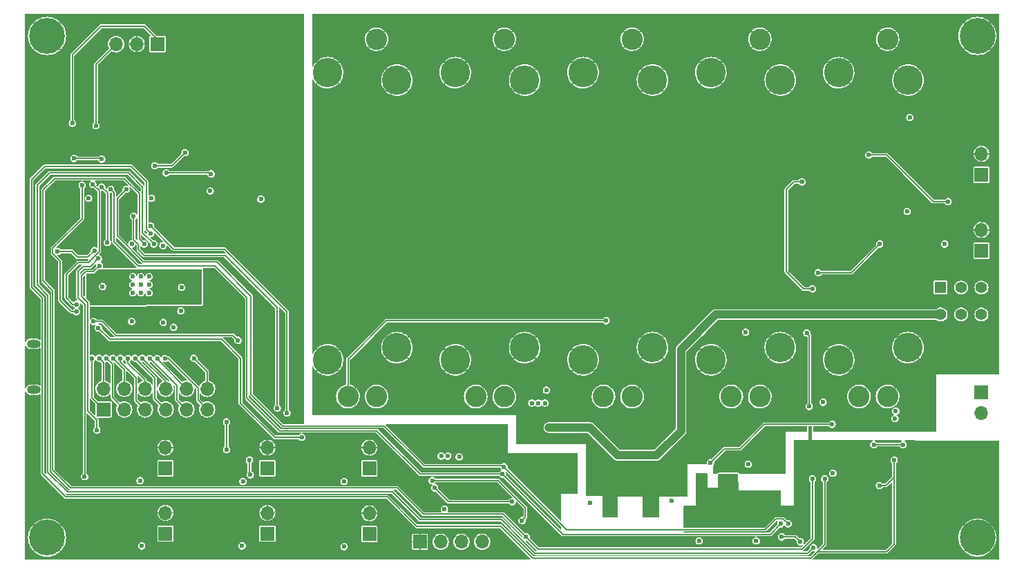
<source format=gbl>
G04 #@! TF.GenerationSoftware,KiCad,Pcbnew,(6.0.5)*
G04 #@! TF.CreationDate,2023-10-11T11:29:23-04:00*
G04 #@! TF.ProjectId,v1,76312e6b-6963-4616-945f-706362585858,rev?*
G04 #@! TF.SameCoordinates,Original*
G04 #@! TF.FileFunction,Copper,L4,Bot*
G04 #@! TF.FilePolarity,Positive*
%FSLAX46Y46*%
G04 Gerber Fmt 4.6, Leading zero omitted, Abs format (unit mm)*
G04 Created by KiCad (PCBNEW (6.0.5)) date 2023-10-11 11:29:23*
%MOMM*%
%LPD*%
G01*
G04 APERTURE LIST*
G04 #@! TA.AperFunction,ComponentPad*
%ADD10R,1.700000X1.700000*%
G04 #@! TD*
G04 #@! TA.AperFunction,ComponentPad*
%ADD11O,1.700000X1.700000*%
G04 #@! TD*
G04 #@! TA.AperFunction,ComponentPad*
%ADD12C,4.400000*%
G04 #@! TD*
G04 #@! TA.AperFunction,ComponentPad*
%ADD13R,1.400000X1.400000*%
G04 #@! TD*
G04 #@! TA.AperFunction,ComponentPad*
%ADD14C,1.400000*%
G04 #@! TD*
G04 #@! TA.AperFunction,ComponentPad*
%ADD15O,1.700000X1.000000*%
G04 #@! TD*
G04 #@! TA.AperFunction,ComponentPad*
%ADD16C,2.600000*%
G04 #@! TD*
G04 #@! TA.AperFunction,ComponentPad*
%ADD17C,3.600000*%
G04 #@! TD*
G04 #@! TA.AperFunction,ViaPad*
%ADD18C,0.600000*%
G04 #@! TD*
G04 #@! TA.AperFunction,Conductor*
%ADD19C,1.000000*%
G04 #@! TD*
G04 #@! TA.AperFunction,Conductor*
%ADD20C,0.150000*%
G04 #@! TD*
G04 APERTURE END LIST*
D10*
X117500000Y-129000000D03*
D11*
X117500000Y-126460000D03*
D10*
X104040000Y-69000000D03*
D11*
X101500000Y-69000000D03*
X98960000Y-69000000D03*
D10*
X205000000Y-94318750D03*
D11*
X205000000Y-91778750D03*
D12*
X90500000Y-68000000D03*
D10*
X130000000Y-121000000D03*
D11*
X130000000Y-118460000D03*
D10*
X117500000Y-121000000D03*
D11*
X117500000Y-118460000D03*
D10*
X136200000Y-130000000D03*
D11*
X138740000Y-130000000D03*
X141280000Y-130000000D03*
X143820000Y-130000000D03*
D10*
X97420000Y-113775000D03*
D11*
X97420000Y-111235000D03*
X99960000Y-113775000D03*
X99960000Y-111235000D03*
X102500000Y-113775000D03*
X102500000Y-111235000D03*
X105040000Y-113775000D03*
X105040000Y-111235000D03*
X107580000Y-113775000D03*
X107580000Y-111235000D03*
X110120000Y-113775000D03*
X110120000Y-111235000D03*
D10*
X205000000Y-85000000D03*
D11*
X205000000Y-82460000D03*
D10*
X130000000Y-129040000D03*
D11*
X130000000Y-126500000D03*
D13*
X200000000Y-98850000D03*
D14*
X202500000Y-98850000D03*
X205000000Y-98850000D03*
X200000000Y-102150000D03*
X202500000Y-102150000D03*
X205000000Y-102150000D03*
D10*
X205000000Y-111725000D03*
D11*
X205000000Y-114265000D03*
D10*
X105000000Y-121000000D03*
D11*
X105000000Y-118460000D03*
D10*
X105000000Y-129000000D03*
D11*
X105000000Y-126460000D03*
D15*
X88850000Y-105725000D03*
X88850000Y-111375000D03*
D12*
X90500000Y-129500000D03*
X204500000Y-68000000D03*
X204500000Y-129500000D03*
D16*
X162187500Y-112200000D03*
X158687500Y-112200000D03*
D17*
X164687500Y-73400000D03*
X156187500Y-72500000D03*
X156187500Y-107700000D03*
X164687500Y-106200000D03*
D16*
X162187500Y-68400000D03*
X130875000Y-112200000D03*
X127375000Y-112200000D03*
D17*
X133375000Y-73400000D03*
X124875000Y-72500000D03*
D16*
X130875000Y-68400000D03*
D17*
X124875000Y-107700000D03*
X133375000Y-106200000D03*
D16*
X177843750Y-112200000D03*
X174343750Y-112200000D03*
X177843750Y-68400000D03*
D17*
X171843750Y-107700000D03*
X180343750Y-73400000D03*
X180343750Y-106200000D03*
X171843750Y-72500000D03*
D16*
X193500000Y-112200000D03*
X190000000Y-112200000D03*
X193500000Y-68400000D03*
D17*
X196000000Y-106200000D03*
X187500000Y-107700000D03*
X187500000Y-72500000D03*
X196000000Y-73400000D03*
D16*
X146531250Y-112200000D03*
X143031250Y-112200000D03*
D17*
X140531250Y-107700000D03*
X140531250Y-72500000D03*
X149031250Y-106200000D03*
D16*
X146531250Y-68400000D03*
D17*
X149031250Y-73400000D03*
D18*
X141000000Y-119600000D03*
X164200000Y-119400000D03*
X152000000Y-116000000D03*
X105800000Y-106500000D03*
X114400000Y-117500000D03*
X170700000Y-123900000D03*
X200800000Y-128000000D03*
X101000000Y-99500000D03*
X184000000Y-117800000D03*
X110500000Y-100900000D03*
X143000000Y-119600000D03*
X103000000Y-99500000D03*
X102000000Y-98500000D03*
X187900000Y-118100000D03*
X92700000Y-88200000D03*
X105000000Y-72200000D03*
X94600000Y-103800000D03*
X174900000Y-129700000D03*
X93000000Y-109800000D03*
X94400000Y-94400000D03*
X104500000Y-90000000D03*
X93600000Y-97900000D03*
X93400000Y-99900000D03*
X91200000Y-91800000D03*
X103000000Y-97500000D03*
X99200000Y-105700000D03*
X123900000Y-126700000D03*
X100000000Y-90000000D03*
X109300000Y-104100000D03*
X91800000Y-113700000D03*
X112500000Y-87000000D03*
X136600000Y-118500000D03*
X107900000Y-93600000D03*
X110700000Y-96800000D03*
X102000000Y-99500000D03*
X102000000Y-97500000D03*
X172900000Y-129800000D03*
X114300000Y-125500000D03*
X110700000Y-98400000D03*
X94600000Y-112500000D03*
X98000000Y-72100000D03*
X103000000Y-98500000D03*
X101000000Y-98500000D03*
X101900000Y-117600000D03*
X101000000Y-97500000D03*
X204300000Y-124200000D03*
X91800000Y-103600000D03*
X108200000Y-106200000D03*
X139200000Y-126000000D03*
X97300000Y-98700000D03*
X157000000Y-125200000D03*
X106000000Y-103700000D03*
X126900000Y-130600000D03*
X100875500Y-103000000D03*
X104700000Y-93700000D03*
X116700000Y-88000000D03*
X186800000Y-121600000D03*
X101900000Y-122500000D03*
X170400000Y-129900000D03*
X103300000Y-87900000D03*
X106900000Y-101700000D03*
X126900000Y-122600000D03*
X110500000Y-87000000D03*
X104724500Y-103100000D03*
X95600000Y-87900000D03*
X107000000Y-98800000D03*
X139600000Y-119500000D03*
X102100000Y-130500000D03*
X114500000Y-122600000D03*
X100900000Y-93500000D03*
X114400000Y-130500000D03*
X177400000Y-129900000D03*
X138800000Y-119500000D03*
X108800000Y-97400000D03*
X106600000Y-100500000D03*
X96900000Y-99600000D03*
X96300000Y-94300000D03*
X91800000Y-94400000D03*
X149900000Y-113000000D03*
X176100000Y-104300000D03*
X196225000Y-78000000D03*
X167000000Y-125000000D03*
X195900000Y-89500000D03*
X151500000Y-113000000D03*
X194500000Y-114000000D03*
X176425000Y-120500000D03*
X200500000Y-93500000D03*
X194400000Y-114900000D03*
X150700000Y-113000000D03*
X151700000Y-111400000D03*
X185600000Y-112900000D03*
X153900000Y-113600000D03*
X167700000Y-118500000D03*
X188500000Y-114000000D03*
X193300000Y-114400000D03*
X188900000Y-96200000D03*
X191925000Y-77900000D03*
X180300000Y-119200000D03*
X198500000Y-113500000D03*
X196500000Y-81500000D03*
X198500000Y-115500000D03*
X165300000Y-121400000D03*
X169100000Y-118100000D03*
X172700000Y-121100000D03*
X191900000Y-85500000D03*
X160400000Y-120800000D03*
X191900000Y-87500000D03*
X159400000Y-116400000D03*
X180300000Y-121000000D03*
X191900000Y-89600000D03*
X171800000Y-120300000D03*
X186700000Y-115600000D03*
X93800000Y-83000000D03*
X115300000Y-120000000D03*
X103700000Y-83900000D03*
X107400000Y-82300000D03*
X97200000Y-83100000D03*
X115400000Y-121800000D03*
X95100000Y-122000000D03*
X96800000Y-95300000D03*
X110600000Y-84900000D03*
X105100000Y-84800000D03*
X97200000Y-86500000D03*
X97900000Y-93300000D03*
X96600000Y-116300000D03*
X96929122Y-96170878D03*
X112500000Y-118700000D03*
X96200000Y-103000000D03*
X112500000Y-115300000D03*
X113900000Y-105300000D03*
X96800000Y-103800000D03*
X121700000Y-117200000D03*
X191200000Y-82600000D03*
X200900000Y-88300000D03*
X185000000Y-97000000D03*
X192524500Y-93500000D03*
X94100000Y-101800000D03*
X93600000Y-78700000D03*
X94800000Y-86300000D03*
X96100000Y-86200000D03*
X94100000Y-100900000D03*
X96500000Y-79000000D03*
X181300000Y-127800000D03*
X146500000Y-120800000D03*
X100200000Y-86800000D03*
X180400000Y-127800000D03*
X146300000Y-121700000D03*
X98300000Y-86800000D03*
X96000000Y-107500000D03*
X96900000Y-107500000D03*
X97742055Y-107500000D03*
X98600000Y-107500000D03*
X99500000Y-107500000D03*
X100400000Y-107525500D03*
X101300000Y-107500000D03*
X102200000Y-107500000D03*
X103100000Y-107525500D03*
X104000000Y-107525500D03*
X104960527Y-107525500D03*
X108500000Y-107500000D03*
X184400000Y-130700000D03*
X103600000Y-93500000D03*
X192500000Y-123100000D03*
X194300000Y-120000000D03*
X185800000Y-122300000D03*
X103200000Y-92200000D03*
X102400000Y-93500000D03*
X184300000Y-122300000D03*
X149200000Y-129400000D03*
X103200000Y-91300000D03*
X148700000Y-127400000D03*
X119900000Y-114200000D03*
X137700000Y-122500000D03*
X159000000Y-102900000D03*
X101100000Y-90100000D03*
X191800000Y-118100000D03*
X147500000Y-125100000D03*
X180500000Y-129400000D03*
X182800000Y-130000000D03*
X195400000Y-118100000D03*
X118700000Y-113600000D03*
X138000000Y-123400000D03*
X183000000Y-85900000D03*
X184300000Y-99000000D03*
X183600000Y-104400000D03*
X183900000Y-113400000D03*
D19*
X172450000Y-102150000D02*
X168200000Y-106400000D01*
X157000000Y-116000000D02*
X152000000Y-116000000D01*
X160400000Y-119400000D02*
X157000000Y-116000000D01*
X164200000Y-119400000D02*
X160400000Y-119400000D01*
X200000000Y-102150000D02*
X172450000Y-102150000D01*
X165200000Y-119400000D02*
X164200000Y-119400000D01*
X168200000Y-116400000D02*
X165200000Y-119400000D01*
X168200000Y-106400000D02*
X168200000Y-116400000D01*
D20*
X95500000Y-95100000D02*
X94200000Y-95100000D01*
X93500000Y-94400000D02*
X91800000Y-94400000D01*
X94200000Y-95100000D02*
X93500000Y-94400000D01*
X96300000Y-94300000D02*
X95500000Y-95100000D01*
X175400000Y-118600000D02*
X178400000Y-115600000D01*
X173500000Y-118600000D02*
X175400000Y-118600000D01*
X178400000Y-115600000D02*
X186700000Y-115600000D01*
X171800000Y-120300000D02*
X173500000Y-118600000D01*
X115300000Y-121700000D02*
X115400000Y-121800000D01*
X93800000Y-83000000D02*
X97100000Y-83000000D01*
X115300000Y-120000000D02*
X115300000Y-121700000D01*
X105800000Y-83900000D02*
X107400000Y-82300000D01*
X103700000Y-83900000D02*
X105800000Y-83900000D01*
X97100000Y-83000000D02*
X97200000Y-83100000D01*
X96800000Y-95300000D02*
X95800000Y-96300000D01*
X95124511Y-100924511D02*
X95124511Y-121975489D01*
X94300000Y-100100000D02*
X95000000Y-100800000D01*
X94300000Y-96900000D02*
X94300000Y-100100000D01*
X95800000Y-96300000D02*
X95400000Y-96300000D01*
X95124511Y-121975489D02*
X95100000Y-122000000D01*
X95400000Y-96300000D02*
X94900000Y-96300000D01*
X95000000Y-100800000D02*
X95124511Y-100924511D01*
X94900000Y-96300000D02*
X94300000Y-96900000D01*
X97900000Y-93300000D02*
X97949011Y-93250989D01*
X105100000Y-84800000D02*
X110500000Y-84800000D01*
X110500000Y-84800000D02*
X110600000Y-84900000D01*
X97949011Y-93250989D02*
X97949011Y-87249011D01*
X97949011Y-87249011D02*
X97200000Y-86500000D01*
X95500000Y-100700000D02*
X94700000Y-99900000D01*
X95475489Y-100724511D02*
X95500000Y-100700000D01*
X95200000Y-96900000D02*
X96200000Y-96900000D01*
X95475489Y-113975489D02*
X95475489Y-100724511D01*
X94700000Y-99900000D02*
X94700000Y-97400000D01*
X96200000Y-96900000D02*
X96929122Y-96170878D01*
X96600000Y-115100000D02*
X95475489Y-113975489D01*
X94700000Y-97400000D02*
X95200000Y-96900000D01*
X96600000Y-116300000D02*
X96600000Y-115100000D01*
X112500000Y-115300000D02*
X112500000Y-118700000D01*
X97241772Y-103000000D02*
X98941772Y-104700000D01*
X108800000Y-104700000D02*
X113300000Y-104700000D01*
X98941772Y-104700000D02*
X108800000Y-104700000D01*
X96200000Y-103000000D02*
X97241772Y-103000000D01*
X113300000Y-104700000D02*
X113900000Y-105300000D01*
X114200000Y-113000000D02*
X118400000Y-117200000D01*
X98175489Y-105175489D02*
X111875489Y-105175489D01*
X118400000Y-117200000D02*
X121700000Y-117200000D01*
X96800000Y-103800000D02*
X98175489Y-105175489D01*
X111875489Y-105175489D02*
X114200000Y-107500000D01*
X114200000Y-107500000D02*
X114200000Y-113000000D01*
X195600000Y-84800000D02*
X193400000Y-82600000D01*
X200900000Y-88300000D02*
X199100000Y-88300000D01*
X193400000Y-82600000D02*
X191200000Y-82600000D01*
X199100000Y-88300000D02*
X195600000Y-84800000D01*
X192524500Y-93500000D02*
X189024500Y-97000000D01*
X189024500Y-97000000D02*
X185000000Y-97000000D01*
X102400000Y-66800000D02*
X104040000Y-68440000D01*
X97100000Y-66800000D02*
X102400000Y-66800000D01*
X91200000Y-94000000D02*
X91700000Y-93500000D01*
X91700000Y-93500000D02*
X94800000Y-90400000D01*
X91200000Y-94700000D02*
X91200000Y-94000000D01*
X93600000Y-78700000D02*
X93600000Y-70300000D01*
X93600000Y-70300000D02*
X97100000Y-66800000D01*
X93500000Y-101800000D02*
X93400000Y-101700000D01*
X93400000Y-101700000D02*
X92100000Y-100400000D01*
X104040000Y-68440000D02*
X104040000Y-69000000D01*
X94100000Y-101800000D02*
X93500000Y-101800000D01*
X92100000Y-98300000D02*
X92100000Y-95600000D01*
X92100000Y-95600000D02*
X91200000Y-94700000D01*
X94800000Y-90400000D02*
X94800000Y-86300000D01*
X92100000Y-100400000D02*
X92100000Y-98300000D01*
X93658228Y-100900000D02*
X92875489Y-100117261D01*
X94300000Y-95800000D02*
X94800000Y-95800000D01*
X96900000Y-94100000D02*
X96900000Y-87000000D01*
X94100000Y-100900000D02*
X93658228Y-100900000D01*
X92900000Y-97200000D02*
X94300000Y-95800000D01*
X96500000Y-79000000D02*
X96500000Y-71460000D01*
X96900000Y-94441772D02*
X96900000Y-94100000D01*
X96900000Y-87000000D02*
X96100000Y-86200000D01*
X94800000Y-95800000D02*
X95541772Y-95800000D01*
X95541772Y-95800000D02*
X96900000Y-94441772D01*
X92875489Y-97224511D02*
X92900000Y-97200000D01*
X92875489Y-100117261D02*
X92875489Y-97224511D01*
X96500000Y-71460000D02*
X98960000Y-69000000D01*
X131800000Y-115800000D02*
X119400000Y-115800000D01*
X146500000Y-120800000D02*
X154200000Y-128500000D01*
X115500000Y-99900000D02*
X111300000Y-95700000D01*
X111300000Y-95700000D02*
X102300000Y-95700000D01*
X146400000Y-120700000D02*
X136700000Y-120700000D01*
X115500000Y-111900000D02*
X115500000Y-99900000D01*
X136700000Y-120700000D02*
X131800000Y-115800000D01*
X179800000Y-127200000D02*
X180700000Y-127200000D01*
X99100000Y-92500000D02*
X99100000Y-87900000D01*
X102300000Y-95700000D02*
X99100000Y-92500000D01*
X119400000Y-115800000D02*
X115500000Y-111900000D01*
X154200000Y-128500000D02*
X178500000Y-128500000D01*
X180700000Y-127200000D02*
X181300000Y-127800000D01*
X146500000Y-120800000D02*
X146400000Y-120700000D01*
X99100000Y-87900000D02*
X100200000Y-86800000D01*
X178500000Y-128500000D02*
X179800000Y-127200000D01*
X130900000Y-116400000D02*
X136200000Y-121700000D01*
X115000000Y-112400000D02*
X119000000Y-116400000D01*
X119000000Y-116400000D02*
X130900000Y-116400000D01*
X111100000Y-96200000D02*
X115000000Y-100100000D01*
X153700000Y-129100000D02*
X146300000Y-121700000D01*
X115000000Y-100100000D02*
X115000000Y-112400000D01*
X101700000Y-96200000D02*
X111100000Y-96200000D01*
X179100000Y-129100000D02*
X153700000Y-129100000D01*
X136200000Y-121700000D02*
X146300000Y-121700000D01*
X98300000Y-86800000D02*
X98700000Y-87200000D01*
X180400000Y-127800000D02*
X179100000Y-129100000D01*
X98700000Y-93200000D02*
X101700000Y-96200000D01*
X98700000Y-87200000D02*
X98700000Y-93200000D01*
X96000000Y-112355000D02*
X97420000Y-113775000D01*
X96000000Y-107500000D02*
X96000000Y-112355000D01*
X96900000Y-107500000D02*
X97420000Y-108020000D01*
X97420000Y-108020000D02*
X97420000Y-111235000D01*
X97742055Y-107500000D02*
X98494511Y-108252456D01*
X98494511Y-112309511D02*
X99960000Y-113775000D01*
X98494511Y-108252456D02*
X98494511Y-112309511D01*
X99960000Y-108860000D02*
X99960000Y-111235000D01*
X98600000Y-107500000D02*
X99960000Y-108860000D01*
X101400000Y-109876414D02*
X101400000Y-112675000D01*
X99500000Y-107500000D02*
X99500000Y-107976414D01*
X101400000Y-112675000D02*
X102500000Y-113775000D01*
X99500000Y-107976414D02*
X101400000Y-109876414D01*
X100400000Y-108100000D02*
X102500000Y-110200000D01*
X100400000Y-107525500D02*
X100400000Y-108100000D01*
X102500000Y-110200000D02*
X102500000Y-111235000D01*
X103700000Y-112435000D02*
X105040000Y-113775000D01*
X103700000Y-109900000D02*
X103700000Y-112435000D01*
X101300000Y-107500000D02*
X103700000Y-109900000D01*
X105040000Y-110340000D02*
X105040000Y-111235000D01*
X102200000Y-107500000D02*
X105040000Y-110340000D01*
X103100000Y-107525500D02*
X106400000Y-110825500D01*
X106405000Y-112600000D02*
X107580000Y-113775000D01*
X106400000Y-112600000D02*
X106405000Y-112600000D01*
X106400000Y-110825500D02*
X106400000Y-112600000D01*
X104000000Y-107655000D02*
X107580000Y-111235000D01*
X104000000Y-107525500D02*
X104000000Y-107655000D01*
X109000000Y-112655000D02*
X110120000Y-113775000D01*
X105390089Y-107525500D02*
X109000000Y-111135411D01*
X109000000Y-111135411D02*
X109000000Y-112655000D01*
X104960527Y-107525500D02*
X105390089Y-107525500D01*
X110120000Y-109120000D02*
X110120000Y-111235000D01*
X108500000Y-107500000D02*
X110120000Y-109120000D01*
X148750000Y-129850000D02*
X150300000Y-131400000D01*
X136200000Y-127300000D02*
X146200000Y-127300000D01*
X103600000Y-93500000D02*
X102200000Y-92100000D01*
X102200000Y-92100000D02*
X102200000Y-86500000D01*
X90600000Y-99800000D02*
X90600000Y-121500000D01*
X90800000Y-84800000D02*
X89300000Y-86300000D01*
X89300000Y-98500000D02*
X90600000Y-99800000D01*
X183700000Y-131400000D02*
X184400000Y-130700000D01*
X100500000Y-84800000D02*
X90800000Y-84800000D01*
X132800000Y-123900000D02*
X136200000Y-127300000D01*
X150300000Y-131400000D02*
X183700000Y-131400000D01*
X146200000Y-127300000D02*
X148750000Y-129850000D01*
X89300000Y-86300000D02*
X89300000Y-98500000D01*
X93000000Y-123900000D02*
X132800000Y-123900000D01*
X90600000Y-121500000D02*
X93000000Y-123900000D01*
X102200000Y-86500000D02*
X100500000Y-84800000D01*
X194300000Y-122100000D02*
X194300000Y-130300000D01*
X194300000Y-120000000D02*
X194300000Y-122100000D01*
X193400000Y-131200000D02*
X184900000Y-131200000D01*
X89924520Y-100124520D02*
X88600000Y-98800000D01*
X132200000Y-124500000D02*
X92800000Y-124500000D01*
X92800000Y-124500000D02*
X89924520Y-121624520D01*
X102675489Y-91675489D02*
X103200000Y-92200000D01*
X185800000Y-130300000D02*
X184900000Y-131200000D01*
X184100000Y-132000000D02*
X150000000Y-132000000D01*
X194300000Y-130300000D02*
X193400000Y-131200000D01*
X102675489Y-85875489D02*
X102675489Y-91675489D01*
X146100000Y-128100000D02*
X135800000Y-128100000D01*
X100800000Y-84000000D02*
X102675489Y-85875489D01*
X90200000Y-84000000D02*
X100800000Y-84000000D01*
X185800000Y-122300000D02*
X185800000Y-130300000D01*
X193300000Y-123100000D02*
X194300000Y-122100000D01*
X135800000Y-128100000D02*
X132200000Y-124500000D01*
X192500000Y-123100000D02*
X193300000Y-123100000D01*
X89924520Y-121624520D02*
X89924520Y-100124520D01*
X184900000Y-131200000D02*
X184100000Y-132000000D01*
X88600000Y-98800000D02*
X88600000Y-85600000D01*
X88600000Y-85600000D02*
X90200000Y-84000000D01*
X150000000Y-132000000D02*
X146100000Y-128100000D01*
X91200000Y-121200000D02*
X91200000Y-99200000D01*
X91200000Y-99200000D02*
X90000000Y-98000000D01*
X150677978Y-130877978D02*
X149200000Y-129400000D01*
X146400000Y-126600000D02*
X136600000Y-126600000D01*
X90000000Y-86900000D02*
X91400000Y-85500000D01*
X101800000Y-92900000D02*
X102400000Y-93500000D01*
X91400000Y-85500000D02*
X100000000Y-85500000D01*
X133400000Y-123400000D02*
X93400000Y-123400000D01*
X149200000Y-129400000D02*
X146400000Y-126600000D01*
X184300000Y-122300000D02*
X184300000Y-129600000D01*
X93400000Y-123400000D02*
X91200000Y-121200000D01*
X101800000Y-87300000D02*
X101800000Y-92900000D01*
X136600000Y-126600000D02*
X133400000Y-123400000D01*
X183022022Y-130877978D02*
X150677978Y-130877978D01*
X90000000Y-98000000D02*
X90000000Y-86900000D01*
X184300000Y-129600000D02*
X183022022Y-130877978D01*
X100000000Y-85500000D02*
X101800000Y-87300000D01*
X119900000Y-101800000D02*
X119900000Y-114200000D01*
X106024511Y-94124511D02*
X112224511Y-94124511D01*
X103200000Y-91300000D02*
X106024511Y-94124511D01*
X145800000Y-122500000D02*
X149100000Y-125800000D01*
X149100000Y-127000000D02*
X148700000Y-127400000D01*
X149100000Y-125800000D02*
X149100000Y-127000000D01*
X112224511Y-94124511D02*
X118100000Y-100000000D01*
X118100000Y-100000000D02*
X119900000Y-101800000D01*
X137700000Y-122500000D02*
X145800000Y-122500000D01*
X132100000Y-102900000D02*
X127375000Y-107625000D01*
X127375000Y-107625000D02*
X127375000Y-112200000D01*
X159000000Y-102900000D02*
X132100000Y-102900000D01*
X112300000Y-94900000D02*
X118700000Y-101300000D01*
X182200000Y-129400000D02*
X182800000Y-130000000D01*
X195400000Y-118100000D02*
X191800000Y-118100000D01*
X101700000Y-94200000D02*
X102400000Y-94900000D01*
X101100000Y-90100000D02*
X101100000Y-92941772D01*
X102400000Y-94900000D02*
X112300000Y-94900000D01*
X138000000Y-123400000D02*
X139700000Y-125100000D01*
X180500000Y-129400000D02*
X182200000Y-129400000D01*
X118700000Y-101300000D02*
X118700000Y-113600000D01*
X139700000Y-125100000D02*
X147500000Y-125100000D01*
X101100000Y-92941772D02*
X101700000Y-93541772D01*
X101700000Y-93541772D02*
X101700000Y-94200000D01*
X181100000Y-96900000D02*
X181100000Y-86800000D01*
X183200000Y-99000000D02*
X181100000Y-96900000D01*
X182000000Y-85900000D02*
X183000000Y-85900000D01*
X181100000Y-86800000D02*
X182000000Y-85900000D01*
X184300000Y-99000000D02*
X183200000Y-99000000D01*
X183900000Y-113400000D02*
X183900000Y-104700000D01*
X183900000Y-104700000D02*
X183600000Y-104400000D01*
G04 #@! TA.AperFunction,Conductor*
G36*
X121981255Y-65319245D02*
G01*
X122000000Y-65364500D01*
X122000000Y-115510500D01*
X121981255Y-115555755D01*
X121936000Y-115574500D01*
X119519915Y-115574500D01*
X119474660Y-115555755D01*
X115744245Y-111825340D01*
X115725500Y-111780085D01*
X115725500Y-99907585D01*
X115725588Y-99904236D01*
X115727348Y-99870654D01*
X115727700Y-99863936D01*
X115718685Y-99840452D01*
X115715835Y-99830827D01*
X115712005Y-99812811D01*
X115710607Y-99806232D01*
X115706656Y-99800794D01*
X115706653Y-99800787D01*
X115704835Y-99798285D01*
X115696866Y-99783608D01*
X115695758Y-99780722D01*
X115695757Y-99780720D01*
X115693346Y-99774440D01*
X115675560Y-99756654D01*
X115669038Y-99749017D01*
X115658213Y-99734118D01*
X115654260Y-99728677D01*
X115645759Y-99723769D01*
X115632504Y-99713598D01*
X111464809Y-95545904D01*
X111462503Y-95543473D01*
X111440008Y-95518490D01*
X111435507Y-95513491D01*
X111412534Y-95503263D01*
X111403709Y-95498471D01*
X111388260Y-95488438D01*
X111382618Y-95484774D01*
X111372919Y-95483238D01*
X111356903Y-95478494D01*
X111354079Y-95477237D01*
X111347932Y-95474500D01*
X111322786Y-95474500D01*
X111312774Y-95473712D01*
X111294578Y-95470830D01*
X111294577Y-95470830D01*
X111287935Y-95469778D01*
X111278450Y-95472319D01*
X111261888Y-95474500D01*
X102419915Y-95474500D01*
X102374660Y-95455755D01*
X100966899Y-94047994D01*
X100948154Y-94002739D01*
X100966899Y-93957484D01*
X100995320Y-93940993D01*
X101076354Y-93918900D01*
X101076355Y-93918900D01*
X101080755Y-93917700D01*
X101190724Y-93850179D01*
X101277322Y-93754507D01*
X101279856Y-93749278D01*
X101331601Y-93642476D01*
X101333588Y-93638375D01*
X101334344Y-93633881D01*
X101335731Y-93629535D01*
X101338199Y-93630323D01*
X101359732Y-93595917D01*
X101407468Y-93584932D01*
X101442115Y-93602792D01*
X101455755Y-93616432D01*
X101474500Y-93661687D01*
X101474500Y-94192415D01*
X101474412Y-94195764D01*
X101472300Y-94236064D01*
X101481314Y-94259546D01*
X101484165Y-94269173D01*
X101489393Y-94293768D01*
X101493344Y-94299206D01*
X101493347Y-94299213D01*
X101495165Y-94301715D01*
X101503134Y-94316392D01*
X101504242Y-94319278D01*
X101506654Y-94325560D01*
X101524440Y-94343346D01*
X101530962Y-94350983D01*
X101532422Y-94352992D01*
X101545740Y-94371323D01*
X101551563Y-94374685D01*
X101554241Y-94376231D01*
X101567496Y-94386402D01*
X102235191Y-95054096D01*
X102237497Y-95056527D01*
X102264493Y-95086509D01*
X102270636Y-95089244D01*
X102270640Y-95089247D01*
X102287474Y-95096742D01*
X102296291Y-95101529D01*
X102317382Y-95115225D01*
X102324025Y-95116277D01*
X102324027Y-95116278D01*
X102327079Y-95116761D01*
X102343096Y-95121506D01*
X102345923Y-95122765D01*
X102345927Y-95122766D01*
X102352068Y-95125500D01*
X102377216Y-95125500D01*
X102387228Y-95126288D01*
X102405422Y-95129170D01*
X102405423Y-95129170D01*
X102412065Y-95130222D01*
X102421550Y-95127681D01*
X102438112Y-95125500D01*
X112180084Y-95125500D01*
X112225339Y-95144245D01*
X118455755Y-101374661D01*
X118474500Y-101419916D01*
X118474500Y-113174266D01*
X118455755Y-113219521D01*
X118444651Y-113228393D01*
X118405019Y-113253399D01*
X118319596Y-113350122D01*
X118317660Y-113354245D01*
X118317659Y-113354247D01*
X118272614Y-113450191D01*
X118264754Y-113466932D01*
X118264053Y-113471437D01*
X118264052Y-113471439D01*
X118246443Y-113584539D01*
X118244901Y-113594440D01*
X118261633Y-113722394D01*
X118313605Y-113840510D01*
X118316539Y-113844000D01*
X118316540Y-113844002D01*
X118364308Y-113900829D01*
X118396639Y-113939291D01*
X118412526Y-113949866D01*
X118479489Y-113994440D01*
X118504060Y-114010796D01*
X118508407Y-114012154D01*
X118508411Y-114012156D01*
X118622879Y-114047918D01*
X118622881Y-114047918D01*
X118627233Y-114049278D01*
X118631792Y-114049362D01*
X118631795Y-114049362D01*
X118688969Y-114050410D01*
X118756255Y-114051643D01*
X118880755Y-114017700D01*
X118990724Y-113950179D01*
X119077322Y-113854507D01*
X119079856Y-113849278D01*
X119131601Y-113742476D01*
X119133588Y-113738375D01*
X119154997Y-113611120D01*
X119155133Y-113600000D01*
X119136839Y-113472259D01*
X119083428Y-113354788D01*
X118999193Y-113257028D01*
X118954689Y-113228182D01*
X118926910Y-113187839D01*
X118925500Y-113174478D01*
X118925500Y-101307585D01*
X118925588Y-101304233D01*
X118926020Y-101295995D01*
X118947109Y-101251784D01*
X118993284Y-101235435D01*
X119035187Y-101254092D01*
X119655755Y-101874660D01*
X119674500Y-101919915D01*
X119674500Y-113774266D01*
X119655755Y-113819521D01*
X119644651Y-113828393D01*
X119605019Y-113853399D01*
X119519596Y-113950122D01*
X119517660Y-113954245D01*
X119517659Y-113954247D01*
X119471932Y-114051643D01*
X119464754Y-114066932D01*
X119464053Y-114071437D01*
X119464052Y-114071439D01*
X119446541Y-114183909D01*
X119444901Y-114194440D01*
X119461633Y-114322394D01*
X119513605Y-114440510D01*
X119516539Y-114444000D01*
X119516540Y-114444002D01*
X119593706Y-114535802D01*
X119596639Y-114539291D01*
X119704060Y-114610796D01*
X119708407Y-114612154D01*
X119708411Y-114612156D01*
X119822879Y-114647918D01*
X119822881Y-114647918D01*
X119827233Y-114649278D01*
X119831792Y-114649362D01*
X119831795Y-114649362D01*
X119888969Y-114650410D01*
X119956255Y-114651643D01*
X120080755Y-114617700D01*
X120190724Y-114550179D01*
X120277322Y-114454507D01*
X120279496Y-114450021D01*
X120331601Y-114342476D01*
X120333588Y-114338375D01*
X120354997Y-114211120D01*
X120355133Y-114200000D01*
X120336839Y-114072259D01*
X120283428Y-113954788D01*
X120199193Y-113857028D01*
X120154689Y-113828182D01*
X120126910Y-113787839D01*
X120125500Y-113774478D01*
X120125500Y-101807566D01*
X120125588Y-101804217D01*
X120127347Y-101770653D01*
X120127699Y-101763936D01*
X120118686Y-101740457D01*
X120115836Y-101730835D01*
X120112005Y-101712810D01*
X120110607Y-101706232D01*
X120104835Y-101698287D01*
X120096863Y-101683605D01*
X120093345Y-101674440D01*
X120075563Y-101656658D01*
X120069045Y-101649027D01*
X120054260Y-101628677D01*
X120048438Y-101625316D01*
X120048436Y-101625314D01*
X120045758Y-101623768D01*
X120032502Y-101613597D01*
X112389320Y-93970415D01*
X112387014Y-93967984D01*
X112374879Y-93954507D01*
X112360018Y-93938002D01*
X112337045Y-93927774D01*
X112328220Y-93922982D01*
X112312771Y-93912949D01*
X112307129Y-93909285D01*
X112297430Y-93907749D01*
X112281414Y-93903005D01*
X112278590Y-93901748D01*
X112272443Y-93899011D01*
X112247297Y-93899011D01*
X112237285Y-93898223D01*
X112219089Y-93895341D01*
X112219088Y-93895341D01*
X112212446Y-93894289D01*
X112202961Y-93896830D01*
X112186399Y-93899011D01*
X106144426Y-93899011D01*
X106099171Y-93880266D01*
X103660332Y-91441427D01*
X103641587Y-91396172D01*
X103642473Y-91385561D01*
X103654997Y-91311120D01*
X103655133Y-91300000D01*
X103636839Y-91172259D01*
X103583428Y-91054788D01*
X103499193Y-90957028D01*
X103481076Y-90945285D01*
X103414769Y-90902308D01*
X103390906Y-90886841D01*
X103348097Y-90874038D01*
X103271638Y-90851171D01*
X103271635Y-90851171D01*
X103267273Y-90849866D01*
X103262717Y-90849838D01*
X103262716Y-90849838D01*
X103198185Y-90849444D01*
X103138231Y-90849078D01*
X103014155Y-90884539D01*
X103006578Y-90889320D01*
X102999141Y-90894012D01*
X102950865Y-90902308D01*
X102910863Y-90874038D01*
X102900989Y-90839886D01*
X102900989Y-88295105D01*
X102919734Y-88249850D01*
X102964989Y-88231105D01*
X103000452Y-88241829D01*
X103080488Y-88295105D01*
X103104060Y-88310796D01*
X103108407Y-88312154D01*
X103108411Y-88312156D01*
X103222879Y-88347918D01*
X103222881Y-88347918D01*
X103227233Y-88349278D01*
X103231792Y-88349362D01*
X103231795Y-88349362D01*
X103288969Y-88350410D01*
X103356255Y-88351643D01*
X103480755Y-88317700D01*
X103590724Y-88250179D01*
X103677322Y-88154507D01*
X103733588Y-88038375D01*
X103740979Y-87994440D01*
X116244901Y-87994440D01*
X116249102Y-88026564D01*
X116260253Y-88111838D01*
X116261633Y-88122394D01*
X116313605Y-88240510D01*
X116316539Y-88244000D01*
X116316540Y-88244002D01*
X116393706Y-88335802D01*
X116396639Y-88339291D01*
X116504060Y-88410796D01*
X116508407Y-88412154D01*
X116508411Y-88412156D01*
X116622879Y-88447918D01*
X116622881Y-88447918D01*
X116627233Y-88449278D01*
X116631792Y-88449362D01*
X116631795Y-88449362D01*
X116688969Y-88450410D01*
X116756255Y-88451643D01*
X116880755Y-88417700D01*
X116990724Y-88350179D01*
X117077322Y-88254507D01*
X117083465Y-88241829D01*
X117131601Y-88142476D01*
X117133588Y-88138375D01*
X117154997Y-88011120D01*
X117155133Y-88000000D01*
X117136839Y-87872259D01*
X117083428Y-87754788D01*
X116999193Y-87657028D01*
X116994903Y-87654247D01*
X116912882Y-87601085D01*
X116890906Y-87586841D01*
X116876710Y-87582596D01*
X116771638Y-87551171D01*
X116771635Y-87551171D01*
X116767273Y-87549866D01*
X116762717Y-87549838D01*
X116762716Y-87549838D01*
X116698185Y-87549444D01*
X116638231Y-87549078D01*
X116514155Y-87584539D01*
X116405019Y-87653399D01*
X116319596Y-87750122D01*
X116317660Y-87754245D01*
X116317659Y-87754247D01*
X116307084Y-87776771D01*
X116264754Y-87866932D01*
X116264053Y-87871437D01*
X116264052Y-87871439D01*
X116247981Y-87974661D01*
X116244901Y-87994440D01*
X103740979Y-87994440D01*
X103754997Y-87911120D01*
X103755133Y-87900000D01*
X103736839Y-87772259D01*
X103683428Y-87654788D01*
X103599193Y-87557028D01*
X103586928Y-87549078D01*
X103577728Y-87543115D01*
X103490906Y-87486841D01*
X103476710Y-87482596D01*
X103371638Y-87451171D01*
X103371635Y-87451171D01*
X103367273Y-87449866D01*
X103362717Y-87449838D01*
X103362716Y-87449838D01*
X103298185Y-87449444D01*
X103238231Y-87449078D01*
X103114155Y-87484539D01*
X103005019Y-87553399D01*
X103004916Y-87553516D01*
X102959854Y-87568069D01*
X102916249Y-87545753D01*
X102900989Y-87504275D01*
X102900989Y-86994440D01*
X110044901Y-86994440D01*
X110046402Y-87005915D01*
X110060380Y-87112810D01*
X110061633Y-87122394D01*
X110113605Y-87240510D01*
X110116539Y-87244000D01*
X110116540Y-87244002D01*
X110136914Y-87268240D01*
X110196639Y-87339291D01*
X110304060Y-87410796D01*
X110308407Y-87412154D01*
X110308411Y-87412156D01*
X110422879Y-87447918D01*
X110422881Y-87447918D01*
X110427233Y-87449278D01*
X110431792Y-87449362D01*
X110431795Y-87449362D01*
X110488969Y-87450410D01*
X110556255Y-87451643D01*
X110680755Y-87417700D01*
X110790724Y-87350179D01*
X110877322Y-87254507D01*
X110879856Y-87249278D01*
X110931601Y-87142476D01*
X110933588Y-87138375D01*
X110954997Y-87011120D01*
X110955133Y-87000000D01*
X110936839Y-86872259D01*
X110883428Y-86754788D01*
X110879839Y-86750622D01*
X110851197Y-86717382D01*
X110799193Y-86657028D01*
X110690906Y-86586841D01*
X110676710Y-86582596D01*
X110571638Y-86551171D01*
X110571635Y-86551171D01*
X110567273Y-86549866D01*
X110562717Y-86549838D01*
X110562716Y-86549838D01*
X110498185Y-86549444D01*
X110438231Y-86549078D01*
X110314155Y-86584539D01*
X110205019Y-86653399D01*
X110119596Y-86750122D01*
X110117660Y-86754245D01*
X110117659Y-86754247D01*
X110071733Y-86852068D01*
X110064754Y-86866932D01*
X110064053Y-86871437D01*
X110064052Y-86871439D01*
X110047981Y-86974661D01*
X110044901Y-86994440D01*
X102900989Y-86994440D01*
X102900989Y-85883074D01*
X102901077Y-85879725D01*
X102902837Y-85846143D01*
X102903189Y-85839425D01*
X102894174Y-85815941D01*
X102891324Y-85806316D01*
X102887494Y-85788300D01*
X102886096Y-85781721D01*
X102882145Y-85776283D01*
X102882142Y-85776276D01*
X102880324Y-85773774D01*
X102872355Y-85759097D01*
X102871247Y-85756211D01*
X102871246Y-85756209D01*
X102868835Y-85749929D01*
X102851049Y-85732143D01*
X102844527Y-85724506D01*
X102833702Y-85709607D01*
X102829749Y-85704166D01*
X102821248Y-85699258D01*
X102807993Y-85689087D01*
X101913346Y-84794440D01*
X104644901Y-84794440D01*
X104645492Y-84798958D01*
X104660159Y-84911120D01*
X104661633Y-84922394D01*
X104713605Y-85040510D01*
X104716539Y-85044000D01*
X104716540Y-85044002D01*
X104728214Y-85057890D01*
X104796639Y-85139291D01*
X104904060Y-85210796D01*
X104908407Y-85212154D01*
X104908411Y-85212156D01*
X105022879Y-85247918D01*
X105022881Y-85247918D01*
X105027233Y-85249278D01*
X105031792Y-85249362D01*
X105031795Y-85249362D01*
X105088969Y-85250410D01*
X105156255Y-85251643D01*
X105280755Y-85217700D01*
X105390724Y-85150179D01*
X105477322Y-85054507D01*
X105478004Y-85053099D01*
X105517923Y-85026676D01*
X105530137Y-85025500D01*
X110121239Y-85025500D01*
X110166494Y-85044245D01*
X110179819Y-85063725D01*
X110213605Y-85140510D01*
X110216539Y-85144000D01*
X110216540Y-85144002D01*
X110293706Y-85235802D01*
X110296639Y-85239291D01*
X110315069Y-85251559D01*
X110397838Y-85306654D01*
X110404060Y-85310796D01*
X110408407Y-85312154D01*
X110408411Y-85312156D01*
X110522879Y-85347918D01*
X110522881Y-85347918D01*
X110527233Y-85349278D01*
X110531792Y-85349362D01*
X110531795Y-85349362D01*
X110588969Y-85350410D01*
X110656255Y-85351643D01*
X110780755Y-85317700D01*
X110890724Y-85250179D01*
X110977322Y-85154507D01*
X111033588Y-85038375D01*
X111054997Y-84911120D01*
X111055133Y-84900000D01*
X111036839Y-84772259D01*
X110983428Y-84654788D01*
X110973679Y-84643473D01*
X110932052Y-84595163D01*
X110899193Y-84557028D01*
X110894903Y-84554247D01*
X110877728Y-84543115D01*
X110790906Y-84486841D01*
X110776710Y-84482596D01*
X110671638Y-84451171D01*
X110671635Y-84451171D01*
X110667273Y-84449866D01*
X110662717Y-84449838D01*
X110662716Y-84449838D01*
X110598185Y-84449444D01*
X110538231Y-84449078D01*
X110414155Y-84484539D01*
X110305019Y-84553399D01*
X110302001Y-84556816D01*
X110299154Y-84559239D01*
X110257675Y-84574500D01*
X105529748Y-84574500D01*
X105481264Y-84552276D01*
X105402171Y-84460483D01*
X105402167Y-84460480D01*
X105399193Y-84457028D01*
X105386928Y-84449078D01*
X105377728Y-84443115D01*
X105290906Y-84386841D01*
X105276710Y-84382596D01*
X105171638Y-84351171D01*
X105171635Y-84351171D01*
X105167273Y-84349866D01*
X105162717Y-84349838D01*
X105162716Y-84349838D01*
X105098185Y-84349444D01*
X105038231Y-84349078D01*
X104914155Y-84384539D01*
X104805019Y-84453399D01*
X104719596Y-84550122D01*
X104717660Y-84554245D01*
X104717659Y-84554247D01*
X104666692Y-84662804D01*
X104664754Y-84666932D01*
X104664053Y-84671437D01*
X104664052Y-84671439D01*
X104648355Y-84772259D01*
X104644901Y-84794440D01*
X101913346Y-84794440D01*
X101013345Y-83894440D01*
X103244901Y-83894440D01*
X103261633Y-84022394D01*
X103313605Y-84140510D01*
X103316539Y-84144000D01*
X103316540Y-84144002D01*
X103328214Y-84157890D01*
X103396639Y-84239291D01*
X103504060Y-84310796D01*
X103508407Y-84312154D01*
X103508411Y-84312156D01*
X103622879Y-84347918D01*
X103622881Y-84347918D01*
X103627233Y-84349278D01*
X103631792Y-84349362D01*
X103631795Y-84349362D01*
X103688969Y-84350410D01*
X103756255Y-84351643D01*
X103880755Y-84317700D01*
X103990724Y-84250179D01*
X104077322Y-84154507D01*
X104078004Y-84153099D01*
X104117923Y-84126676D01*
X104130137Y-84125500D01*
X105792415Y-84125500D01*
X105795764Y-84125588D01*
X105829346Y-84127348D01*
X105836064Y-84127700D01*
X105859548Y-84118685D01*
X105869173Y-84115835D01*
X105876233Y-84114334D01*
X105893768Y-84110607D01*
X105899206Y-84106656D01*
X105899213Y-84106653D01*
X105901715Y-84104835D01*
X105916392Y-84096866D01*
X105919278Y-84095758D01*
X105919280Y-84095757D01*
X105925560Y-84093346D01*
X105943346Y-84075560D01*
X105950983Y-84069038D01*
X105965882Y-84058213D01*
X105971323Y-84054260D01*
X105976231Y-84045759D01*
X105986402Y-84032504D01*
X107255961Y-82762945D01*
X107301216Y-82744200D01*
X107320303Y-82747113D01*
X107321330Y-82747434D01*
X107322879Y-82747918D01*
X107322881Y-82747918D01*
X107327233Y-82749278D01*
X107331792Y-82749362D01*
X107331795Y-82749362D01*
X107388969Y-82750410D01*
X107456255Y-82751643D01*
X107580755Y-82717700D01*
X107690724Y-82650179D01*
X107777322Y-82554507D01*
X107833588Y-82438375D01*
X107854997Y-82311120D01*
X107855133Y-82300000D01*
X107836839Y-82172259D01*
X107783428Y-82054788D01*
X107699193Y-81957028D01*
X107590906Y-81886841D01*
X107576710Y-81882596D01*
X107471638Y-81851171D01*
X107471635Y-81851171D01*
X107467273Y-81849866D01*
X107462717Y-81849838D01*
X107462716Y-81849838D01*
X107398185Y-81849444D01*
X107338231Y-81849078D01*
X107214155Y-81884539D01*
X107105019Y-81953399D01*
X107019596Y-82050122D01*
X107017660Y-82054245D01*
X107017659Y-82054247D01*
X106973136Y-82149078D01*
X106964754Y-82166932D01*
X106964053Y-82171437D01*
X106964052Y-82171439D01*
X106962013Y-82184539D01*
X106944901Y-82294440D01*
X106946759Y-82308648D01*
X106957206Y-82388541D01*
X106944487Y-82435844D01*
X106939001Y-82442094D01*
X105725340Y-83655755D01*
X105680085Y-83674500D01*
X104129748Y-83674500D01*
X104081264Y-83652276D01*
X104002171Y-83560483D01*
X104002167Y-83560480D01*
X103999193Y-83557028D01*
X103989034Y-83550443D01*
X103977728Y-83543115D01*
X103890906Y-83486841D01*
X103876710Y-83482596D01*
X103771638Y-83451171D01*
X103771635Y-83451171D01*
X103767273Y-83449866D01*
X103762717Y-83449838D01*
X103762716Y-83449838D01*
X103698185Y-83449444D01*
X103638231Y-83449078D01*
X103514155Y-83484539D01*
X103405019Y-83553399D01*
X103319596Y-83650122D01*
X103317660Y-83654245D01*
X103317659Y-83654247D01*
X103266692Y-83762804D01*
X103264754Y-83766932D01*
X103264053Y-83771437D01*
X103264052Y-83771439D01*
X103250024Y-83861540D01*
X103244901Y-83894440D01*
X101013345Y-83894440D01*
X100964809Y-83845904D01*
X100962503Y-83843473D01*
X100940008Y-83818490D01*
X100935507Y-83813491D01*
X100912534Y-83803263D01*
X100903709Y-83798471D01*
X100888260Y-83788438D01*
X100882618Y-83784774D01*
X100872919Y-83783238D01*
X100856903Y-83778494D01*
X100854079Y-83777237D01*
X100847932Y-83774500D01*
X100822786Y-83774500D01*
X100812774Y-83773712D01*
X100794578Y-83770830D01*
X100794577Y-83770830D01*
X100787935Y-83769778D01*
X100778450Y-83772319D01*
X100761888Y-83774500D01*
X90207585Y-83774500D01*
X90204236Y-83774412D01*
X90170653Y-83772652D01*
X90163936Y-83772300D01*
X90157659Y-83774710D01*
X90157657Y-83774710D01*
X90140460Y-83781312D01*
X90130829Y-83784165D01*
X90106232Y-83789393D01*
X90100793Y-83793344D01*
X90100792Y-83793345D01*
X90098289Y-83795164D01*
X90083608Y-83803135D01*
X90080721Y-83804243D01*
X90080720Y-83804244D01*
X90074441Y-83806654D01*
X90056658Y-83824437D01*
X90049027Y-83830955D01*
X90028677Y-83845740D01*
X90025316Y-83851562D01*
X90025314Y-83851564D01*
X90023768Y-83854242D01*
X90013597Y-83867498D01*
X88445904Y-85435191D01*
X88443473Y-85437497D01*
X88413491Y-85464493D01*
X88404566Y-85484539D01*
X88403263Y-85487466D01*
X88398471Y-85496291D01*
X88384774Y-85517382D01*
X88383722Y-85524027D01*
X88383238Y-85527081D01*
X88378494Y-85543097D01*
X88374500Y-85552068D01*
X88374500Y-85577214D01*
X88373712Y-85587226D01*
X88369778Y-85612065D01*
X88371519Y-85618561D01*
X88372319Y-85621547D01*
X88374500Y-85638112D01*
X88374500Y-98792415D01*
X88374412Y-98795764D01*
X88372300Y-98836064D01*
X88377650Y-98850000D01*
X88381314Y-98859546D01*
X88384165Y-98869173D01*
X88389393Y-98893768D01*
X88393344Y-98899206D01*
X88393347Y-98899213D01*
X88395165Y-98901715D01*
X88403134Y-98916392D01*
X88404242Y-98919278D01*
X88406654Y-98925560D01*
X88424440Y-98943346D01*
X88430962Y-98950983D01*
X88445740Y-98971323D01*
X88451563Y-98974685D01*
X88454241Y-98976231D01*
X88467496Y-98986402D01*
X89680275Y-100199180D01*
X89699020Y-100244435D01*
X89699020Y-105181481D01*
X89680275Y-105226736D01*
X89635020Y-105245481D01*
X89591210Y-105228136D01*
X89576182Y-105214024D01*
X89569721Y-105209330D01*
X89437295Y-105136527D01*
X89429857Y-105133582D01*
X89283488Y-105096002D01*
X89275561Y-105095000D01*
X88927729Y-105095000D01*
X88918728Y-105098728D01*
X88915000Y-105107729D01*
X88915000Y-106342271D01*
X88918728Y-106351272D01*
X88927729Y-106355000D01*
X89237614Y-106355000D01*
X89241641Y-106354747D01*
X89353924Y-106340562D01*
X89361662Y-106338575D01*
X89502172Y-106282944D01*
X89509177Y-106279093D01*
X89597402Y-106214993D01*
X89645032Y-106203558D01*
X89686797Y-106229152D01*
X89699020Y-106266770D01*
X89699020Y-110831481D01*
X89680275Y-110876736D01*
X89635020Y-110895481D01*
X89591210Y-110878136D01*
X89576182Y-110864024D01*
X89569721Y-110859330D01*
X89437295Y-110786527D01*
X89429857Y-110783582D01*
X89283488Y-110746002D01*
X89275561Y-110745000D01*
X88927729Y-110745000D01*
X88918728Y-110748728D01*
X88915000Y-110757729D01*
X88915000Y-111992271D01*
X88918728Y-112001272D01*
X88927729Y-112005000D01*
X89237614Y-112005000D01*
X89241641Y-112004747D01*
X89353924Y-111990562D01*
X89361662Y-111988575D01*
X89502172Y-111932944D01*
X89509177Y-111929093D01*
X89597402Y-111864993D01*
X89645032Y-111853558D01*
X89686797Y-111879152D01*
X89699020Y-111916770D01*
X89699020Y-121616935D01*
X89698932Y-121620284D01*
X89697197Y-121653399D01*
X89696820Y-121660584D01*
X89700987Y-121671439D01*
X89705834Y-121684066D01*
X89708685Y-121693693D01*
X89713913Y-121718288D01*
X89717864Y-121723726D01*
X89717867Y-121723733D01*
X89719685Y-121726235D01*
X89727654Y-121740912D01*
X89728762Y-121743798D01*
X89731174Y-121750080D01*
X89748960Y-121767866D01*
X89755482Y-121775503D01*
X89770260Y-121795843D01*
X89776083Y-121799205D01*
X89778761Y-121800751D01*
X89792016Y-121810922D01*
X92635200Y-124654106D01*
X92637506Y-124656537D01*
X92664493Y-124686509D01*
X92687470Y-124696740D01*
X92696282Y-124701525D01*
X92711738Y-124711562D01*
X92711742Y-124711564D01*
X92717382Y-124715226D01*
X92724024Y-124716278D01*
X92727081Y-124716762D01*
X92743097Y-124721506D01*
X92745297Y-124722485D01*
X92752068Y-124725500D01*
X92777214Y-124725500D01*
X92787226Y-124726288D01*
X92805422Y-124729170D01*
X92805423Y-124729170D01*
X92812065Y-124730222D01*
X92821550Y-124727681D01*
X92838112Y-124725500D01*
X132080084Y-124725500D01*
X132125339Y-124744245D01*
X135635200Y-128254106D01*
X135637506Y-128256537D01*
X135664493Y-128286509D01*
X135687470Y-128296740D01*
X135696282Y-128301525D01*
X135711738Y-128311562D01*
X135711742Y-128311564D01*
X135717382Y-128315226D01*
X135724024Y-128316278D01*
X135727081Y-128316762D01*
X135743097Y-128321506D01*
X135745297Y-128322485D01*
X135752068Y-128325500D01*
X135777214Y-128325500D01*
X135787226Y-128326288D01*
X135805422Y-128329170D01*
X135805423Y-128329170D01*
X135812065Y-128330222D01*
X135821550Y-128327681D01*
X135838112Y-128325500D01*
X145980084Y-128325500D01*
X146025339Y-128344245D01*
X147920386Y-130239291D01*
X149771340Y-132090245D01*
X149790085Y-132135500D01*
X149771340Y-132180755D01*
X149726085Y-132199500D01*
X87864500Y-132199500D01*
X87819245Y-132180755D01*
X87800500Y-132135500D01*
X87800500Y-131192901D01*
X88903626Y-131192901D01*
X88908273Y-131203156D01*
X89076966Y-131351096D01*
X89080286Y-131353644D01*
X89330762Y-131521007D01*
X89334374Y-131523092D01*
X89604563Y-131656335D01*
X89608411Y-131657929D01*
X89893684Y-131754766D01*
X89897707Y-131755844D01*
X90193166Y-131814614D01*
X90197309Y-131815160D01*
X90497910Y-131834862D01*
X90502090Y-131834862D01*
X90802691Y-131815160D01*
X90806834Y-131814614D01*
X91102293Y-131755844D01*
X91106316Y-131754766D01*
X91391589Y-131657929D01*
X91395437Y-131656335D01*
X91665626Y-131523092D01*
X91669238Y-131521007D01*
X91919714Y-131353644D01*
X91923034Y-131351096D01*
X92092547Y-131202437D01*
X92096311Y-131194806D01*
X92092345Y-131184269D01*
X90509000Y-129600924D01*
X90500000Y-129597196D01*
X90491000Y-129600924D01*
X88906881Y-131185043D01*
X88903626Y-131192901D01*
X87800500Y-131192901D01*
X87800500Y-129502090D01*
X88165138Y-129502090D01*
X88184840Y-129802691D01*
X88185386Y-129806834D01*
X88244156Y-130102293D01*
X88245234Y-130106316D01*
X88342071Y-130391589D01*
X88343665Y-130395437D01*
X88476905Y-130665620D01*
X88478999Y-130669246D01*
X88646353Y-130919709D01*
X88648905Y-130923035D01*
X88797563Y-131092547D01*
X88805194Y-131096311D01*
X88815731Y-131092345D01*
X90399076Y-129509000D01*
X90402804Y-129500000D01*
X90597196Y-129500000D01*
X90600924Y-129509000D01*
X92185043Y-131093119D01*
X92192901Y-131096374D01*
X92203156Y-131091727D01*
X92351095Y-130923035D01*
X92353647Y-130919709D01*
X92521001Y-130669246D01*
X92523095Y-130665620D01*
X92607512Y-130494440D01*
X101644901Y-130494440D01*
X101646759Y-130508648D01*
X101660159Y-130611120D01*
X101661633Y-130622394D01*
X101713605Y-130740510D01*
X101716539Y-130744000D01*
X101716540Y-130744002D01*
X101740175Y-130772119D01*
X101796639Y-130839291D01*
X101904060Y-130910796D01*
X101908407Y-130912154D01*
X101908411Y-130912156D01*
X102022879Y-130947918D01*
X102022881Y-130947918D01*
X102027233Y-130949278D01*
X102031792Y-130949362D01*
X102031795Y-130949362D01*
X102088969Y-130950410D01*
X102156255Y-130951643D01*
X102264158Y-130922225D01*
X102276354Y-130918900D01*
X102276355Y-130918900D01*
X102280755Y-130917700D01*
X102390724Y-130850179D01*
X102477322Y-130754507D01*
X102502533Y-130702473D01*
X102531601Y-130642476D01*
X102533588Y-130638375D01*
X102554997Y-130511120D01*
X102555133Y-130500000D01*
X102554337Y-130494440D01*
X113944901Y-130494440D01*
X113946759Y-130508648D01*
X113960159Y-130611120D01*
X113961633Y-130622394D01*
X114013605Y-130740510D01*
X114016539Y-130744000D01*
X114016540Y-130744002D01*
X114040175Y-130772119D01*
X114096639Y-130839291D01*
X114204060Y-130910796D01*
X114208407Y-130912154D01*
X114208411Y-130912156D01*
X114322879Y-130947918D01*
X114322881Y-130947918D01*
X114327233Y-130949278D01*
X114331792Y-130949362D01*
X114331795Y-130949362D01*
X114388969Y-130950410D01*
X114456255Y-130951643D01*
X114564158Y-130922225D01*
X114576354Y-130918900D01*
X114576355Y-130918900D01*
X114580755Y-130917700D01*
X114690724Y-130850179D01*
X114777322Y-130754507D01*
X114802533Y-130702473D01*
X114831601Y-130642476D01*
X114833588Y-130638375D01*
X114840979Y-130594440D01*
X126444901Y-130594440D01*
X126449102Y-130626564D01*
X126460478Y-130713558D01*
X126461633Y-130722394D01*
X126513605Y-130840510D01*
X126516539Y-130844000D01*
X126516540Y-130844002D01*
X126582974Y-130923035D01*
X126596639Y-130939291D01*
X126615069Y-130951559D01*
X126695535Y-131005121D01*
X126704060Y-131010796D01*
X126708407Y-131012154D01*
X126708411Y-131012156D01*
X126822879Y-131047918D01*
X126822881Y-131047918D01*
X126827233Y-131049278D01*
X126831792Y-131049362D01*
X126831795Y-131049362D01*
X126888969Y-131050410D01*
X126956255Y-131051643D01*
X127080755Y-131017700D01*
X127190724Y-130950179D01*
X127272660Y-130859657D01*
X135220000Y-130859657D01*
X135220614Y-130865892D01*
X135226313Y-130894541D01*
X135231045Y-130905966D01*
X135252771Y-130938481D01*
X135261519Y-130947229D01*
X135294034Y-130968955D01*
X135305459Y-130973687D01*
X135334108Y-130979386D01*
X135340343Y-130980000D01*
X136122271Y-130980000D01*
X136131272Y-130976272D01*
X136135000Y-130967271D01*
X136265000Y-130967271D01*
X136268728Y-130976272D01*
X136277729Y-130980000D01*
X137059657Y-130980000D01*
X137065892Y-130979386D01*
X137094541Y-130973687D01*
X137105966Y-130968955D01*
X137138481Y-130947229D01*
X137147229Y-130938481D01*
X137168955Y-130905966D01*
X137173687Y-130894541D01*
X137179386Y-130865892D01*
X137180000Y-130859657D01*
X137180000Y-130077729D01*
X137176272Y-130068728D01*
X137167271Y-130065000D01*
X136277729Y-130065000D01*
X136268728Y-130068728D01*
X136265000Y-130077729D01*
X136265000Y-130967271D01*
X136135000Y-130967271D01*
X136135000Y-130077729D01*
X136131272Y-130068728D01*
X136122271Y-130065000D01*
X135232729Y-130065000D01*
X135223728Y-130068728D01*
X135220000Y-130077729D01*
X135220000Y-130859657D01*
X127272660Y-130859657D01*
X127277322Y-130854507D01*
X127333588Y-130738375D01*
X127354997Y-130611120D01*
X127355133Y-130600000D01*
X127336839Y-130472259D01*
X127283428Y-130354788D01*
X127277509Y-130347918D01*
X127231548Y-130294578D01*
X127199193Y-130257028D01*
X127194903Y-130254247D01*
X127150862Y-130225702D01*
X127090906Y-130186841D01*
X127076710Y-130182596D01*
X126971638Y-130151171D01*
X126971635Y-130151171D01*
X126967273Y-130149866D01*
X126962717Y-130149838D01*
X126962716Y-130149838D01*
X126898185Y-130149444D01*
X126838231Y-130149078D01*
X126714155Y-130184539D01*
X126605019Y-130253399D01*
X126519596Y-130350122D01*
X126517660Y-130354245D01*
X126517659Y-130354247D01*
X126468508Y-130458937D01*
X126464754Y-130466932D01*
X126464053Y-130471437D01*
X126464052Y-130471439D01*
X126446857Y-130581880D01*
X126444901Y-130594440D01*
X114840979Y-130594440D01*
X114854997Y-130511120D01*
X114855133Y-130500000D01*
X114836839Y-130372259D01*
X114783428Y-130254788D01*
X114780312Y-130251171D01*
X114721818Y-130183286D01*
X114699193Y-130157028D01*
X114686928Y-130149078D01*
X114638789Y-130117877D01*
X114590906Y-130086841D01*
X114576710Y-130082596D01*
X114471638Y-130051171D01*
X114471635Y-130051171D01*
X114467273Y-130049866D01*
X114462717Y-130049838D01*
X114462716Y-130049838D01*
X114398185Y-130049444D01*
X114338231Y-130049078D01*
X114214155Y-130084539D01*
X114105019Y-130153399D01*
X114019596Y-130250122D01*
X114017660Y-130254245D01*
X114017659Y-130254247D01*
X113969503Y-130356816D01*
X113964754Y-130366932D01*
X113964053Y-130371437D01*
X113964052Y-130371439D01*
X113948355Y-130472259D01*
X113944901Y-130494440D01*
X102554337Y-130494440D01*
X102536839Y-130372259D01*
X102483428Y-130254788D01*
X102480312Y-130251171D01*
X102421818Y-130183286D01*
X102399193Y-130157028D01*
X102386928Y-130149078D01*
X102338789Y-130117877D01*
X102290906Y-130086841D01*
X102276710Y-130082596D01*
X102171638Y-130051171D01*
X102171635Y-130051171D01*
X102167273Y-130049866D01*
X102162717Y-130049838D01*
X102162716Y-130049838D01*
X102098185Y-130049444D01*
X102038231Y-130049078D01*
X101914155Y-130084539D01*
X101805019Y-130153399D01*
X101719596Y-130250122D01*
X101717660Y-130254245D01*
X101717659Y-130254247D01*
X101669503Y-130356816D01*
X101664754Y-130366932D01*
X101664053Y-130371437D01*
X101664052Y-130371439D01*
X101648355Y-130472259D01*
X101644901Y-130494440D01*
X92607512Y-130494440D01*
X92656335Y-130395437D01*
X92657929Y-130391589D01*
X92754766Y-130106316D01*
X92755844Y-130102293D01*
X92803080Y-129864820D01*
X103999500Y-129864820D01*
X104008233Y-129908722D01*
X104041496Y-129958504D01*
X104091278Y-129991767D01*
X104097461Y-129992997D01*
X104132092Y-129999886D01*
X104132095Y-129999886D01*
X104135180Y-130000500D01*
X105864820Y-130000500D01*
X105867905Y-129999886D01*
X105867908Y-129999886D01*
X105902539Y-129992997D01*
X105908722Y-129991767D01*
X105958504Y-129958504D01*
X105991767Y-129908722D01*
X106000500Y-129864820D01*
X116499500Y-129864820D01*
X116508233Y-129908722D01*
X116541496Y-129958504D01*
X116591278Y-129991767D01*
X116597461Y-129992997D01*
X116632092Y-129999886D01*
X116632095Y-129999886D01*
X116635180Y-130000500D01*
X118364820Y-130000500D01*
X118367905Y-129999886D01*
X118367908Y-129999886D01*
X118402539Y-129992997D01*
X118408722Y-129991767D01*
X118458504Y-129958504D01*
X118491767Y-129908722D01*
X118492543Y-129904820D01*
X128999500Y-129904820D01*
X129000114Y-129907905D01*
X129000114Y-129907908D01*
X129001539Y-129915071D01*
X129008233Y-129948722D01*
X129017110Y-129962008D01*
X129036995Y-129991767D01*
X129041496Y-129998504D01*
X129091278Y-130031767D01*
X129097461Y-130032997D01*
X129132092Y-130039886D01*
X129132095Y-130039886D01*
X129135180Y-130040500D01*
X130864820Y-130040500D01*
X130867905Y-130039886D01*
X130867908Y-130039886D01*
X130902539Y-130032997D01*
X130908722Y-130031767D01*
X130958504Y-129998504D01*
X130963006Y-129991767D01*
X130966884Y-129985963D01*
X137734757Y-129985963D01*
X137751175Y-130181483D01*
X137772127Y-130254550D01*
X137802060Y-130358937D01*
X137805258Y-130370091D01*
X137835718Y-130429360D01*
X137878990Y-130513557D01*
X137894944Y-130544601D01*
X137920456Y-130576789D01*
X137993736Y-130669246D01*
X138016818Y-130698369D01*
X138019189Y-130700387D01*
X138019193Y-130700391D01*
X138103474Y-130772119D01*
X138166238Y-130825535D01*
X138168963Y-130827058D01*
X138168966Y-130827060D01*
X138334743Y-130919709D01*
X138337513Y-130921257D01*
X138340491Y-130922225D01*
X138340492Y-130922225D01*
X138521147Y-130980924D01*
X138521150Y-130980925D01*
X138524118Y-130981889D01*
X138718946Y-131005121D01*
X138722066Y-131004881D01*
X138722069Y-131004881D01*
X138911449Y-130990309D01*
X138911453Y-130990308D01*
X138914576Y-130990068D01*
X138917592Y-130989226D01*
X138917597Y-130989225D01*
X139100540Y-130938145D01*
X139100539Y-130938145D01*
X139103556Y-130937303D01*
X139165593Y-130905966D01*
X139275891Y-130850251D01*
X139275896Y-130850248D01*
X139278689Y-130848837D01*
X139290908Y-130839291D01*
X139395099Y-130757888D01*
X139433303Y-130728040D01*
X139438177Y-130722394D01*
X139559464Y-130581880D01*
X139561509Y-130579511D01*
X139656370Y-130412526D01*
X139656880Y-130411629D01*
X139656881Y-130411628D01*
X139658425Y-130408909D01*
X139669382Y-130375973D01*
X139719370Y-130225702D01*
X139720358Y-130222732D01*
X139724876Y-130186972D01*
X139744724Y-130029853D01*
X139744724Y-130029851D01*
X139744949Y-130028071D01*
X139745341Y-130000000D01*
X139743965Y-129985963D01*
X140274757Y-129985963D01*
X140291175Y-130181483D01*
X140312127Y-130254550D01*
X140342060Y-130358937D01*
X140345258Y-130370091D01*
X140375718Y-130429360D01*
X140418990Y-130513557D01*
X140434944Y-130544601D01*
X140460456Y-130576789D01*
X140533736Y-130669246D01*
X140556818Y-130698369D01*
X140559189Y-130700387D01*
X140559193Y-130700391D01*
X140643474Y-130772119D01*
X140706238Y-130825535D01*
X140708963Y-130827058D01*
X140708966Y-130827060D01*
X140874743Y-130919709D01*
X140877513Y-130921257D01*
X140880491Y-130922225D01*
X140880492Y-130922225D01*
X141061147Y-130980924D01*
X141061150Y-130980925D01*
X141064118Y-130981889D01*
X141258946Y-131005121D01*
X141262066Y-131004881D01*
X141262069Y-131004881D01*
X141451449Y-130990309D01*
X141451453Y-130990308D01*
X141454576Y-130990068D01*
X141457592Y-130989226D01*
X141457597Y-130989225D01*
X141640540Y-130938145D01*
X141640539Y-130938145D01*
X141643556Y-130937303D01*
X141705593Y-130905966D01*
X141815891Y-130850251D01*
X141815896Y-130850248D01*
X141818689Y-130848837D01*
X141830908Y-130839291D01*
X141935099Y-130757888D01*
X141973303Y-130728040D01*
X141978177Y-130722394D01*
X142099464Y-130581880D01*
X142101509Y-130579511D01*
X142196370Y-130412526D01*
X142196880Y-130411629D01*
X142196881Y-130411628D01*
X142198425Y-130408909D01*
X142209382Y-130375973D01*
X142259370Y-130225702D01*
X142260358Y-130222732D01*
X142264876Y-130186972D01*
X142284724Y-130029853D01*
X142284724Y-130029851D01*
X142284949Y-130028071D01*
X142285341Y-130000000D01*
X142283965Y-129985963D01*
X142814757Y-129985963D01*
X142831175Y-130181483D01*
X142852127Y-130254550D01*
X142882060Y-130358937D01*
X142885258Y-130370091D01*
X142915718Y-130429360D01*
X142958990Y-130513557D01*
X142974944Y-130544601D01*
X143000456Y-130576789D01*
X143073736Y-130669246D01*
X143096818Y-130698369D01*
X143099189Y-130700387D01*
X143099193Y-130700391D01*
X143183474Y-130772119D01*
X143246238Y-130825535D01*
X143248963Y-130827058D01*
X143248966Y-130827060D01*
X143414743Y-130919709D01*
X143417513Y-130921257D01*
X143420491Y-130922225D01*
X143420492Y-130922225D01*
X143601147Y-130980924D01*
X143601150Y-130980925D01*
X143604118Y-130981889D01*
X143798946Y-131005121D01*
X143802066Y-131004881D01*
X143802069Y-131004881D01*
X143991449Y-130990309D01*
X143991453Y-130990308D01*
X143994576Y-130990068D01*
X143997592Y-130989226D01*
X143997597Y-130989225D01*
X144180540Y-130938145D01*
X144180539Y-130938145D01*
X144183556Y-130937303D01*
X144245593Y-130905966D01*
X144355891Y-130850251D01*
X144355896Y-130850248D01*
X144358689Y-130848837D01*
X144370908Y-130839291D01*
X144475099Y-130757888D01*
X144513303Y-130728040D01*
X144518177Y-130722394D01*
X144639464Y-130581880D01*
X144641509Y-130579511D01*
X144736370Y-130412526D01*
X144736880Y-130411629D01*
X144736881Y-130411628D01*
X144738425Y-130408909D01*
X144749382Y-130375973D01*
X144799370Y-130225702D01*
X144800358Y-130222732D01*
X144804876Y-130186972D01*
X144824724Y-130029853D01*
X144824724Y-130029851D01*
X144824949Y-130028071D01*
X144825341Y-130000000D01*
X144810677Y-129850444D01*
X144806499Y-129807838D01*
X144806499Y-129807837D01*
X144806194Y-129804728D01*
X144805291Y-129801737D01*
X144805290Y-129801732D01*
X144756614Y-129640510D01*
X144749484Y-129616894D01*
X144748019Y-129614138D01*
X144748017Y-129614134D01*
X144658840Y-129446417D01*
X144658838Y-129446414D01*
X144657370Y-129443653D01*
X144533361Y-129291602D01*
X144530515Y-129289247D01*
X144438940Y-129213491D01*
X144382180Y-129166535D01*
X144209585Y-129073213D01*
X144206601Y-129072289D01*
X144206598Y-129072288D01*
X144025140Y-129016118D01*
X144025141Y-129016118D01*
X144022152Y-129015193D01*
X143827019Y-128994683D01*
X143823909Y-128994966D01*
X143823908Y-128994966D01*
X143785393Y-128998471D01*
X143631618Y-129012466D01*
X143584570Y-129026313D01*
X143446399Y-129066979D01*
X143446396Y-129066980D01*
X143443393Y-129067864D01*
X143430313Y-129074702D01*
X143272283Y-129157318D01*
X143272280Y-129157320D01*
X143269512Y-129158767D01*
X143116600Y-129281711D01*
X142990480Y-129432016D01*
X142982563Y-129446417D01*
X142897622Y-129600924D01*
X142895956Y-129603954D01*
X142895010Y-129606936D01*
X142841135Y-129776771D01*
X142836628Y-129790978D01*
X142814757Y-129985963D01*
X142283965Y-129985963D01*
X142270677Y-129850444D01*
X142266499Y-129807838D01*
X142266499Y-129807837D01*
X142266194Y-129804728D01*
X142265291Y-129801737D01*
X142265290Y-129801732D01*
X142216614Y-129640510D01*
X142209484Y-129616894D01*
X142208019Y-129614138D01*
X142208017Y-129614134D01*
X142118840Y-129446417D01*
X142118838Y-129446414D01*
X142117370Y-129443653D01*
X141993361Y-129291602D01*
X141990515Y-129289247D01*
X141898940Y-129213491D01*
X141842180Y-129166535D01*
X141669585Y-129073213D01*
X141666601Y-129072289D01*
X141666598Y-129072288D01*
X141485140Y-129016118D01*
X141485141Y-129016118D01*
X141482152Y-129015193D01*
X141287019Y-128994683D01*
X141283909Y-128994966D01*
X141283908Y-128994966D01*
X141245393Y-128998471D01*
X141091618Y-129012466D01*
X141044570Y-129026313D01*
X140906399Y-129066979D01*
X140906396Y-129066980D01*
X140903393Y-129067864D01*
X140890313Y-129074702D01*
X140732283Y-129157318D01*
X140732280Y-129157320D01*
X140729512Y-129158767D01*
X140576600Y-129281711D01*
X140450480Y-129432016D01*
X140442563Y-129446417D01*
X140357622Y-129600924D01*
X140355956Y-129603954D01*
X140355010Y-129606936D01*
X140301135Y-129776771D01*
X140296628Y-129790978D01*
X140274757Y-129985963D01*
X139743965Y-129985963D01*
X139730677Y-129850444D01*
X139726499Y-129807838D01*
X139726499Y-129807837D01*
X139726194Y-129804728D01*
X139725291Y-129801737D01*
X139725290Y-129801732D01*
X139676614Y-129640510D01*
X139669484Y-129616894D01*
X139668019Y-129614138D01*
X139668017Y-129614134D01*
X139578840Y-129446417D01*
X139578838Y-129446414D01*
X139577370Y-129443653D01*
X139453361Y-129291602D01*
X139450515Y-129289247D01*
X139358940Y-129213491D01*
X139302180Y-129166535D01*
X139129585Y-129073213D01*
X139126601Y-129072289D01*
X139126598Y-129072288D01*
X138945140Y-129016118D01*
X138945141Y-129016118D01*
X138942152Y-129015193D01*
X138747019Y-128994683D01*
X138743909Y-128994966D01*
X138743908Y-128994966D01*
X138705393Y-128998471D01*
X138551618Y-129012466D01*
X138504570Y-129026313D01*
X138366399Y-129066979D01*
X138366396Y-129066980D01*
X138363393Y-129067864D01*
X138350313Y-129074702D01*
X138192283Y-129157318D01*
X138192280Y-129157320D01*
X138189512Y-129158767D01*
X138036600Y-129281711D01*
X137910480Y-129432016D01*
X137902563Y-129446417D01*
X137817622Y-129600924D01*
X137815956Y-129603954D01*
X137815010Y-129606936D01*
X137761135Y-129776771D01*
X137756628Y-129790978D01*
X137734757Y-129985963D01*
X130966884Y-129985963D01*
X130982890Y-129962008D01*
X130991767Y-129948722D01*
X130997029Y-129922271D01*
X135220000Y-129922271D01*
X135223728Y-129931272D01*
X135232729Y-129935000D01*
X136122271Y-129935000D01*
X136131272Y-129931272D01*
X136135000Y-129922271D01*
X136265000Y-129922271D01*
X136268728Y-129931272D01*
X136277729Y-129935000D01*
X137167271Y-129935000D01*
X137176272Y-129931272D01*
X137180000Y-129922271D01*
X137180000Y-129140343D01*
X137179386Y-129134108D01*
X137173687Y-129105459D01*
X137168955Y-129094034D01*
X137147229Y-129061519D01*
X137138481Y-129052771D01*
X137105966Y-129031045D01*
X137094541Y-129026313D01*
X137065892Y-129020614D01*
X137059657Y-129020000D01*
X136277729Y-129020000D01*
X136268728Y-129023728D01*
X136265000Y-129032729D01*
X136265000Y-129922271D01*
X136135000Y-129922271D01*
X136135000Y-129032729D01*
X136131272Y-129023728D01*
X136122271Y-129020000D01*
X135340343Y-129020000D01*
X135334108Y-129020614D01*
X135305459Y-129026313D01*
X135294034Y-129031045D01*
X135261519Y-129052771D01*
X135252771Y-129061519D01*
X135231045Y-129094034D01*
X135226313Y-129105459D01*
X135220614Y-129134108D01*
X135220000Y-129140343D01*
X135220000Y-129922271D01*
X130997029Y-129922271D01*
X130998461Y-129915071D01*
X130999886Y-129907908D01*
X130999886Y-129907905D01*
X131000500Y-129904820D01*
X131000500Y-128175180D01*
X130993864Y-128141817D01*
X130992997Y-128137461D01*
X130991767Y-128131278D01*
X130958504Y-128081496D01*
X130908722Y-128048233D01*
X130902539Y-128047003D01*
X130867908Y-128040114D01*
X130867905Y-128040114D01*
X130864820Y-128039500D01*
X129135180Y-128039500D01*
X129132095Y-128040114D01*
X129132092Y-128040114D01*
X129097461Y-128047003D01*
X129091278Y-128048233D01*
X129041496Y-128081496D01*
X129008233Y-128131278D01*
X129007003Y-128137461D01*
X129006137Y-128141817D01*
X128999500Y-128175180D01*
X128999500Y-129904820D01*
X118492543Y-129904820D01*
X118500500Y-129864820D01*
X118500500Y-128135180D01*
X118498682Y-128126037D01*
X118492997Y-128097461D01*
X118491767Y-128091278D01*
X118464454Y-128050401D01*
X118462008Y-128046740D01*
X118458504Y-128041496D01*
X118408722Y-128008233D01*
X118402539Y-128007003D01*
X118367908Y-128000114D01*
X118367905Y-128000114D01*
X118364820Y-127999500D01*
X116635180Y-127999500D01*
X116632095Y-128000114D01*
X116632092Y-128000114D01*
X116597461Y-128007003D01*
X116591278Y-128008233D01*
X116541496Y-128041496D01*
X116537992Y-128046740D01*
X116535546Y-128050401D01*
X116508233Y-128091278D01*
X116507003Y-128097461D01*
X116501319Y-128126037D01*
X116499500Y-128135180D01*
X116499500Y-129864820D01*
X106000500Y-129864820D01*
X106000500Y-128135180D01*
X105998682Y-128126037D01*
X105992997Y-128097461D01*
X105991767Y-128091278D01*
X105964454Y-128050401D01*
X105962008Y-128046740D01*
X105958504Y-128041496D01*
X105908722Y-128008233D01*
X105902539Y-128007003D01*
X105867908Y-128000114D01*
X105867905Y-128000114D01*
X105864820Y-127999500D01*
X104135180Y-127999500D01*
X104132095Y-128000114D01*
X104132092Y-128000114D01*
X104097461Y-128007003D01*
X104091278Y-128008233D01*
X104041496Y-128041496D01*
X104037992Y-128046740D01*
X104035546Y-128050401D01*
X104008233Y-128091278D01*
X104007003Y-128097461D01*
X104001319Y-128126037D01*
X103999500Y-128135180D01*
X103999500Y-129864820D01*
X92803080Y-129864820D01*
X92814614Y-129806834D01*
X92815160Y-129802691D01*
X92834862Y-129502090D01*
X92834862Y-129497910D01*
X92815160Y-129197309D01*
X92814614Y-129193166D01*
X92755844Y-128897707D01*
X92754766Y-128893684D01*
X92657929Y-128608411D01*
X92656335Y-128604563D01*
X92523095Y-128334380D01*
X92521001Y-128330754D01*
X92353647Y-128080291D01*
X92351095Y-128076965D01*
X92202437Y-127907453D01*
X92194806Y-127903689D01*
X92184269Y-127907655D01*
X90600924Y-129491000D01*
X90597196Y-129500000D01*
X90402804Y-129500000D01*
X90399076Y-129491000D01*
X88814957Y-127906881D01*
X88807099Y-127903626D01*
X88796844Y-127908273D01*
X88648905Y-128076965D01*
X88646353Y-128080291D01*
X88478999Y-128330754D01*
X88476905Y-128334380D01*
X88343665Y-128604563D01*
X88342071Y-128608411D01*
X88245234Y-128893684D01*
X88244156Y-128897707D01*
X88185386Y-129193166D01*
X88184840Y-129197309D01*
X88165138Y-129497910D01*
X88165138Y-129502090D01*
X87800500Y-129502090D01*
X87800500Y-127805194D01*
X88903689Y-127805194D01*
X88907655Y-127815731D01*
X90491000Y-129399076D01*
X90500000Y-129402804D01*
X90509000Y-129399076D01*
X92093119Y-127814957D01*
X92096374Y-127807099D01*
X92091727Y-127796844D01*
X91923034Y-127648904D01*
X91919714Y-127646356D01*
X91669238Y-127478993D01*
X91665626Y-127476908D01*
X91395437Y-127343665D01*
X91391589Y-127342071D01*
X91106316Y-127245234D01*
X91102293Y-127244156D01*
X90806834Y-127185386D01*
X90802691Y-127184840D01*
X90502090Y-127165138D01*
X90497910Y-127165138D01*
X90197309Y-127184840D01*
X90193166Y-127185386D01*
X89897707Y-127244156D01*
X89893684Y-127245234D01*
X89608411Y-127342071D01*
X89604563Y-127343665D01*
X89334380Y-127476905D01*
X89330754Y-127478999D01*
X89080291Y-127646353D01*
X89076965Y-127648905D01*
X88907453Y-127797563D01*
X88903689Y-127805194D01*
X87800500Y-127805194D01*
X87800500Y-126535583D01*
X104022856Y-126535583D01*
X104031175Y-126634654D01*
X104032297Y-126640767D01*
X104083547Y-126819499D01*
X104085841Y-126825292D01*
X104170828Y-126990659D01*
X104174204Y-126995897D01*
X104289692Y-127141606D01*
X104294021Y-127146088D01*
X104435611Y-127266592D01*
X104440725Y-127270146D01*
X104603023Y-127360852D01*
X104608738Y-127363349D01*
X104785570Y-127420805D01*
X104791644Y-127422140D01*
X104922360Y-127437727D01*
X104931739Y-127435091D01*
X104935000Y-127429280D01*
X104935000Y-127425209D01*
X105065000Y-127425209D01*
X105068173Y-127432868D01*
X105078972Y-127436863D01*
X105167872Y-127430023D01*
X105174019Y-127428939D01*
X105353093Y-127378940D01*
X105358897Y-127376689D01*
X105524862Y-127292854D01*
X105530114Y-127289520D01*
X105676629Y-127175050D01*
X105681143Y-127170752D01*
X105802632Y-127030006D01*
X105806223Y-127024915D01*
X105898062Y-126863251D01*
X105900595Y-126857562D01*
X105959283Y-126681138D01*
X105960664Y-126675060D01*
X105978024Y-126537631D01*
X105977464Y-126535583D01*
X116522856Y-126535583D01*
X116531175Y-126634654D01*
X116532297Y-126640767D01*
X116583547Y-126819499D01*
X116585841Y-126825292D01*
X116670828Y-126990659D01*
X116674204Y-126995897D01*
X116789692Y-127141606D01*
X116794021Y-127146088D01*
X116935611Y-127266592D01*
X116940725Y-127270146D01*
X117103023Y-127360852D01*
X117108738Y-127363349D01*
X117285570Y-127420805D01*
X117291644Y-127422140D01*
X117422360Y-127437727D01*
X117431739Y-127435091D01*
X117435000Y-127429280D01*
X117435000Y-127425209D01*
X117565000Y-127425209D01*
X117568173Y-127432868D01*
X117578972Y-127436863D01*
X117667872Y-127430023D01*
X117674019Y-127428939D01*
X117853093Y-127378940D01*
X117858897Y-127376689D01*
X118024862Y-127292854D01*
X118030114Y-127289520D01*
X118176629Y-127175050D01*
X118181143Y-127170752D01*
X118302632Y-127030006D01*
X118306223Y-127024915D01*
X118398062Y-126863251D01*
X118400595Y-126857562D01*
X118459283Y-126681138D01*
X118460664Y-126675060D01*
X118473230Y-126575583D01*
X129022856Y-126575583D01*
X129031175Y-126674654D01*
X129032297Y-126680767D01*
X129083547Y-126859499D01*
X129085841Y-126865292D01*
X129170828Y-127030659D01*
X129174204Y-127035897D01*
X129289692Y-127181606D01*
X129294021Y-127186088D01*
X129435611Y-127306592D01*
X129440725Y-127310146D01*
X129603023Y-127400852D01*
X129608738Y-127403349D01*
X129785570Y-127460805D01*
X129791644Y-127462140D01*
X129922360Y-127477727D01*
X129931739Y-127475091D01*
X129935000Y-127469280D01*
X129935000Y-127465209D01*
X130065000Y-127465209D01*
X130068173Y-127472868D01*
X130078972Y-127476863D01*
X130167872Y-127470023D01*
X130174019Y-127468939D01*
X130353093Y-127418940D01*
X130358897Y-127416689D01*
X130524862Y-127332854D01*
X130530114Y-127329520D01*
X130676629Y-127215050D01*
X130681143Y-127210752D01*
X130802632Y-127070006D01*
X130806223Y-127064915D01*
X130898062Y-126903251D01*
X130900595Y-126897562D01*
X130959283Y-126721138D01*
X130960664Y-126715060D01*
X130978024Y-126577631D01*
X130975453Y-126568233D01*
X130969786Y-126565000D01*
X130077729Y-126565000D01*
X130068728Y-126568728D01*
X130065000Y-126577729D01*
X130065000Y-127465209D01*
X129935000Y-127465209D01*
X129935000Y-126577729D01*
X129931272Y-126568728D01*
X129922271Y-126565000D01*
X129034696Y-126565000D01*
X129025695Y-126568728D01*
X129022856Y-126575583D01*
X118473230Y-126575583D01*
X118478024Y-126537631D01*
X118475453Y-126528233D01*
X118469786Y-126525000D01*
X117577729Y-126525000D01*
X117568728Y-126528728D01*
X117565000Y-126537729D01*
X117565000Y-127425209D01*
X117435000Y-127425209D01*
X117435000Y-126537729D01*
X117431272Y-126528728D01*
X117422271Y-126525000D01*
X116534696Y-126525000D01*
X116525695Y-126528728D01*
X116522856Y-126535583D01*
X105977464Y-126535583D01*
X105975453Y-126528233D01*
X105969786Y-126525000D01*
X105077729Y-126525000D01*
X105068728Y-126528728D01*
X105065000Y-126537729D01*
X105065000Y-127425209D01*
X104935000Y-127425209D01*
X104935000Y-126537729D01*
X104931272Y-126528728D01*
X104922271Y-126525000D01*
X104034696Y-126525000D01*
X104025695Y-126528728D01*
X104022856Y-126535583D01*
X87800500Y-126535583D01*
X87800500Y-126422348D01*
X129022522Y-126422348D01*
X129025224Y-126431710D01*
X129031184Y-126435000D01*
X129922271Y-126435000D01*
X129931272Y-126431272D01*
X129935000Y-126422271D01*
X130065000Y-126422271D01*
X130068728Y-126431272D01*
X130077729Y-126435000D01*
X130965640Y-126435000D01*
X130974641Y-126431272D01*
X130977360Y-126424708D01*
X130966293Y-126311839D01*
X130965084Y-126305733D01*
X130911343Y-126127740D01*
X130908972Y-126121984D01*
X130821683Y-125957817D01*
X130818232Y-125952623D01*
X130700723Y-125808543D01*
X130696332Y-125804122D01*
X130553070Y-125685605D01*
X130547913Y-125682126D01*
X130384352Y-125593690D01*
X130378615Y-125591278D01*
X130200998Y-125536296D01*
X130194897Y-125535044D01*
X130077661Y-125522722D01*
X130068319Y-125525489D01*
X130065000Y-125531602D01*
X130065000Y-126422271D01*
X129935000Y-126422271D01*
X129935000Y-125534552D01*
X129931272Y-125525551D01*
X129924564Y-125522773D01*
X129818592Y-125532417D01*
X129812476Y-125533583D01*
X129634115Y-125586078D01*
X129628332Y-125588415D01*
X129463562Y-125674554D01*
X129458356Y-125677960D01*
X129313450Y-125794469D01*
X129308999Y-125798828D01*
X129189485Y-125941258D01*
X129185971Y-125946391D01*
X129096395Y-126109329D01*
X129093943Y-126115051D01*
X129037722Y-126292281D01*
X129036429Y-126298368D01*
X129022522Y-126422348D01*
X87800500Y-126422348D01*
X87800500Y-126382348D01*
X104022522Y-126382348D01*
X104025224Y-126391710D01*
X104031184Y-126395000D01*
X104922271Y-126395000D01*
X104931272Y-126391272D01*
X104935000Y-126382271D01*
X105065000Y-126382271D01*
X105068728Y-126391272D01*
X105077729Y-126395000D01*
X105965640Y-126395000D01*
X105974641Y-126391272D01*
X105977360Y-126384708D01*
X105977129Y-126382348D01*
X116522522Y-126382348D01*
X116525224Y-126391710D01*
X116531184Y-126395000D01*
X117422271Y-126395000D01*
X117431272Y-126391272D01*
X117435000Y-126382271D01*
X117565000Y-126382271D01*
X117568728Y-126391272D01*
X117577729Y-126395000D01*
X118465640Y-126395000D01*
X118474641Y-126391272D01*
X118477360Y-126384708D01*
X118466293Y-126271839D01*
X118465084Y-126265733D01*
X118411343Y-126087740D01*
X118408972Y-126081984D01*
X118321683Y-125917817D01*
X118318232Y-125912623D01*
X118200723Y-125768543D01*
X118196332Y-125764122D01*
X118053070Y-125645605D01*
X118047913Y-125642126D01*
X117884352Y-125553690D01*
X117878615Y-125551278D01*
X117700998Y-125496296D01*
X117694897Y-125495044D01*
X117577661Y-125482722D01*
X117568319Y-125485489D01*
X117565000Y-125491602D01*
X117565000Y-126382271D01*
X117435000Y-126382271D01*
X117435000Y-125494552D01*
X117431272Y-125485551D01*
X117424564Y-125482773D01*
X117318592Y-125492417D01*
X117312476Y-125493583D01*
X117134115Y-125546078D01*
X117128332Y-125548415D01*
X116963562Y-125634554D01*
X116958356Y-125637960D01*
X116813450Y-125754469D01*
X116808999Y-125758828D01*
X116689485Y-125901258D01*
X116685971Y-125906391D01*
X116596395Y-126069329D01*
X116593943Y-126075051D01*
X116537722Y-126252281D01*
X116536429Y-126258368D01*
X116522522Y-126382348D01*
X105977129Y-126382348D01*
X105966293Y-126271839D01*
X105965084Y-126265733D01*
X105911343Y-126087740D01*
X105908972Y-126081984D01*
X105821683Y-125917817D01*
X105818232Y-125912623D01*
X105700723Y-125768543D01*
X105696332Y-125764122D01*
X105553070Y-125645605D01*
X105547913Y-125642126D01*
X105384352Y-125553690D01*
X105378615Y-125551278D01*
X105200998Y-125496296D01*
X105194897Y-125495044D01*
X105077661Y-125482722D01*
X105068319Y-125485489D01*
X105065000Y-125491602D01*
X105065000Y-126382271D01*
X104935000Y-126382271D01*
X104935000Y-125494552D01*
X104931272Y-125485551D01*
X104924564Y-125482773D01*
X104818592Y-125492417D01*
X104812476Y-125493583D01*
X104634115Y-125546078D01*
X104628332Y-125548415D01*
X104463562Y-125634554D01*
X104458356Y-125637960D01*
X104313450Y-125754469D01*
X104308999Y-125758828D01*
X104189485Y-125901258D01*
X104185971Y-125906391D01*
X104096395Y-126069329D01*
X104093943Y-126075051D01*
X104037722Y-126252281D01*
X104036429Y-126258368D01*
X104022522Y-126382348D01*
X87800500Y-126382348D01*
X87800500Y-111664965D01*
X87819245Y-111619710D01*
X87864500Y-111600965D01*
X87909755Y-111619710D01*
X87921246Y-111638474D01*
X87922468Y-111637899D01*
X87927583Y-111648769D01*
X88008561Y-111776369D01*
X88013654Y-111782525D01*
X88123818Y-111885976D01*
X88130279Y-111890670D01*
X88262705Y-111963473D01*
X88270143Y-111966418D01*
X88416512Y-112003998D01*
X88424439Y-112005000D01*
X88772271Y-112005000D01*
X88781272Y-112001272D01*
X88785000Y-111992271D01*
X88785000Y-110757729D01*
X88781272Y-110748728D01*
X88772271Y-110745000D01*
X88462386Y-110745000D01*
X88458359Y-110745253D01*
X88346076Y-110759438D01*
X88338338Y-110761425D01*
X88197828Y-110817056D01*
X88190823Y-110820907D01*
X88068567Y-110909732D01*
X88062741Y-110915203D01*
X87966412Y-111031644D01*
X87962132Y-111038389D01*
X87922409Y-111122803D01*
X87886179Y-111155769D01*
X87837250Y-111153462D01*
X87804284Y-111117232D01*
X87800500Y-111095553D01*
X87800500Y-106014965D01*
X87819245Y-105969710D01*
X87864500Y-105950965D01*
X87909755Y-105969710D01*
X87921246Y-105988474D01*
X87922468Y-105987899D01*
X87927583Y-105998769D01*
X88008561Y-106126369D01*
X88013654Y-106132525D01*
X88123818Y-106235976D01*
X88130279Y-106240670D01*
X88262705Y-106313473D01*
X88270143Y-106316418D01*
X88416512Y-106353998D01*
X88424439Y-106355000D01*
X88772271Y-106355000D01*
X88781272Y-106351272D01*
X88785000Y-106342271D01*
X88785000Y-105107729D01*
X88781272Y-105098728D01*
X88772271Y-105095000D01*
X88462386Y-105095000D01*
X88458359Y-105095253D01*
X88346076Y-105109438D01*
X88338338Y-105111425D01*
X88197828Y-105167056D01*
X88190823Y-105170907D01*
X88068567Y-105259732D01*
X88062741Y-105265203D01*
X87966412Y-105381644D01*
X87962132Y-105388389D01*
X87922409Y-105472803D01*
X87886179Y-105505769D01*
X87837250Y-105503462D01*
X87804284Y-105467232D01*
X87800500Y-105445553D01*
X87800500Y-82994440D01*
X93344901Y-82994440D01*
X93345492Y-82998958D01*
X93360159Y-83111120D01*
X93361633Y-83122394D01*
X93413605Y-83240510D01*
X93416539Y-83244000D01*
X93416540Y-83244002D01*
X93428214Y-83257890D01*
X93496639Y-83339291D01*
X93500434Y-83341817D01*
X93583790Y-83397303D01*
X93604060Y-83410796D01*
X93608407Y-83412154D01*
X93608411Y-83412156D01*
X93722879Y-83447918D01*
X93722881Y-83447918D01*
X93727233Y-83449278D01*
X93731792Y-83449362D01*
X93731795Y-83449362D01*
X93788969Y-83450410D01*
X93856255Y-83451643D01*
X93980755Y-83417700D01*
X94090724Y-83350179D01*
X94177322Y-83254507D01*
X94178004Y-83253099D01*
X94217923Y-83226676D01*
X94230137Y-83225500D01*
X96721239Y-83225500D01*
X96766494Y-83244245D01*
X96779819Y-83263725D01*
X96813605Y-83340510D01*
X96816539Y-83344000D01*
X96816540Y-83344002D01*
X96893706Y-83435802D01*
X96896639Y-83439291D01*
X96914486Y-83451171D01*
X96968270Y-83486972D01*
X97004060Y-83510796D01*
X97008407Y-83512154D01*
X97008411Y-83512156D01*
X97122879Y-83547918D01*
X97122881Y-83547918D01*
X97127233Y-83549278D01*
X97131792Y-83549362D01*
X97131795Y-83549362D01*
X97188969Y-83550410D01*
X97256255Y-83551643D01*
X97380755Y-83517700D01*
X97490724Y-83450179D01*
X97577322Y-83354507D01*
X97633588Y-83238375D01*
X97654997Y-83111120D01*
X97655133Y-83100000D01*
X97636839Y-82972259D01*
X97583428Y-82854788D01*
X97499193Y-82757028D01*
X97494903Y-82754247D01*
X97445758Y-82722394D01*
X97390906Y-82686841D01*
X97376710Y-82682596D01*
X97271638Y-82651171D01*
X97271635Y-82651171D01*
X97267273Y-82649866D01*
X97262717Y-82649838D01*
X97262716Y-82649838D01*
X97198185Y-82649444D01*
X97138231Y-82649078D01*
X97014155Y-82684539D01*
X96905019Y-82753399D01*
X96902001Y-82756816D01*
X96899154Y-82759239D01*
X96857675Y-82774500D01*
X94229748Y-82774500D01*
X94181264Y-82752276D01*
X94102171Y-82660483D01*
X94102167Y-82660480D01*
X94099193Y-82657028D01*
X94086928Y-82649078D01*
X94075210Y-82641483D01*
X93990906Y-82586841D01*
X93976710Y-82582596D01*
X93871638Y-82551171D01*
X93871635Y-82551171D01*
X93867273Y-82549866D01*
X93862717Y-82549838D01*
X93862716Y-82549838D01*
X93798185Y-82549444D01*
X93738231Y-82549078D01*
X93614155Y-82584539D01*
X93505019Y-82653399D01*
X93419596Y-82750122D01*
X93417660Y-82754245D01*
X93417659Y-82754247D01*
X93368508Y-82858937D01*
X93364754Y-82866932D01*
X93364053Y-82871437D01*
X93364052Y-82871439D01*
X93348355Y-82972259D01*
X93344901Y-82994440D01*
X87800500Y-82994440D01*
X87800500Y-78694440D01*
X93144901Y-78694440D01*
X93161633Y-78822394D01*
X93213605Y-78940510D01*
X93216539Y-78944000D01*
X93216540Y-78944002D01*
X93265690Y-79002473D01*
X93296639Y-79039291D01*
X93404060Y-79110796D01*
X93408407Y-79112154D01*
X93408411Y-79112156D01*
X93522879Y-79147918D01*
X93522881Y-79147918D01*
X93527233Y-79149278D01*
X93531792Y-79149362D01*
X93531795Y-79149362D01*
X93588969Y-79150410D01*
X93656255Y-79151643D01*
X93780755Y-79117700D01*
X93890724Y-79050179D01*
X93941176Y-78994440D01*
X96044901Y-78994440D01*
X96061633Y-79122394D01*
X96113605Y-79240510D01*
X96116539Y-79244000D01*
X96116540Y-79244002D01*
X96193706Y-79335802D01*
X96196639Y-79339291D01*
X96304060Y-79410796D01*
X96308407Y-79412154D01*
X96308411Y-79412156D01*
X96422879Y-79447918D01*
X96422881Y-79447918D01*
X96427233Y-79449278D01*
X96431792Y-79449362D01*
X96431795Y-79449362D01*
X96488969Y-79450410D01*
X96556255Y-79451643D01*
X96680755Y-79417700D01*
X96790724Y-79350179D01*
X96877322Y-79254507D01*
X96933588Y-79138375D01*
X96954997Y-79011120D01*
X96955133Y-79000000D01*
X96936839Y-78872259D01*
X96883428Y-78754788D01*
X96799193Y-78657028D01*
X96754689Y-78628182D01*
X96726910Y-78587839D01*
X96725500Y-78574478D01*
X96725500Y-71579916D01*
X96744245Y-71534661D01*
X97548279Y-70730627D01*
X98395076Y-69883829D01*
X98440331Y-69865084D01*
X98471554Y-69873217D01*
X98525470Y-69903349D01*
X98557513Y-69921257D01*
X98560491Y-69922225D01*
X98560492Y-69922225D01*
X98741147Y-69980924D01*
X98741150Y-69980925D01*
X98744118Y-69981889D01*
X98938946Y-70005121D01*
X98942066Y-70004881D01*
X98942069Y-70004881D01*
X99131449Y-69990309D01*
X99131453Y-69990308D01*
X99134576Y-69990068D01*
X99137592Y-69989226D01*
X99137597Y-69989225D01*
X99320540Y-69938145D01*
X99320539Y-69938145D01*
X99323556Y-69937303D01*
X99429417Y-69883829D01*
X99495891Y-69850251D01*
X99495896Y-69850248D01*
X99498689Y-69848837D01*
X99519147Y-69832854D01*
X99575996Y-69788438D01*
X99653303Y-69728040D01*
X99781509Y-69579511D01*
X99878425Y-69408909D01*
X99880308Y-69403251D01*
X99939370Y-69225702D01*
X99940358Y-69222732D01*
X99941328Y-69215060D01*
X99958947Y-69075583D01*
X100522856Y-69075583D01*
X100531175Y-69174654D01*
X100532297Y-69180767D01*
X100583547Y-69359499D01*
X100585841Y-69365292D01*
X100670828Y-69530659D01*
X100674204Y-69535897D01*
X100789692Y-69681606D01*
X100794021Y-69686088D01*
X100935611Y-69806592D01*
X100940725Y-69810146D01*
X101103023Y-69900852D01*
X101108738Y-69903349D01*
X101285570Y-69960805D01*
X101291644Y-69962140D01*
X101422360Y-69977727D01*
X101431739Y-69975091D01*
X101435000Y-69969280D01*
X101435000Y-69965209D01*
X101565000Y-69965209D01*
X101568173Y-69972868D01*
X101578972Y-69976863D01*
X101667872Y-69970023D01*
X101674019Y-69968939D01*
X101853093Y-69918940D01*
X101858897Y-69916689D01*
X102024862Y-69832854D01*
X102030114Y-69829520D01*
X102176629Y-69715050D01*
X102181143Y-69710752D01*
X102302632Y-69570006D01*
X102306223Y-69564915D01*
X102398062Y-69403251D01*
X102400595Y-69397562D01*
X102459283Y-69221138D01*
X102460664Y-69215060D01*
X102478024Y-69077631D01*
X102475453Y-69068233D01*
X102469786Y-69065000D01*
X101577729Y-69065000D01*
X101568728Y-69068728D01*
X101565000Y-69077729D01*
X101565000Y-69965209D01*
X101435000Y-69965209D01*
X101435000Y-69077729D01*
X101431272Y-69068728D01*
X101422271Y-69065000D01*
X100534696Y-69065000D01*
X100525695Y-69068728D01*
X100522856Y-69075583D01*
X99958947Y-69075583D01*
X99964724Y-69029853D01*
X99964724Y-69029851D01*
X99964949Y-69028071D01*
X99965341Y-69000000D01*
X99957727Y-68922348D01*
X100522522Y-68922348D01*
X100525224Y-68931710D01*
X100531184Y-68935000D01*
X101422271Y-68935000D01*
X101431272Y-68931272D01*
X101435000Y-68922271D01*
X101565000Y-68922271D01*
X101568728Y-68931272D01*
X101577729Y-68935000D01*
X102465640Y-68935000D01*
X102474641Y-68931272D01*
X102477360Y-68924708D01*
X102466293Y-68811839D01*
X102465084Y-68805733D01*
X102411343Y-68627740D01*
X102408972Y-68621984D01*
X102321683Y-68457817D01*
X102318232Y-68452623D01*
X102200723Y-68308543D01*
X102196332Y-68304122D01*
X102053070Y-68185605D01*
X102047913Y-68182126D01*
X101884352Y-68093690D01*
X101878615Y-68091278D01*
X101700998Y-68036296D01*
X101694897Y-68035044D01*
X101577661Y-68022722D01*
X101568319Y-68025489D01*
X101565000Y-68031602D01*
X101565000Y-68922271D01*
X101435000Y-68922271D01*
X101435000Y-68034552D01*
X101431272Y-68025551D01*
X101424564Y-68022773D01*
X101318592Y-68032417D01*
X101312476Y-68033583D01*
X101134115Y-68086078D01*
X101128332Y-68088415D01*
X100963562Y-68174554D01*
X100958356Y-68177960D01*
X100813450Y-68294469D01*
X100808999Y-68298828D01*
X100689485Y-68441258D01*
X100685971Y-68446391D01*
X100596395Y-68609329D01*
X100593943Y-68615051D01*
X100537722Y-68792281D01*
X100536429Y-68798368D01*
X100522522Y-68922348D01*
X99957727Y-68922348D01*
X99946194Y-68804728D01*
X99945291Y-68801737D01*
X99945290Y-68801732D01*
X99907157Y-68675431D01*
X99889484Y-68616894D01*
X99888019Y-68614138D01*
X99888017Y-68614134D01*
X99798840Y-68446417D01*
X99798838Y-68446414D01*
X99797370Y-68443653D01*
X99673361Y-68291602D01*
X99522180Y-68166535D01*
X99349585Y-68073213D01*
X99346601Y-68072289D01*
X99346598Y-68072288D01*
X99165140Y-68016118D01*
X99165141Y-68016118D01*
X99162152Y-68015193D01*
X98967019Y-67994683D01*
X98963909Y-67994966D01*
X98963908Y-67994966D01*
X98931560Y-67997910D01*
X98771618Y-68012466D01*
X98736598Y-68022773D01*
X98586399Y-68066979D01*
X98586396Y-68066980D01*
X98583393Y-68067864D01*
X98548553Y-68086078D01*
X98412283Y-68157318D01*
X98412280Y-68157320D01*
X98409512Y-68158767D01*
X98256600Y-68281711D01*
X98130480Y-68432016D01*
X98035956Y-68603954D01*
X98035010Y-68606936D01*
X98003085Y-68707577D01*
X97976628Y-68790978D01*
X97954757Y-68985963D01*
X97971175Y-69181483D01*
X98025258Y-69370091D01*
X98026689Y-69372875D01*
X98087348Y-69490906D01*
X98091361Y-69539725D01*
X98075680Y-69565415D01*
X96345904Y-71295191D01*
X96343473Y-71297497D01*
X96313491Y-71324493D01*
X96303312Y-71347356D01*
X96303263Y-71347466D01*
X96298471Y-71356291D01*
X96284774Y-71377382D01*
X96283722Y-71384027D01*
X96283238Y-71387081D01*
X96278494Y-71403097D01*
X96274500Y-71412068D01*
X96274500Y-71437214D01*
X96273712Y-71447226D01*
X96269778Y-71472065D01*
X96271519Y-71478561D01*
X96272319Y-71481547D01*
X96274500Y-71498112D01*
X96274500Y-78574266D01*
X96255755Y-78619521D01*
X96244651Y-78628393D01*
X96205019Y-78653399D01*
X96119596Y-78750122D01*
X96064754Y-78866932D01*
X96064053Y-78871437D01*
X96064052Y-78871439D01*
X96051119Y-78954507D01*
X96044901Y-78994440D01*
X93941176Y-78994440D01*
X93977322Y-78954507D01*
X94033588Y-78838375D01*
X94054997Y-78711120D01*
X94055133Y-78700000D01*
X94036839Y-78572259D01*
X93983428Y-78454788D01*
X93899193Y-78357028D01*
X93854689Y-78328182D01*
X93826910Y-78287839D01*
X93825500Y-78274478D01*
X93825500Y-70419916D01*
X93844245Y-70374661D01*
X97174660Y-67044245D01*
X97219915Y-67025500D01*
X102280084Y-67025500D01*
X102325339Y-67044245D01*
X102793046Y-67511951D01*
X103178440Y-67897345D01*
X103197185Y-67942600D01*
X103178440Y-67987855D01*
X103145671Y-68005370D01*
X103137460Y-68007003D01*
X103137459Y-68007004D01*
X103131278Y-68008233D01*
X103124943Y-68012466D01*
X103091889Y-68034552D01*
X103081496Y-68041496D01*
X103048233Y-68091278D01*
X103039500Y-68135180D01*
X103039500Y-69864820D01*
X103048233Y-69908722D01*
X103081496Y-69958504D01*
X103086740Y-69962008D01*
X103102993Y-69972868D01*
X103131278Y-69991767D01*
X103137461Y-69992997D01*
X103172092Y-69999886D01*
X103172095Y-69999886D01*
X103175180Y-70000500D01*
X104904820Y-70000500D01*
X104907905Y-69999886D01*
X104907908Y-69999886D01*
X104942539Y-69992997D01*
X104948722Y-69991767D01*
X104977007Y-69972868D01*
X104993260Y-69962008D01*
X104998504Y-69958504D01*
X105031767Y-69908722D01*
X105040500Y-69864820D01*
X105040500Y-68135180D01*
X105031767Y-68091278D01*
X104998504Y-68041496D01*
X104988112Y-68034552D01*
X104955057Y-68012466D01*
X104948722Y-68008233D01*
X104942539Y-68007003D01*
X104907908Y-68000114D01*
X104907905Y-68000114D01*
X104904820Y-67999500D01*
X103944915Y-67999500D01*
X103899660Y-67980755D01*
X102564809Y-66645904D01*
X102562503Y-66643473D01*
X102540008Y-66618490D01*
X102535507Y-66613491D01*
X102512534Y-66603263D01*
X102503709Y-66598471D01*
X102488260Y-66588438D01*
X102482618Y-66584774D01*
X102472919Y-66583238D01*
X102456903Y-66578494D01*
X102454079Y-66577237D01*
X102447932Y-66574500D01*
X102422786Y-66574500D01*
X102412774Y-66573712D01*
X102394578Y-66570830D01*
X102394577Y-66570830D01*
X102387935Y-66569778D01*
X102378450Y-66572319D01*
X102361888Y-66574500D01*
X97107566Y-66574500D01*
X97104217Y-66574412D01*
X97070653Y-66572653D01*
X97063936Y-66572301D01*
X97040457Y-66581314D01*
X97030838Y-66584163D01*
X97006232Y-66589393D01*
X96998287Y-66595165D01*
X96983607Y-66603136D01*
X96974440Y-66606655D01*
X96956658Y-66624437D01*
X96949027Y-66630955D01*
X96928677Y-66645740D01*
X96925316Y-66651562D01*
X96925314Y-66651564D01*
X96923768Y-66654242D01*
X96913597Y-66667498D01*
X93445904Y-70135191D01*
X93443473Y-70137497D01*
X93413491Y-70164493D01*
X93408262Y-70176238D01*
X93403263Y-70187466D01*
X93398471Y-70196291D01*
X93384774Y-70217382D01*
X93383722Y-70224027D01*
X93383238Y-70227081D01*
X93378494Y-70243097D01*
X93374500Y-70252068D01*
X93374500Y-70277214D01*
X93373712Y-70287226D01*
X93369778Y-70312065D01*
X93371519Y-70318561D01*
X93372319Y-70321547D01*
X93374500Y-70338112D01*
X93374500Y-78274266D01*
X93355755Y-78319521D01*
X93344651Y-78328393D01*
X93305019Y-78353399D01*
X93219596Y-78450122D01*
X93164754Y-78566932D01*
X93164053Y-78571437D01*
X93164052Y-78571439D01*
X93151112Y-78654551D01*
X93144901Y-78694440D01*
X87800500Y-78694440D01*
X87800500Y-69692901D01*
X88903626Y-69692901D01*
X88908273Y-69703156D01*
X89076966Y-69851096D01*
X89080286Y-69853644D01*
X89330762Y-70021007D01*
X89334374Y-70023092D01*
X89604563Y-70156335D01*
X89608411Y-70157929D01*
X89893684Y-70254766D01*
X89897707Y-70255844D01*
X90193166Y-70314614D01*
X90197309Y-70315160D01*
X90497910Y-70334862D01*
X90502090Y-70334862D01*
X90802691Y-70315160D01*
X90806834Y-70314614D01*
X91102293Y-70255844D01*
X91106316Y-70254766D01*
X91391589Y-70157929D01*
X91395437Y-70156335D01*
X91665626Y-70023092D01*
X91669238Y-70021007D01*
X91919714Y-69853644D01*
X91923034Y-69851096D01*
X92092547Y-69702437D01*
X92096311Y-69694806D01*
X92092345Y-69684269D01*
X90509000Y-68100924D01*
X90500000Y-68097196D01*
X90491000Y-68100924D01*
X88906881Y-69685043D01*
X88903626Y-69692901D01*
X87800500Y-69692901D01*
X87800500Y-68002090D01*
X88165138Y-68002090D01*
X88184840Y-68302691D01*
X88185386Y-68306834D01*
X88244156Y-68602293D01*
X88245234Y-68606316D01*
X88342071Y-68891589D01*
X88343665Y-68895437D01*
X88476905Y-69165620D01*
X88478999Y-69169246D01*
X88646353Y-69419709D01*
X88648905Y-69423035D01*
X88797563Y-69592547D01*
X88805194Y-69596311D01*
X88815731Y-69592345D01*
X90399076Y-68009000D01*
X90402804Y-68000000D01*
X90597196Y-68000000D01*
X90600924Y-68009000D01*
X92185043Y-69593119D01*
X92192901Y-69596374D01*
X92203156Y-69591727D01*
X92351095Y-69423035D01*
X92353647Y-69419709D01*
X92521001Y-69169246D01*
X92523095Y-69165620D01*
X92656335Y-68895437D01*
X92657929Y-68891589D01*
X92754766Y-68606316D01*
X92755844Y-68602293D01*
X92814614Y-68306834D01*
X92815160Y-68302691D01*
X92834862Y-68002090D01*
X92834862Y-67997910D01*
X92815160Y-67697309D01*
X92814614Y-67693166D01*
X92755844Y-67397707D01*
X92754766Y-67393684D01*
X92657929Y-67108411D01*
X92656335Y-67104563D01*
X92523095Y-66834380D01*
X92521001Y-66830754D01*
X92353647Y-66580291D01*
X92351095Y-66576965D01*
X92202437Y-66407453D01*
X92194806Y-66403689D01*
X92184269Y-66407655D01*
X90600924Y-67991000D01*
X90597196Y-68000000D01*
X90402804Y-68000000D01*
X90399076Y-67991000D01*
X88814957Y-66406881D01*
X88807099Y-66403626D01*
X88796844Y-66408273D01*
X88648905Y-66576965D01*
X88646353Y-66580291D01*
X88478999Y-66830754D01*
X88476905Y-66834380D01*
X88343665Y-67104563D01*
X88342071Y-67108411D01*
X88245234Y-67393684D01*
X88244156Y-67397707D01*
X88185386Y-67693166D01*
X88184840Y-67697309D01*
X88165138Y-67997910D01*
X88165138Y-68002090D01*
X87800500Y-68002090D01*
X87800500Y-66305194D01*
X88903689Y-66305194D01*
X88907655Y-66315731D01*
X90491000Y-67899076D01*
X90500000Y-67902804D01*
X90509000Y-67899076D01*
X92093119Y-66314957D01*
X92096374Y-66307099D01*
X92091727Y-66296844D01*
X91923034Y-66148904D01*
X91919714Y-66146356D01*
X91669238Y-65978993D01*
X91665626Y-65976908D01*
X91395437Y-65843665D01*
X91391589Y-65842071D01*
X91106316Y-65745234D01*
X91102293Y-65744156D01*
X90806834Y-65685386D01*
X90802691Y-65684840D01*
X90502090Y-65665138D01*
X90497910Y-65665138D01*
X90197309Y-65684840D01*
X90193166Y-65685386D01*
X89897707Y-65744156D01*
X89893684Y-65745234D01*
X89608411Y-65842071D01*
X89604563Y-65843665D01*
X89334380Y-65976905D01*
X89330754Y-65978999D01*
X89080291Y-66146353D01*
X89076965Y-66148905D01*
X88907453Y-66297563D01*
X88903689Y-66305194D01*
X87800500Y-66305194D01*
X87800500Y-65364500D01*
X87819245Y-65319245D01*
X87864500Y-65300500D01*
X121936000Y-65300500D01*
X121981255Y-65319245D01*
G37*
G04 #@! TD.AperFunction*
G04 #@! TA.AperFunction,Conductor*
G36*
X94759048Y-85744245D02*
G01*
X94777793Y-85789500D01*
X94759048Y-85834755D01*
X94731380Y-85851036D01*
X94614155Y-85884539D01*
X94505019Y-85953399D01*
X94419596Y-86050122D01*
X94417660Y-86054245D01*
X94417659Y-86054247D01*
X94370567Y-86154550D01*
X94364754Y-86166932D01*
X94364053Y-86171437D01*
X94364052Y-86171439D01*
X94346285Y-86285554D01*
X94344901Y-86294440D01*
X94348736Y-86323767D01*
X94359520Y-86406232D01*
X94361633Y-86422394D01*
X94413605Y-86540510D01*
X94416539Y-86544000D01*
X94416540Y-86544002D01*
X94478822Y-86618095D01*
X94496639Y-86639291D01*
X94545963Y-86672124D01*
X94573248Y-86712803D01*
X94574500Y-86725399D01*
X94574500Y-90280084D01*
X94555755Y-90325339D01*
X91574441Y-93306654D01*
X91045904Y-93835191D01*
X91043473Y-93837497D01*
X91013491Y-93864493D01*
X91006469Y-93880266D01*
X91003263Y-93887466D01*
X90998471Y-93896291D01*
X90984774Y-93917382D01*
X90983722Y-93924027D01*
X90983238Y-93927081D01*
X90978494Y-93943097D01*
X90974500Y-93952068D01*
X90974500Y-93977214D01*
X90973712Y-93987226D01*
X90969778Y-94012065D01*
X90971519Y-94018561D01*
X90972319Y-94021547D01*
X90974500Y-94038112D01*
X90974500Y-94692415D01*
X90974412Y-94695764D01*
X90972300Y-94736064D01*
X90981314Y-94759546D01*
X90984165Y-94769173D01*
X90989393Y-94793768D01*
X90993344Y-94799206D01*
X90993347Y-94799213D01*
X90995165Y-94801715D01*
X91003134Y-94816392D01*
X91004097Y-94818900D01*
X91006654Y-94825560D01*
X91024440Y-94843346D01*
X91030962Y-94850983D01*
X91031442Y-94851643D01*
X91045740Y-94871323D01*
X91051563Y-94874685D01*
X91054241Y-94876231D01*
X91067496Y-94886402D01*
X91467604Y-95286509D01*
X91855755Y-95674660D01*
X91874500Y-95719915D01*
X91874500Y-100392415D01*
X91874412Y-100395764D01*
X91872300Y-100436064D01*
X91881314Y-100459546D01*
X91884165Y-100469173D01*
X91889393Y-100493768D01*
X91893344Y-100499206D01*
X91893347Y-100499213D01*
X91895165Y-100501715D01*
X91903134Y-100516392D01*
X91904242Y-100519278D01*
X91906654Y-100525560D01*
X91924440Y-100543346D01*
X91930962Y-100550983D01*
X91945740Y-100571323D01*
X91951563Y-100574685D01*
X91954241Y-100576231D01*
X91967496Y-100586402D01*
X93206653Y-101825558D01*
X93206654Y-101825560D01*
X93335192Y-101954097D01*
X93337498Y-101956528D01*
X93364493Y-101986509D01*
X93370636Y-101989244D01*
X93370640Y-101989247D01*
X93387474Y-101996742D01*
X93396291Y-102001529D01*
X93417382Y-102015225D01*
X93424025Y-102016277D01*
X93424027Y-102016278D01*
X93427079Y-102016761D01*
X93443096Y-102021506D01*
X93445923Y-102022765D01*
X93445927Y-102022766D01*
X93452068Y-102025500D01*
X93477216Y-102025500D01*
X93487228Y-102026288D01*
X93505422Y-102029170D01*
X93505423Y-102029170D01*
X93512065Y-102030222D01*
X93521550Y-102027681D01*
X93538112Y-102025500D01*
X93671178Y-102025500D01*
X93716433Y-102044245D01*
X93720169Y-102048319D01*
X93779499Y-102118900D01*
X93796639Y-102139291D01*
X93904060Y-102210796D01*
X93908407Y-102212154D01*
X93908411Y-102212156D01*
X94022879Y-102247918D01*
X94022881Y-102247918D01*
X94027233Y-102249278D01*
X94031792Y-102249362D01*
X94031795Y-102249362D01*
X94088969Y-102250410D01*
X94156255Y-102251643D01*
X94280755Y-102217700D01*
X94390724Y-102150179D01*
X94477322Y-102054507D01*
X94508941Y-101989247D01*
X94531601Y-101942476D01*
X94533588Y-101938375D01*
X94554997Y-101811120D01*
X94555064Y-101805639D01*
X94555103Y-101802473D01*
X94555103Y-101802470D01*
X94555133Y-101800000D01*
X94536839Y-101672259D01*
X94483428Y-101554788D01*
X94399193Y-101457028D01*
X94394903Y-101454247D01*
X94316307Y-101403305D01*
X94288527Y-101362961D01*
X94297411Y-101314789D01*
X94317628Y-101295060D01*
X94390724Y-101250179D01*
X94477322Y-101154507D01*
X94495610Y-101116762D01*
X94524793Y-101056527D01*
X94533588Y-101038375D01*
X94554997Y-100911120D01*
X94555133Y-100900000D01*
X94544598Y-100826440D01*
X94556738Y-100778986D01*
X94598879Y-100754014D01*
X94646334Y-100766154D01*
X94653207Y-100772113D01*
X94746805Y-100865710D01*
X94806653Y-100925558D01*
X94806654Y-100925560D01*
X94850747Y-100969652D01*
X94880266Y-100999171D01*
X94899011Y-101044426D01*
X94899011Y-121558801D01*
X94880266Y-121604056D01*
X94869165Y-121612925D01*
X94805019Y-121653399D01*
X94719596Y-121750122D01*
X94717660Y-121754245D01*
X94717659Y-121754247D01*
X94670224Y-121855282D01*
X94664754Y-121866932D01*
X94664053Y-121871437D01*
X94664052Y-121871439D01*
X94649951Y-121962008D01*
X94644901Y-121994440D01*
X94661633Y-122122394D01*
X94713605Y-122240510D01*
X94716539Y-122244000D01*
X94716540Y-122244002D01*
X94772959Y-122311120D01*
X94796639Y-122339291D01*
X94904060Y-122410796D01*
X94908407Y-122412154D01*
X94908411Y-122412156D01*
X95022879Y-122447918D01*
X95022881Y-122447918D01*
X95027233Y-122449278D01*
X95031792Y-122449362D01*
X95031795Y-122449362D01*
X95088969Y-122450410D01*
X95156255Y-122451643D01*
X95280755Y-122417700D01*
X95390724Y-122350179D01*
X95477322Y-122254507D01*
X95479856Y-122249278D01*
X95531601Y-122142476D01*
X95533588Y-122138375D01*
X95554997Y-122011120D01*
X95555133Y-122000000D01*
X95536839Y-121872259D01*
X95533457Y-121864820D01*
X103999500Y-121864820D01*
X104000114Y-121867905D01*
X104000114Y-121867908D01*
X104005848Y-121896733D01*
X104008233Y-121908722D01*
X104011735Y-121913963D01*
X104031969Y-121944245D01*
X104041496Y-121958504D01*
X104091278Y-121991767D01*
X104097461Y-121992997D01*
X104132092Y-121999886D01*
X104132095Y-121999886D01*
X104135180Y-122000500D01*
X105864820Y-122000500D01*
X105867905Y-121999886D01*
X105867908Y-121999886D01*
X105902539Y-121992997D01*
X105908722Y-121991767D01*
X105958504Y-121958504D01*
X105968032Y-121944245D01*
X105988265Y-121913963D01*
X105991767Y-121908722D01*
X105994152Y-121896733D01*
X105999886Y-121867908D01*
X105999886Y-121867905D01*
X106000500Y-121864820D01*
X106000500Y-120135180D01*
X105991767Y-120091278D01*
X105958504Y-120041496D01*
X105908722Y-120008233D01*
X105902539Y-120007003D01*
X105867908Y-120000114D01*
X105867905Y-120000114D01*
X105864820Y-119999500D01*
X104135180Y-119999500D01*
X104132095Y-120000114D01*
X104132092Y-120000114D01*
X104097461Y-120007003D01*
X104091278Y-120008233D01*
X104041496Y-120041496D01*
X104008233Y-120091278D01*
X103999500Y-120135180D01*
X103999500Y-121864820D01*
X95533457Y-121864820D01*
X95483428Y-121754788D01*
X95473959Y-121743798D01*
X95419369Y-121680444D01*
X95399193Y-121657028D01*
X95379200Y-121644069D01*
X95351421Y-121603726D01*
X95350011Y-121590365D01*
X95350011Y-119994440D01*
X114844901Y-119994440D01*
X114846759Y-120008648D01*
X114858373Y-120097461D01*
X114861633Y-120122394D01*
X114913605Y-120240510D01*
X114916539Y-120244000D01*
X114916540Y-120244002D01*
X114972959Y-120311120D01*
X114996639Y-120339291D01*
X115045963Y-120372124D01*
X115073248Y-120412803D01*
X115074500Y-120425399D01*
X115074500Y-121463740D01*
X115058470Y-121506105D01*
X115019596Y-121550122D01*
X115017660Y-121554245D01*
X115017659Y-121554247D01*
X114969404Y-121657028D01*
X114964754Y-121666932D01*
X114964053Y-121671437D01*
X114964052Y-121671439D01*
X114946285Y-121785554D01*
X114944901Y-121794440D01*
X114946277Y-121804964D01*
X114960897Y-121916762D01*
X114961633Y-121922394D01*
X115013605Y-122040510D01*
X115016539Y-122044000D01*
X115016540Y-122044002D01*
X115082764Y-122122785D01*
X115096639Y-122139291D01*
X115130030Y-122161518D01*
X115168270Y-122186972D01*
X115204060Y-122210796D01*
X115208407Y-122212154D01*
X115208411Y-122212156D01*
X115322879Y-122247918D01*
X115322881Y-122247918D01*
X115327233Y-122249278D01*
X115331792Y-122249362D01*
X115331795Y-122249362D01*
X115388969Y-122250410D01*
X115456255Y-122251643D01*
X115580755Y-122217700D01*
X115690724Y-122150179D01*
X115777322Y-122054507D01*
X115779856Y-122049278D01*
X115831601Y-121942476D01*
X115833588Y-121938375D01*
X115845963Y-121864820D01*
X116499500Y-121864820D01*
X116500114Y-121867905D01*
X116500114Y-121867908D01*
X116505848Y-121896733D01*
X116508233Y-121908722D01*
X116511735Y-121913963D01*
X116531969Y-121944245D01*
X116541496Y-121958504D01*
X116591278Y-121991767D01*
X116597461Y-121992997D01*
X116632092Y-121999886D01*
X116632095Y-121999886D01*
X116635180Y-122000500D01*
X118364820Y-122000500D01*
X118367905Y-121999886D01*
X118367908Y-121999886D01*
X118402539Y-121992997D01*
X118408722Y-121991767D01*
X118458504Y-121958504D01*
X118468032Y-121944245D01*
X118488265Y-121913963D01*
X118491767Y-121908722D01*
X118494152Y-121896733D01*
X118499886Y-121867908D01*
X118499886Y-121867905D01*
X118500500Y-121864820D01*
X128999500Y-121864820D01*
X129000114Y-121867905D01*
X129000114Y-121867908D01*
X129005848Y-121896733D01*
X129008233Y-121908722D01*
X129011735Y-121913963D01*
X129031969Y-121944245D01*
X129041496Y-121958504D01*
X129091278Y-121991767D01*
X129097461Y-121992997D01*
X129132092Y-121999886D01*
X129132095Y-121999886D01*
X129135180Y-122000500D01*
X130864820Y-122000500D01*
X130867905Y-121999886D01*
X130867908Y-121999886D01*
X130902539Y-121992997D01*
X130908722Y-121991767D01*
X130958504Y-121958504D01*
X130968032Y-121944245D01*
X130988265Y-121913963D01*
X130991767Y-121908722D01*
X130994152Y-121896733D01*
X130999886Y-121867908D01*
X130999886Y-121867905D01*
X131000500Y-121864820D01*
X131000500Y-120135180D01*
X130991767Y-120091278D01*
X130958504Y-120041496D01*
X130908722Y-120008233D01*
X130902539Y-120007003D01*
X130867908Y-120000114D01*
X130867905Y-120000114D01*
X130864820Y-119999500D01*
X129135180Y-119999500D01*
X129132095Y-120000114D01*
X129132092Y-120000114D01*
X129097461Y-120007003D01*
X129091278Y-120008233D01*
X129041496Y-120041496D01*
X129008233Y-120091278D01*
X128999500Y-120135180D01*
X128999500Y-121864820D01*
X118500500Y-121864820D01*
X118500500Y-120135180D01*
X118491767Y-120091278D01*
X118458504Y-120041496D01*
X118408722Y-120008233D01*
X118402539Y-120007003D01*
X118367908Y-120000114D01*
X118367905Y-120000114D01*
X118364820Y-119999500D01*
X116635180Y-119999500D01*
X116632095Y-120000114D01*
X116632092Y-120000114D01*
X116597461Y-120007003D01*
X116591278Y-120008233D01*
X116541496Y-120041496D01*
X116508233Y-120091278D01*
X116499500Y-120135180D01*
X116499500Y-121864820D01*
X115845963Y-121864820D01*
X115854997Y-121811120D01*
X115855133Y-121800000D01*
X115836839Y-121672259D01*
X115783428Y-121554788D01*
X115699193Y-121457028D01*
X115590906Y-121386841D01*
X115586540Y-121385535D01*
X115586533Y-121385532D01*
X115571162Y-121380935D01*
X115533176Y-121350009D01*
X115525500Y-121319619D01*
X115525500Y-120426032D01*
X115544245Y-120380777D01*
X115556013Y-120371492D01*
X115586838Y-120352566D01*
X115586842Y-120352562D01*
X115590724Y-120350179D01*
X115600580Y-120339291D01*
X115641176Y-120294440D01*
X115677322Y-120254507D01*
X115733588Y-120138375D01*
X115754997Y-120011120D01*
X115755133Y-120000000D01*
X115736839Y-119872259D01*
X115683428Y-119754788D01*
X115599193Y-119657028D01*
X115490906Y-119586841D01*
X115476710Y-119582596D01*
X115371638Y-119551171D01*
X115371635Y-119551171D01*
X115367273Y-119549866D01*
X115362717Y-119549838D01*
X115362716Y-119549838D01*
X115298185Y-119549444D01*
X115238231Y-119549078D01*
X115114155Y-119584539D01*
X115005019Y-119653399D01*
X114919596Y-119750122D01*
X114917660Y-119754245D01*
X114917659Y-119754247D01*
X114869000Y-119857888D01*
X114864754Y-119866932D01*
X114864053Y-119871437D01*
X114864052Y-119871439D01*
X114851578Y-119951559D01*
X114844901Y-119994440D01*
X95350011Y-119994440D01*
X95350011Y-118535583D01*
X104022856Y-118535583D01*
X104031175Y-118634654D01*
X104032297Y-118640767D01*
X104083547Y-118819499D01*
X104085841Y-118825292D01*
X104170828Y-118990659D01*
X104174204Y-118995897D01*
X104289692Y-119141606D01*
X104294021Y-119146088D01*
X104435611Y-119266592D01*
X104440725Y-119270146D01*
X104603023Y-119360852D01*
X104608738Y-119363349D01*
X104785570Y-119420805D01*
X104791644Y-119422140D01*
X104922360Y-119437727D01*
X104931739Y-119435091D01*
X104935000Y-119429280D01*
X104935000Y-119425209D01*
X105065000Y-119425209D01*
X105068173Y-119432868D01*
X105078972Y-119436863D01*
X105167872Y-119430023D01*
X105174019Y-119428939D01*
X105353093Y-119378940D01*
X105358897Y-119376689D01*
X105524862Y-119292854D01*
X105530114Y-119289520D01*
X105676629Y-119175050D01*
X105681143Y-119170752D01*
X105802632Y-119030006D01*
X105806223Y-119024915D01*
X105898062Y-118863251D01*
X105900595Y-118857562D01*
X105954858Y-118694440D01*
X112044901Y-118694440D01*
X112046759Y-118708648D01*
X112060092Y-118810607D01*
X112061633Y-118822394D01*
X112113605Y-118940510D01*
X112116539Y-118944000D01*
X112116540Y-118944002D01*
X112184555Y-119024915D01*
X112196639Y-119039291D01*
X112200434Y-119041817D01*
X112268270Y-119086972D01*
X112304060Y-119110796D01*
X112308407Y-119112154D01*
X112308411Y-119112156D01*
X112422879Y-119147918D01*
X112422881Y-119147918D01*
X112427233Y-119149278D01*
X112431792Y-119149362D01*
X112431795Y-119149362D01*
X112488969Y-119150410D01*
X112556255Y-119151643D01*
X112680755Y-119117700D01*
X112790724Y-119050179D01*
X112877322Y-118954507D01*
X112879856Y-118949278D01*
X112931601Y-118842476D01*
X112933588Y-118838375D01*
X112954997Y-118711120D01*
X112955133Y-118700000D01*
X112936839Y-118572259D01*
X112920163Y-118535583D01*
X116522856Y-118535583D01*
X116531175Y-118634654D01*
X116532297Y-118640767D01*
X116583547Y-118819499D01*
X116585841Y-118825292D01*
X116670828Y-118990659D01*
X116674204Y-118995897D01*
X116789692Y-119141606D01*
X116794021Y-119146088D01*
X116935611Y-119266592D01*
X116940725Y-119270146D01*
X117103023Y-119360852D01*
X117108738Y-119363349D01*
X117285570Y-119420805D01*
X117291644Y-119422140D01*
X117422360Y-119437727D01*
X117431739Y-119435091D01*
X117435000Y-119429280D01*
X117435000Y-119425209D01*
X117565000Y-119425209D01*
X117568173Y-119432868D01*
X117578972Y-119436863D01*
X117667872Y-119430023D01*
X117674019Y-119428939D01*
X117853093Y-119378940D01*
X117858897Y-119376689D01*
X118024862Y-119292854D01*
X118030114Y-119289520D01*
X118176629Y-119175050D01*
X118181143Y-119170752D01*
X118302632Y-119030006D01*
X118306223Y-119024915D01*
X118398062Y-118863251D01*
X118400595Y-118857562D01*
X118459283Y-118681138D01*
X118460664Y-118675060D01*
X118478024Y-118537631D01*
X118477464Y-118535583D01*
X129022856Y-118535583D01*
X129031175Y-118634654D01*
X129032297Y-118640767D01*
X129083547Y-118819499D01*
X129085841Y-118825292D01*
X129170828Y-118990659D01*
X129174204Y-118995897D01*
X129289692Y-119141606D01*
X129294021Y-119146088D01*
X129435611Y-119266592D01*
X129440725Y-119270146D01*
X129603023Y-119360852D01*
X129608738Y-119363349D01*
X129785570Y-119420805D01*
X129791644Y-119422140D01*
X129922360Y-119437727D01*
X129931739Y-119435091D01*
X129935000Y-119429280D01*
X129935000Y-119425209D01*
X130065000Y-119425209D01*
X130068173Y-119432868D01*
X130078972Y-119436863D01*
X130167872Y-119430023D01*
X130174019Y-119428939D01*
X130353093Y-119378940D01*
X130358897Y-119376689D01*
X130524862Y-119292854D01*
X130530114Y-119289520D01*
X130676629Y-119175050D01*
X130681143Y-119170752D01*
X130802632Y-119030006D01*
X130806223Y-119024915D01*
X130898062Y-118863251D01*
X130900595Y-118857562D01*
X130959283Y-118681138D01*
X130960664Y-118675060D01*
X130978024Y-118537631D01*
X130975453Y-118528233D01*
X130969786Y-118525000D01*
X130077729Y-118525000D01*
X130068728Y-118528728D01*
X130065000Y-118537729D01*
X130065000Y-119425209D01*
X129935000Y-119425209D01*
X129935000Y-118537729D01*
X129931272Y-118528728D01*
X129922271Y-118525000D01*
X129034696Y-118525000D01*
X129025695Y-118528728D01*
X129022856Y-118535583D01*
X118477464Y-118535583D01*
X118475453Y-118528233D01*
X118469786Y-118525000D01*
X117577729Y-118525000D01*
X117568728Y-118528728D01*
X117565000Y-118537729D01*
X117565000Y-119425209D01*
X117435000Y-119425209D01*
X117435000Y-118537729D01*
X117431272Y-118528728D01*
X117422271Y-118525000D01*
X116534696Y-118525000D01*
X116525695Y-118528728D01*
X116522856Y-118535583D01*
X112920163Y-118535583D01*
X112883428Y-118454788D01*
X112821010Y-118382348D01*
X116522522Y-118382348D01*
X116525224Y-118391710D01*
X116531184Y-118395000D01*
X117422271Y-118395000D01*
X117431272Y-118391272D01*
X117435000Y-118382271D01*
X117565000Y-118382271D01*
X117568728Y-118391272D01*
X117577729Y-118395000D01*
X118465640Y-118395000D01*
X118474641Y-118391272D01*
X118477360Y-118384708D01*
X118477129Y-118382348D01*
X129022522Y-118382348D01*
X129025224Y-118391710D01*
X129031184Y-118395000D01*
X129922271Y-118395000D01*
X129931272Y-118391272D01*
X129935000Y-118382271D01*
X130065000Y-118382271D01*
X130068728Y-118391272D01*
X130077729Y-118395000D01*
X130965640Y-118395000D01*
X130974641Y-118391272D01*
X130977360Y-118384708D01*
X130966293Y-118271839D01*
X130965084Y-118265733D01*
X130911343Y-118087740D01*
X130908972Y-118081984D01*
X130821683Y-117917817D01*
X130818232Y-117912623D01*
X130700723Y-117768543D01*
X130696332Y-117764122D01*
X130553070Y-117645605D01*
X130547913Y-117642126D01*
X130384352Y-117553690D01*
X130378615Y-117551278D01*
X130200998Y-117496296D01*
X130194897Y-117495044D01*
X130077661Y-117482722D01*
X130068319Y-117485489D01*
X130065000Y-117491602D01*
X130065000Y-118382271D01*
X129935000Y-118382271D01*
X129935000Y-117494552D01*
X129931272Y-117485551D01*
X129924564Y-117482773D01*
X129818592Y-117492417D01*
X129812476Y-117493583D01*
X129634115Y-117546078D01*
X129628332Y-117548415D01*
X129463562Y-117634554D01*
X129458356Y-117637960D01*
X129313450Y-117754469D01*
X129308999Y-117758828D01*
X129189485Y-117901258D01*
X129185971Y-117906391D01*
X129096395Y-118069329D01*
X129093943Y-118075051D01*
X129037722Y-118252281D01*
X129036429Y-118258368D01*
X129022522Y-118382348D01*
X118477129Y-118382348D01*
X118466293Y-118271839D01*
X118465084Y-118265733D01*
X118411343Y-118087740D01*
X118408972Y-118081984D01*
X118321683Y-117917817D01*
X118318232Y-117912623D01*
X118200723Y-117768543D01*
X118196332Y-117764122D01*
X118053070Y-117645605D01*
X118047913Y-117642126D01*
X117884352Y-117553690D01*
X117878615Y-117551278D01*
X117700998Y-117496296D01*
X117694897Y-117495044D01*
X117577661Y-117482722D01*
X117568319Y-117485489D01*
X117565000Y-117491602D01*
X117565000Y-118382271D01*
X117435000Y-118382271D01*
X117435000Y-117494552D01*
X117431272Y-117485551D01*
X117424564Y-117482773D01*
X117318592Y-117492417D01*
X117312476Y-117493583D01*
X117134115Y-117546078D01*
X117128332Y-117548415D01*
X116963562Y-117634554D01*
X116958356Y-117637960D01*
X116813450Y-117754469D01*
X116808999Y-117758828D01*
X116689485Y-117901258D01*
X116685971Y-117906391D01*
X116596395Y-118069329D01*
X116593943Y-118075051D01*
X116537722Y-118252281D01*
X116536429Y-118258368D01*
X116522522Y-118382348D01*
X112821010Y-118382348D01*
X112799193Y-118357028D01*
X112754689Y-118328182D01*
X112726910Y-118287839D01*
X112725500Y-118274478D01*
X112725500Y-115726032D01*
X112744245Y-115680777D01*
X112756013Y-115671492D01*
X112786838Y-115652566D01*
X112786842Y-115652562D01*
X112790724Y-115650179D01*
X112800580Y-115639291D01*
X112844465Y-115590807D01*
X112877322Y-115554507D01*
X112906425Y-115494440D01*
X112931601Y-115442476D01*
X112933588Y-115438375D01*
X112954997Y-115311120D01*
X112955133Y-115300000D01*
X112936839Y-115172259D01*
X112883428Y-115054788D01*
X112799193Y-114957028D01*
X112690906Y-114886841D01*
X112676710Y-114882596D01*
X112571638Y-114851171D01*
X112571635Y-114851171D01*
X112567273Y-114849866D01*
X112562717Y-114849838D01*
X112562716Y-114849838D01*
X112498185Y-114849444D01*
X112438231Y-114849078D01*
X112314155Y-114884539D01*
X112205019Y-114953399D01*
X112119596Y-115050122D01*
X112117660Y-115054245D01*
X112117659Y-115054247D01*
X112069404Y-115157028D01*
X112064754Y-115166932D01*
X112064053Y-115171437D01*
X112064052Y-115171439D01*
X112053488Y-115239291D01*
X112044901Y-115294440D01*
X112046759Y-115308648D01*
X112060691Y-115415187D01*
X112061633Y-115422394D01*
X112113605Y-115540510D01*
X112116539Y-115544000D01*
X112116540Y-115544002D01*
X112193706Y-115635802D01*
X112196639Y-115639291D01*
X112245963Y-115672124D01*
X112273248Y-115712803D01*
X112274500Y-115725399D01*
X112274500Y-118274266D01*
X112255755Y-118319521D01*
X112244651Y-118328393D01*
X112205019Y-118353399D01*
X112119596Y-118450122D01*
X112117660Y-118454245D01*
X112117659Y-118454247D01*
X112071932Y-118551643D01*
X112064754Y-118566932D01*
X112064053Y-118571437D01*
X112064052Y-118571439D01*
X112054210Y-118634654D01*
X112044901Y-118694440D01*
X105954858Y-118694440D01*
X105959283Y-118681138D01*
X105960664Y-118675060D01*
X105978024Y-118537631D01*
X105975453Y-118528233D01*
X105969786Y-118525000D01*
X105077729Y-118525000D01*
X105068728Y-118528728D01*
X105065000Y-118537729D01*
X105065000Y-119425209D01*
X104935000Y-119425209D01*
X104935000Y-118537729D01*
X104931272Y-118528728D01*
X104922271Y-118525000D01*
X104034696Y-118525000D01*
X104025695Y-118528728D01*
X104022856Y-118535583D01*
X95350011Y-118535583D01*
X95350011Y-118382348D01*
X104022522Y-118382348D01*
X104025224Y-118391710D01*
X104031184Y-118395000D01*
X104922271Y-118395000D01*
X104931272Y-118391272D01*
X104935000Y-118382271D01*
X105065000Y-118382271D01*
X105068728Y-118391272D01*
X105077729Y-118395000D01*
X105965640Y-118395000D01*
X105974641Y-118391272D01*
X105977360Y-118384708D01*
X105966293Y-118271839D01*
X105965084Y-118265733D01*
X105911343Y-118087740D01*
X105908972Y-118081984D01*
X105821683Y-117917817D01*
X105818232Y-117912623D01*
X105700723Y-117768543D01*
X105696332Y-117764122D01*
X105553070Y-117645605D01*
X105547913Y-117642126D01*
X105384352Y-117553690D01*
X105378615Y-117551278D01*
X105200998Y-117496296D01*
X105194897Y-117495044D01*
X105077661Y-117482722D01*
X105068319Y-117485489D01*
X105065000Y-117491602D01*
X105065000Y-118382271D01*
X104935000Y-118382271D01*
X104935000Y-117494552D01*
X104931272Y-117485551D01*
X104924564Y-117482773D01*
X104818592Y-117492417D01*
X104812476Y-117493583D01*
X104634115Y-117546078D01*
X104628332Y-117548415D01*
X104463562Y-117634554D01*
X104458356Y-117637960D01*
X104313450Y-117754469D01*
X104308999Y-117758828D01*
X104189485Y-117901258D01*
X104185971Y-117906391D01*
X104096395Y-118069329D01*
X104093943Y-118075051D01*
X104037722Y-118252281D01*
X104036429Y-118258368D01*
X104022522Y-118382348D01*
X95350011Y-118382348D01*
X95350011Y-114323427D01*
X95368756Y-114278172D01*
X95414011Y-114259427D01*
X95459266Y-114278172D01*
X96355755Y-115174661D01*
X96374500Y-115219916D01*
X96374500Y-115874266D01*
X96355755Y-115919521D01*
X96344651Y-115928393D01*
X96305019Y-115953399D01*
X96219596Y-116050122D01*
X96217660Y-116054245D01*
X96217659Y-116054247D01*
X96166692Y-116162804D01*
X96164754Y-116166932D01*
X96164053Y-116171437D01*
X96164052Y-116171439D01*
X96148355Y-116272259D01*
X96144901Y-116294440D01*
X96146759Y-116308648D01*
X96160159Y-116411120D01*
X96161633Y-116422394D01*
X96213605Y-116540510D01*
X96216539Y-116544000D01*
X96216540Y-116544002D01*
X96278808Y-116618079D01*
X96296639Y-116639291D01*
X96404060Y-116710796D01*
X96408407Y-116712154D01*
X96408411Y-116712156D01*
X96522879Y-116747918D01*
X96522881Y-116747918D01*
X96527233Y-116749278D01*
X96531792Y-116749362D01*
X96531795Y-116749362D01*
X96588969Y-116750410D01*
X96656255Y-116751643D01*
X96747527Y-116726759D01*
X96776354Y-116718900D01*
X96776355Y-116718900D01*
X96780755Y-116717700D01*
X96890724Y-116650179D01*
X96977322Y-116554507D01*
X97033588Y-116438375D01*
X97054997Y-116311120D01*
X97055133Y-116300000D01*
X97036839Y-116172259D01*
X96983428Y-116054788D01*
X96899193Y-115957028D01*
X96854689Y-115928182D01*
X96826910Y-115887839D01*
X96825500Y-115874478D01*
X96825500Y-115107585D01*
X96825588Y-115104236D01*
X96827348Y-115070653D01*
X96827700Y-115063936D01*
X96824189Y-115054788D01*
X96818688Y-115040460D01*
X96815835Y-115030829D01*
X96812005Y-115012809D01*
X96810607Y-115006232D01*
X96804836Y-114998288D01*
X96796865Y-114983608D01*
X96795757Y-114980721D01*
X96795756Y-114980720D01*
X96793346Y-114974441D01*
X96775563Y-114956658D01*
X96769045Y-114949027D01*
X96754260Y-114928677D01*
X96748438Y-114925316D01*
X96748436Y-114925314D01*
X96745758Y-114923768D01*
X96732502Y-114913597D01*
X96703660Y-114884755D01*
X96684915Y-114839500D01*
X96703660Y-114794245D01*
X96748915Y-114775500D01*
X98284820Y-114775500D01*
X98287905Y-114774886D01*
X98287908Y-114774886D01*
X98322539Y-114767997D01*
X98328722Y-114766767D01*
X98378504Y-114733504D01*
X98411767Y-114683722D01*
X98417523Y-114654788D01*
X98419886Y-114642908D01*
X98419886Y-114642905D01*
X98420500Y-114639820D01*
X98420500Y-112910180D01*
X98414514Y-112880085D01*
X98412997Y-112872461D01*
X98411767Y-112866278D01*
X98378504Y-112816496D01*
X98328722Y-112783233D01*
X98322539Y-112782003D01*
X98287908Y-112775114D01*
X98287905Y-112775114D01*
X98284820Y-112774500D01*
X96764915Y-112774500D01*
X96719660Y-112755755D01*
X96244245Y-112280340D01*
X96225500Y-112235085D01*
X96225500Y-107926032D01*
X96244245Y-107880777D01*
X96256013Y-107871492D01*
X96286838Y-107852566D01*
X96286842Y-107852562D01*
X96290724Y-107850179D01*
X96293784Y-107846799D01*
X96351180Y-107783388D01*
X96377322Y-107754507D01*
X96391578Y-107725083D01*
X96428180Y-107692529D01*
X96477079Y-107695392D01*
X96507754Y-107727213D01*
X96511767Y-107736333D01*
X96513605Y-107740510D01*
X96516539Y-107744000D01*
X96516540Y-107744002D01*
X96582765Y-107822786D01*
X96596639Y-107839291D01*
X96600434Y-107841817D01*
X96685728Y-107898593D01*
X96704060Y-107910796D01*
X96708407Y-107912154D01*
X96708411Y-107912156D01*
X96822879Y-107947918D01*
X96822881Y-107947918D01*
X96827233Y-107949278D01*
X96831792Y-107949362D01*
X96831795Y-107949362D01*
X96888969Y-107950410D01*
X96956255Y-107951643D01*
X96980524Y-107945026D01*
X97029113Y-107951206D01*
X97042612Y-107961517D01*
X97175755Y-108094660D01*
X97194500Y-108139915D01*
X97194500Y-110210512D01*
X97175755Y-110255767D01*
X97148570Y-110271908D01*
X97046399Y-110301979D01*
X97046397Y-110301980D01*
X97043393Y-110302864D01*
X97030313Y-110309702D01*
X96872283Y-110392318D01*
X96872280Y-110392320D01*
X96869512Y-110393767D01*
X96716600Y-110516711D01*
X96590480Y-110667016D01*
X96583415Y-110679867D01*
X96500101Y-110831415D01*
X96495956Y-110838954D01*
X96495010Y-110841936D01*
X96455653Y-110966005D01*
X96436628Y-111025978D01*
X96414757Y-111220963D01*
X96431175Y-111416483D01*
X96485258Y-111605091D01*
X96510654Y-111654507D01*
X96565539Y-111761300D01*
X96574944Y-111779601D01*
X96596339Y-111806595D01*
X96691986Y-111927272D01*
X96696818Y-111933369D01*
X96699189Y-111935387D01*
X96699193Y-111935391D01*
X96776604Y-112001272D01*
X96846238Y-112060535D01*
X96848963Y-112062058D01*
X96848966Y-112062060D01*
X96921859Y-112102798D01*
X97017513Y-112156257D01*
X97020491Y-112157225D01*
X97020492Y-112157225D01*
X97201147Y-112215924D01*
X97201150Y-112215925D01*
X97204118Y-112216889D01*
X97398946Y-112240121D01*
X97402066Y-112239881D01*
X97402069Y-112239881D01*
X97591449Y-112225309D01*
X97591453Y-112225308D01*
X97594576Y-112225068D01*
X97597592Y-112224226D01*
X97597597Y-112224225D01*
X97780540Y-112173145D01*
X97780539Y-112173145D01*
X97783556Y-112172303D01*
X97818349Y-112154728D01*
X97955891Y-112085251D01*
X97955896Y-112085248D01*
X97958689Y-112083837D01*
X97968425Y-112076231D01*
X98078076Y-111990562D01*
X98113303Y-111963040D01*
X98120467Y-111954741D01*
X98156563Y-111912922D01*
X98200323Y-111890913D01*
X98246830Y-111906293D01*
X98269011Y-111954741D01*
X98269011Y-112301926D01*
X98268923Y-112305275D01*
X98266811Y-112345575D01*
X98272479Y-112360340D01*
X98275825Y-112369057D01*
X98278676Y-112378684D01*
X98283904Y-112403279D01*
X98287855Y-112408717D01*
X98287858Y-112408724D01*
X98289676Y-112411226D01*
X98297645Y-112425903D01*
X98298753Y-112428789D01*
X98301165Y-112435071D01*
X98318951Y-112452857D01*
X98325473Y-112460494D01*
X98340251Y-112480834D01*
X98346074Y-112484196D01*
X98348752Y-112485742D01*
X98362007Y-112495913D01*
X98733027Y-112866932D01*
X99076151Y-113210056D01*
X99094896Y-113255311D01*
X99086979Y-113286143D01*
X99035956Y-113378954D01*
X99035010Y-113381936D01*
X98980071Y-113555125D01*
X98976628Y-113565978D01*
X98968268Y-113640510D01*
X98955450Y-113754788D01*
X98954757Y-113760963D01*
X98971175Y-113956483D01*
X99025258Y-114145091D01*
X99026689Y-114147875D01*
X99090614Y-114272259D01*
X99114944Y-114319601D01*
X99120463Y-114326564D01*
X99218615Y-114450402D01*
X99236818Y-114473369D01*
X99239189Y-114475387D01*
X99239193Y-114475391D01*
X99329871Y-114552563D01*
X99386238Y-114600535D01*
X99388963Y-114602058D01*
X99388966Y-114602060D01*
X99524021Y-114677539D01*
X99557513Y-114696257D01*
X99560491Y-114697225D01*
X99560492Y-114697225D01*
X99741147Y-114755924D01*
X99741150Y-114755925D01*
X99744118Y-114756889D01*
X99938946Y-114780121D01*
X99942066Y-114779881D01*
X99942069Y-114779881D01*
X100131449Y-114765309D01*
X100131453Y-114765308D01*
X100134576Y-114765068D01*
X100137592Y-114764226D01*
X100137597Y-114764225D01*
X100320540Y-114713145D01*
X100320539Y-114713145D01*
X100323556Y-114712303D01*
X100392377Y-114677539D01*
X100495891Y-114625251D01*
X100495896Y-114625248D01*
X100498689Y-114623837D01*
X100526563Y-114602060D01*
X100603670Y-114541817D01*
X100653303Y-114503040D01*
X100681026Y-114470923D01*
X100779464Y-114356880D01*
X100781509Y-114354511D01*
X100846271Y-114240510D01*
X100876880Y-114186629D01*
X100876881Y-114186628D01*
X100878425Y-114183909D01*
X100883413Y-114168917D01*
X100939370Y-114000702D01*
X100940358Y-113997732D01*
X100945852Y-113954247D01*
X100964724Y-113804853D01*
X100964724Y-113804851D01*
X100964949Y-113803071D01*
X100965341Y-113775000D01*
X100947195Y-113589936D01*
X100946499Y-113582838D01*
X100946499Y-113582837D01*
X100946194Y-113579728D01*
X100945291Y-113576737D01*
X100945290Y-113576732D01*
X100897275Y-113417700D01*
X100889484Y-113391894D01*
X100888019Y-113389138D01*
X100888017Y-113389134D01*
X100798840Y-113221417D01*
X100798838Y-113221414D01*
X100797370Y-113218653D01*
X100673361Y-113066602D01*
X100522180Y-112941535D01*
X100349585Y-112848213D01*
X100346601Y-112847289D01*
X100346598Y-112847288D01*
X100188490Y-112798346D01*
X100162152Y-112790193D01*
X99967019Y-112769683D01*
X99963909Y-112769966D01*
X99963908Y-112769966D01*
X99925393Y-112773471D01*
X99771618Y-112787466D01*
X99710969Y-112805316D01*
X99586399Y-112841979D01*
X99586396Y-112841980D01*
X99583393Y-112842864D01*
X99559330Y-112855444D01*
X99469667Y-112902318D01*
X99420877Y-112906672D01*
X99394761Y-112890856D01*
X98738756Y-112234851D01*
X98720011Y-112189596D01*
X98720011Y-108260022D01*
X98720099Y-108256673D01*
X98721858Y-108223109D01*
X98722210Y-108216392D01*
X98713197Y-108192913D01*
X98710347Y-108183291D01*
X98708988Y-108176894D01*
X98705118Y-108158688D01*
X98699346Y-108150743D01*
X98691374Y-108136061D01*
X98687856Y-108126896D01*
X98670074Y-108109114D01*
X98663556Y-108101483D01*
X98648771Y-108081133D01*
X98642949Y-108077772D01*
X98642947Y-108077770D01*
X98640269Y-108076224D01*
X98627013Y-108066053D01*
X98620516Y-108059556D01*
X98601771Y-108014301D01*
X98620516Y-107969046D01*
X98656120Y-107951641D01*
X98656255Y-107951643D01*
X98680524Y-107945026D01*
X98729113Y-107951206D01*
X98742612Y-107961517D01*
X99715755Y-108934660D01*
X99734500Y-108979915D01*
X99734500Y-110210512D01*
X99715755Y-110255767D01*
X99688570Y-110271908D01*
X99586399Y-110301979D01*
X99586397Y-110301980D01*
X99583393Y-110302864D01*
X99570313Y-110309702D01*
X99412283Y-110392318D01*
X99412280Y-110392320D01*
X99409512Y-110393767D01*
X99256600Y-110516711D01*
X99130480Y-110667016D01*
X99123415Y-110679867D01*
X99040101Y-110831415D01*
X99035956Y-110838954D01*
X99035010Y-110841936D01*
X98995653Y-110966005D01*
X98976628Y-111025978D01*
X98954757Y-111220963D01*
X98971175Y-111416483D01*
X99025258Y-111605091D01*
X99050654Y-111654507D01*
X99105539Y-111761300D01*
X99114944Y-111779601D01*
X99136339Y-111806595D01*
X99231986Y-111927272D01*
X99236818Y-111933369D01*
X99239189Y-111935387D01*
X99239193Y-111935391D01*
X99316604Y-112001272D01*
X99386238Y-112060535D01*
X99388963Y-112062058D01*
X99388966Y-112062060D01*
X99461859Y-112102798D01*
X99557513Y-112156257D01*
X99560491Y-112157225D01*
X99560492Y-112157225D01*
X99741147Y-112215924D01*
X99741150Y-112215925D01*
X99744118Y-112216889D01*
X99938946Y-112240121D01*
X99942066Y-112239881D01*
X99942069Y-112239881D01*
X100131449Y-112225309D01*
X100131453Y-112225308D01*
X100134576Y-112225068D01*
X100137592Y-112224226D01*
X100137597Y-112224225D01*
X100320540Y-112173145D01*
X100320539Y-112173145D01*
X100323556Y-112172303D01*
X100358349Y-112154728D01*
X100495891Y-112085251D01*
X100495896Y-112085248D01*
X100498689Y-112083837D01*
X100508425Y-112076231D01*
X100618076Y-111990562D01*
X100653303Y-111963040D01*
X100660467Y-111954741D01*
X100779464Y-111816880D01*
X100781509Y-111814511D01*
X100855995Y-111683393D01*
X100876880Y-111646629D01*
X100876881Y-111646628D01*
X100878425Y-111643909D01*
X100880425Y-111637899D01*
X100939370Y-111460702D01*
X100940358Y-111457732D01*
X100943447Y-111433285D01*
X100964724Y-111264853D01*
X100964724Y-111264851D01*
X100964949Y-111263071D01*
X100965341Y-111235000D01*
X100951474Y-111093578D01*
X100946499Y-111042838D01*
X100946499Y-111042837D01*
X100946194Y-111039728D01*
X100945291Y-111036737D01*
X100945290Y-111036732D01*
X100893146Y-110864024D01*
X100889484Y-110851894D01*
X100888019Y-110849138D01*
X100888017Y-110849134D01*
X100798840Y-110681417D01*
X100798838Y-110681414D01*
X100797370Y-110678653D01*
X100673361Y-110526602D01*
X100522180Y-110401535D01*
X100349585Y-110308213D01*
X100346601Y-110307289D01*
X100346598Y-110307288D01*
X100230575Y-110271373D01*
X100192887Y-110240084D01*
X100185500Y-110210235D01*
X100185500Y-109135330D01*
X100204245Y-109090075D01*
X100249500Y-109071330D01*
X100294755Y-109090075D01*
X101155755Y-109951075D01*
X101174500Y-109996330D01*
X101174500Y-112667415D01*
X101174412Y-112670764D01*
X101172689Y-112703650D01*
X101172300Y-112711064D01*
X101181314Y-112734546D01*
X101184165Y-112744173D01*
X101185142Y-112748768D01*
X101189393Y-112768768D01*
X101193344Y-112774206D01*
X101193347Y-112774213D01*
X101195165Y-112776715D01*
X101203134Y-112791392D01*
X101203828Y-112793199D01*
X101206654Y-112800560D01*
X101224440Y-112818346D01*
X101230962Y-112825983D01*
X101245740Y-112846323D01*
X101251563Y-112849685D01*
X101254241Y-112851231D01*
X101267496Y-112861402D01*
X101455173Y-113049078D01*
X101616151Y-113210056D01*
X101634896Y-113255311D01*
X101626979Y-113286143D01*
X101575956Y-113378954D01*
X101575010Y-113381936D01*
X101520071Y-113555125D01*
X101516628Y-113565978D01*
X101508268Y-113640510D01*
X101495450Y-113754788D01*
X101494757Y-113760963D01*
X101511175Y-113956483D01*
X101565258Y-114145091D01*
X101566689Y-114147875D01*
X101630614Y-114272259D01*
X101654944Y-114319601D01*
X101660463Y-114326564D01*
X101758615Y-114450402D01*
X101776818Y-114473369D01*
X101779189Y-114475387D01*
X101779193Y-114475391D01*
X101869871Y-114552563D01*
X101926238Y-114600535D01*
X101928963Y-114602058D01*
X101928966Y-114602060D01*
X102064021Y-114677539D01*
X102097513Y-114696257D01*
X102100491Y-114697225D01*
X102100492Y-114697225D01*
X102281147Y-114755924D01*
X102281150Y-114755925D01*
X102284118Y-114756889D01*
X102478946Y-114780121D01*
X102482066Y-114779881D01*
X102482069Y-114779881D01*
X102671449Y-114765309D01*
X102671453Y-114765308D01*
X102674576Y-114765068D01*
X102677592Y-114764226D01*
X102677597Y-114764225D01*
X102860540Y-114713145D01*
X102860539Y-114713145D01*
X102863556Y-114712303D01*
X102932377Y-114677539D01*
X103035891Y-114625251D01*
X103035896Y-114625248D01*
X103038689Y-114623837D01*
X103066563Y-114602060D01*
X103143670Y-114541817D01*
X103193303Y-114503040D01*
X103221026Y-114470923D01*
X103319464Y-114356880D01*
X103321509Y-114354511D01*
X103386271Y-114240510D01*
X103416880Y-114186629D01*
X103416881Y-114186628D01*
X103418425Y-114183909D01*
X103423413Y-114168917D01*
X103479370Y-114000702D01*
X103480358Y-113997732D01*
X103485852Y-113954247D01*
X103504724Y-113804853D01*
X103504724Y-113804851D01*
X103504949Y-113803071D01*
X103505341Y-113775000D01*
X103487195Y-113589936D01*
X103486499Y-113582838D01*
X103486499Y-113582837D01*
X103486194Y-113579728D01*
X103485291Y-113576737D01*
X103485290Y-113576732D01*
X103437275Y-113417700D01*
X103429484Y-113391894D01*
X103428019Y-113389138D01*
X103428017Y-113389134D01*
X103338840Y-113221417D01*
X103338838Y-113221414D01*
X103337370Y-113218653D01*
X103213361Y-113066602D01*
X103062180Y-112941535D01*
X102889585Y-112848213D01*
X102886601Y-112847289D01*
X102886598Y-112847288D01*
X102728490Y-112798346D01*
X102702152Y-112790193D01*
X102507019Y-112769683D01*
X102503909Y-112769966D01*
X102503908Y-112769966D01*
X102465393Y-112773471D01*
X102311618Y-112787466D01*
X102250969Y-112805316D01*
X102126399Y-112841979D01*
X102126396Y-112841980D01*
X102123393Y-112842864D01*
X102099330Y-112855444D01*
X102009667Y-112902318D01*
X101960877Y-112906672D01*
X101934761Y-112890856D01*
X101644245Y-112600340D01*
X101625500Y-112555085D01*
X101625500Y-111926236D01*
X101644245Y-111880981D01*
X101689500Y-111862236D01*
X101734755Y-111880981D01*
X101739656Y-111886482D01*
X101743168Y-111890913D01*
X101771986Y-111927272D01*
X101776818Y-111933369D01*
X101779189Y-111935387D01*
X101779193Y-111935391D01*
X101856604Y-112001272D01*
X101926238Y-112060535D01*
X101928963Y-112062058D01*
X101928966Y-112062060D01*
X102001859Y-112102798D01*
X102097513Y-112156257D01*
X102100491Y-112157225D01*
X102100492Y-112157225D01*
X102281147Y-112215924D01*
X102281150Y-112215925D01*
X102284118Y-112216889D01*
X102478946Y-112240121D01*
X102482066Y-112239881D01*
X102482069Y-112239881D01*
X102671449Y-112225309D01*
X102671453Y-112225308D01*
X102674576Y-112225068D01*
X102677592Y-112224226D01*
X102677597Y-112224225D01*
X102860540Y-112173145D01*
X102860539Y-112173145D01*
X102863556Y-112172303D01*
X102898349Y-112154728D01*
X103035891Y-112085251D01*
X103035896Y-112085248D01*
X103038689Y-112083837D01*
X103048425Y-112076231D01*
X103158076Y-111990562D01*
X103193303Y-111963040D01*
X103200467Y-111954741D01*
X103319464Y-111816880D01*
X103321509Y-111814511D01*
X103354852Y-111755817D01*
X103393505Y-111725727D01*
X103442112Y-111731781D01*
X103472202Y-111770434D01*
X103474500Y-111787429D01*
X103474500Y-112427415D01*
X103474412Y-112430764D01*
X103472300Y-112471064D01*
X103478490Y-112487189D01*
X103481314Y-112494546D01*
X103484165Y-112504173D01*
X103489393Y-112528768D01*
X103493344Y-112534206D01*
X103493347Y-112534213D01*
X103495165Y-112536715D01*
X103503134Y-112551392D01*
X103503905Y-112553399D01*
X103506654Y-112560560D01*
X103524440Y-112578346D01*
X103530962Y-112585983D01*
X103531585Y-112586841D01*
X103545740Y-112606323D01*
X103551563Y-112609685D01*
X103554241Y-112611231D01*
X103567496Y-112621402D01*
X103871435Y-112925340D01*
X104156151Y-113210056D01*
X104174896Y-113255311D01*
X104166979Y-113286143D01*
X104115956Y-113378954D01*
X104115010Y-113381936D01*
X104060071Y-113555125D01*
X104056628Y-113565978D01*
X104048268Y-113640510D01*
X104035450Y-113754788D01*
X104034757Y-113760963D01*
X104051175Y-113956483D01*
X104105258Y-114145091D01*
X104106689Y-114147875D01*
X104170614Y-114272259D01*
X104194944Y-114319601D01*
X104200463Y-114326564D01*
X104298615Y-114450402D01*
X104316818Y-114473369D01*
X104319189Y-114475387D01*
X104319193Y-114475391D01*
X104409871Y-114552563D01*
X104466238Y-114600535D01*
X104468963Y-114602058D01*
X104468966Y-114602060D01*
X104604021Y-114677539D01*
X104637513Y-114696257D01*
X104640491Y-114697225D01*
X104640492Y-114697225D01*
X104821147Y-114755924D01*
X104821150Y-114755925D01*
X104824118Y-114756889D01*
X105018946Y-114780121D01*
X105022066Y-114779881D01*
X105022069Y-114779881D01*
X105211449Y-114765309D01*
X105211453Y-114765308D01*
X105214576Y-114765068D01*
X105217592Y-114764226D01*
X105217597Y-114764225D01*
X105400540Y-114713145D01*
X105400539Y-114713145D01*
X105403556Y-114712303D01*
X105472377Y-114677539D01*
X105575891Y-114625251D01*
X105575896Y-114625248D01*
X105578689Y-114623837D01*
X105606563Y-114602060D01*
X105683670Y-114541817D01*
X105733303Y-114503040D01*
X105761026Y-114470923D01*
X105859464Y-114356880D01*
X105861509Y-114354511D01*
X105926271Y-114240510D01*
X105956880Y-114186629D01*
X105956881Y-114186628D01*
X105958425Y-114183909D01*
X105963413Y-114168917D01*
X106019370Y-114000702D01*
X106020358Y-113997732D01*
X106025852Y-113954247D01*
X106044724Y-113804853D01*
X106044724Y-113804851D01*
X106044949Y-113803071D01*
X106045341Y-113775000D01*
X106027195Y-113589936D01*
X106026499Y-113582838D01*
X106026499Y-113582837D01*
X106026194Y-113579728D01*
X106025291Y-113576737D01*
X106025290Y-113576732D01*
X105977275Y-113417700D01*
X105969484Y-113391894D01*
X105968019Y-113389138D01*
X105968017Y-113389134D01*
X105878840Y-113221417D01*
X105878838Y-113221414D01*
X105877370Y-113218653D01*
X105753361Y-113066602D01*
X105602180Y-112941535D01*
X105429585Y-112848213D01*
X105426601Y-112847289D01*
X105426598Y-112847288D01*
X105268490Y-112798346D01*
X105242152Y-112790193D01*
X105047019Y-112769683D01*
X105043909Y-112769966D01*
X105043908Y-112769966D01*
X105005393Y-112773471D01*
X104851618Y-112787466D01*
X104790969Y-112805316D01*
X104666399Y-112841979D01*
X104666396Y-112841980D01*
X104663393Y-112842864D01*
X104639330Y-112855444D01*
X104549667Y-112902318D01*
X104500877Y-112906672D01*
X104474761Y-112890856D01*
X103944245Y-112360340D01*
X103925500Y-112315085D01*
X103925500Y-111433285D01*
X103944245Y-111388030D01*
X103989500Y-111369285D01*
X104034755Y-111388030D01*
X104049887Y-111416852D01*
X104051175Y-111416483D01*
X104105258Y-111605091D01*
X104130654Y-111654507D01*
X104185539Y-111761300D01*
X104194944Y-111779601D01*
X104216339Y-111806595D01*
X104311986Y-111927272D01*
X104316818Y-111933369D01*
X104319189Y-111935387D01*
X104319193Y-111935391D01*
X104396604Y-112001272D01*
X104466238Y-112060535D01*
X104468963Y-112062058D01*
X104468966Y-112062060D01*
X104541859Y-112102798D01*
X104637513Y-112156257D01*
X104640491Y-112157225D01*
X104640492Y-112157225D01*
X104821147Y-112215924D01*
X104821150Y-112215925D01*
X104824118Y-112216889D01*
X105018946Y-112240121D01*
X105022066Y-112239881D01*
X105022069Y-112239881D01*
X105211449Y-112225309D01*
X105211453Y-112225308D01*
X105214576Y-112225068D01*
X105217592Y-112224226D01*
X105217597Y-112224225D01*
X105400540Y-112173145D01*
X105400539Y-112173145D01*
X105403556Y-112172303D01*
X105438349Y-112154728D01*
X105575891Y-112085251D01*
X105575896Y-112085248D01*
X105578689Y-112083837D01*
X105588425Y-112076231D01*
X105698076Y-111990562D01*
X105733303Y-111963040D01*
X105740467Y-111954741D01*
X105859464Y-111816880D01*
X105861509Y-111814511D01*
X105935995Y-111683393D01*
X105956880Y-111646629D01*
X105956881Y-111646628D01*
X105958425Y-111643909D01*
X105960425Y-111637899D01*
X106019370Y-111460702D01*
X106020358Y-111457732D01*
X106023447Y-111433285D01*
X106044724Y-111264853D01*
X106044724Y-111264851D01*
X106044949Y-111263071D01*
X106045341Y-111235000D01*
X106031474Y-111093578D01*
X106026499Y-111042838D01*
X106026499Y-111042837D01*
X106026194Y-111039728D01*
X106025291Y-111036737D01*
X106025290Y-111036732D01*
X105986366Y-110907810D01*
X105983441Y-110898122D01*
X105988306Y-110849382D01*
X106026211Y-110818357D01*
X106074952Y-110823222D01*
X106089964Y-110834370D01*
X106155755Y-110900161D01*
X106174500Y-110945416D01*
X106174500Y-112584830D01*
X106174149Y-112591520D01*
X106171635Y-112615444D01*
X106170725Y-112624098D01*
X106172804Y-112630496D01*
X106180846Y-112655246D01*
X106182580Y-112661716D01*
X106189393Y-112693768D01*
X106193347Y-112699210D01*
X106195560Y-112704180D01*
X106198270Y-112708874D01*
X106200348Y-112715269D01*
X106222274Y-112739621D01*
X106226481Y-112744815D01*
X106245740Y-112771323D01*
X106251566Y-112774687D01*
X106255601Y-112778320D01*
X106259992Y-112781510D01*
X106264493Y-112786509D01*
X106270638Y-112789245D01*
X106276080Y-112793199D01*
X106275906Y-112793438D01*
X106287500Y-112801406D01*
X106497215Y-113011120D01*
X106696151Y-113210056D01*
X106714896Y-113255311D01*
X106706979Y-113286143D01*
X106655956Y-113378954D01*
X106655010Y-113381936D01*
X106600071Y-113555125D01*
X106596628Y-113565978D01*
X106588268Y-113640510D01*
X106575450Y-113754788D01*
X106574757Y-113760963D01*
X106591175Y-113956483D01*
X106645258Y-114145091D01*
X106646689Y-114147875D01*
X106710614Y-114272259D01*
X106734944Y-114319601D01*
X106740463Y-114326564D01*
X106838615Y-114450402D01*
X106856818Y-114473369D01*
X106859189Y-114475387D01*
X106859193Y-114475391D01*
X106949871Y-114552563D01*
X107006238Y-114600535D01*
X107008963Y-114602058D01*
X107008966Y-114602060D01*
X107144021Y-114677539D01*
X107177513Y-114696257D01*
X107180491Y-114697225D01*
X107180492Y-114697225D01*
X107361147Y-114755924D01*
X107361150Y-114755925D01*
X107364118Y-114756889D01*
X107558946Y-114780121D01*
X107562066Y-114779881D01*
X107562069Y-114779881D01*
X107751449Y-114765309D01*
X107751453Y-114765308D01*
X107754576Y-114765068D01*
X107757592Y-114764226D01*
X107757597Y-114764225D01*
X107940540Y-114713145D01*
X107940539Y-114713145D01*
X107943556Y-114712303D01*
X108012377Y-114677539D01*
X108115891Y-114625251D01*
X108115896Y-114625248D01*
X108118689Y-114623837D01*
X108146563Y-114602060D01*
X108223670Y-114541817D01*
X108273303Y-114503040D01*
X108301026Y-114470923D01*
X108399464Y-114356880D01*
X108401509Y-114354511D01*
X108466271Y-114240510D01*
X108496880Y-114186629D01*
X108496881Y-114186628D01*
X108498425Y-114183909D01*
X108503413Y-114168917D01*
X108559370Y-114000702D01*
X108560358Y-113997732D01*
X108565852Y-113954247D01*
X108584724Y-113804853D01*
X108584724Y-113804851D01*
X108584949Y-113803071D01*
X108585341Y-113775000D01*
X108567195Y-113589936D01*
X108566499Y-113582838D01*
X108566499Y-113582837D01*
X108566194Y-113579728D01*
X108565291Y-113576737D01*
X108565290Y-113576732D01*
X108517275Y-113417700D01*
X108509484Y-113391894D01*
X108508019Y-113389138D01*
X108508017Y-113389134D01*
X108418840Y-113221417D01*
X108418838Y-113221414D01*
X108417370Y-113218653D01*
X108293361Y-113066602D01*
X108142180Y-112941535D01*
X107969585Y-112848213D01*
X107966601Y-112847289D01*
X107966598Y-112847288D01*
X107808490Y-112798346D01*
X107782152Y-112790193D01*
X107587019Y-112769683D01*
X107583909Y-112769966D01*
X107583908Y-112769966D01*
X107545393Y-112773471D01*
X107391618Y-112787466D01*
X107330969Y-112805316D01*
X107206399Y-112841979D01*
X107206396Y-112841980D01*
X107203393Y-112842864D01*
X107179330Y-112855444D01*
X107089667Y-112902318D01*
X107040877Y-112906672D01*
X107014761Y-112890856D01*
X106644245Y-112520340D01*
X106625500Y-112475085D01*
X106625500Y-111825300D01*
X106644245Y-111780045D01*
X106689500Y-111761300D01*
X106734755Y-111780045D01*
X106739654Y-111785544D01*
X106756339Y-111806595D01*
X106851986Y-111927272D01*
X106856818Y-111933369D01*
X106859189Y-111935387D01*
X106859193Y-111935391D01*
X106936604Y-112001272D01*
X107006238Y-112060535D01*
X107008963Y-112062058D01*
X107008966Y-112062060D01*
X107081859Y-112102798D01*
X107177513Y-112156257D01*
X107180491Y-112157225D01*
X107180492Y-112157225D01*
X107361147Y-112215924D01*
X107361150Y-112215925D01*
X107364118Y-112216889D01*
X107558946Y-112240121D01*
X107562066Y-112239881D01*
X107562069Y-112239881D01*
X107751449Y-112225309D01*
X107751453Y-112225308D01*
X107754576Y-112225068D01*
X107757592Y-112224226D01*
X107757597Y-112224225D01*
X107940540Y-112173145D01*
X107940539Y-112173145D01*
X107943556Y-112172303D01*
X107978349Y-112154728D01*
X108115891Y-112085251D01*
X108115896Y-112085248D01*
X108118689Y-112083837D01*
X108128425Y-112076231D01*
X108238076Y-111990562D01*
X108273303Y-111963040D01*
X108280467Y-111954741D01*
X108399464Y-111816880D01*
X108401509Y-111814511D01*
X108475995Y-111683393D01*
X108496880Y-111646629D01*
X108496881Y-111646628D01*
X108498425Y-111643909D01*
X108500425Y-111637899D01*
X108559370Y-111460702D01*
X108560358Y-111457732D01*
X108563447Y-111433285D01*
X108584724Y-111264853D01*
X108584724Y-111264851D01*
X108584949Y-111263071D01*
X108585341Y-111235000D01*
X108581548Y-111196314D01*
X108595788Y-111149446D01*
X108638998Y-111126374D01*
X108685866Y-111140614D01*
X108690498Y-111144814D01*
X108755755Y-111210071D01*
X108774500Y-111255326D01*
X108774500Y-112647415D01*
X108774412Y-112650764D01*
X108774010Y-112658444D01*
X108772300Y-112691064D01*
X108781314Y-112714546D01*
X108784165Y-112724173D01*
X108789393Y-112748768D01*
X108793344Y-112754206D01*
X108793347Y-112754213D01*
X108795165Y-112756715D01*
X108803134Y-112771392D01*
X108804242Y-112774278D01*
X108806654Y-112780560D01*
X108824440Y-112798346D01*
X108830962Y-112805983D01*
X108845740Y-112826323D01*
X108851563Y-112829685D01*
X108854241Y-112831231D01*
X108867496Y-112841402D01*
X109064470Y-113038375D01*
X109236151Y-113210056D01*
X109254896Y-113255311D01*
X109246979Y-113286143D01*
X109195956Y-113378954D01*
X109195010Y-113381936D01*
X109140071Y-113555125D01*
X109136628Y-113565978D01*
X109128268Y-113640510D01*
X109115450Y-113754788D01*
X109114757Y-113760963D01*
X109131175Y-113956483D01*
X109185258Y-114145091D01*
X109186689Y-114147875D01*
X109250614Y-114272259D01*
X109274944Y-114319601D01*
X109280463Y-114326564D01*
X109378615Y-114450402D01*
X109396818Y-114473369D01*
X109399189Y-114475387D01*
X109399193Y-114475391D01*
X109489871Y-114552563D01*
X109546238Y-114600535D01*
X109548963Y-114602058D01*
X109548966Y-114602060D01*
X109684021Y-114677539D01*
X109717513Y-114696257D01*
X109720491Y-114697225D01*
X109720492Y-114697225D01*
X109901147Y-114755924D01*
X109901150Y-114755925D01*
X109904118Y-114756889D01*
X110098946Y-114780121D01*
X110102066Y-114779881D01*
X110102069Y-114779881D01*
X110291449Y-114765309D01*
X110291453Y-114765308D01*
X110294576Y-114765068D01*
X110297592Y-114764226D01*
X110297597Y-114764225D01*
X110480540Y-114713145D01*
X110480539Y-114713145D01*
X110483556Y-114712303D01*
X110552377Y-114677539D01*
X110655891Y-114625251D01*
X110655896Y-114625248D01*
X110658689Y-114623837D01*
X110686563Y-114602060D01*
X110763670Y-114541817D01*
X110813303Y-114503040D01*
X110841026Y-114470923D01*
X110939464Y-114356880D01*
X110941509Y-114354511D01*
X111006271Y-114240510D01*
X111036880Y-114186629D01*
X111036881Y-114186628D01*
X111038425Y-114183909D01*
X111043413Y-114168917D01*
X111099370Y-114000702D01*
X111100358Y-113997732D01*
X111105852Y-113954247D01*
X111124724Y-113804853D01*
X111124724Y-113804851D01*
X111124949Y-113803071D01*
X111125341Y-113775000D01*
X111107195Y-113589936D01*
X111106499Y-113582838D01*
X111106499Y-113582837D01*
X111106194Y-113579728D01*
X111105291Y-113576737D01*
X111105290Y-113576732D01*
X111057275Y-113417700D01*
X111049484Y-113391894D01*
X111048019Y-113389138D01*
X111048017Y-113389134D01*
X110958840Y-113221417D01*
X110958838Y-113221414D01*
X110957370Y-113218653D01*
X110833361Y-113066602D01*
X110682180Y-112941535D01*
X110509585Y-112848213D01*
X110506601Y-112847289D01*
X110506598Y-112847288D01*
X110348490Y-112798346D01*
X110322152Y-112790193D01*
X110127019Y-112769683D01*
X110123909Y-112769966D01*
X110123908Y-112769966D01*
X110085393Y-112773471D01*
X109931618Y-112787466D01*
X109870969Y-112805316D01*
X109746399Y-112841979D01*
X109746396Y-112841980D01*
X109743393Y-112842864D01*
X109719330Y-112855444D01*
X109629667Y-112902318D01*
X109580877Y-112906672D01*
X109554761Y-112890856D01*
X109244245Y-112580340D01*
X109225500Y-112535085D01*
X109225500Y-111901002D01*
X109244245Y-111855747D01*
X109289500Y-111837002D01*
X109334755Y-111855747D01*
X109339656Y-111861248D01*
X109355050Y-111880671D01*
X109391986Y-111927272D01*
X109396818Y-111933369D01*
X109399189Y-111935387D01*
X109399193Y-111935391D01*
X109476604Y-112001272D01*
X109546238Y-112060535D01*
X109548963Y-112062058D01*
X109548966Y-112062060D01*
X109621859Y-112102798D01*
X109717513Y-112156257D01*
X109720491Y-112157225D01*
X109720492Y-112157225D01*
X109901147Y-112215924D01*
X109901150Y-112215925D01*
X109904118Y-112216889D01*
X110098946Y-112240121D01*
X110102066Y-112239881D01*
X110102069Y-112239881D01*
X110291449Y-112225309D01*
X110291453Y-112225308D01*
X110294576Y-112225068D01*
X110297592Y-112224226D01*
X110297597Y-112224225D01*
X110480540Y-112173145D01*
X110480539Y-112173145D01*
X110483556Y-112172303D01*
X110518349Y-112154728D01*
X110655891Y-112085251D01*
X110655896Y-112085248D01*
X110658689Y-112083837D01*
X110668425Y-112076231D01*
X110778076Y-111990562D01*
X110813303Y-111963040D01*
X110820467Y-111954741D01*
X110939464Y-111816880D01*
X110941509Y-111814511D01*
X111015995Y-111683393D01*
X111036880Y-111646629D01*
X111036881Y-111646628D01*
X111038425Y-111643909D01*
X111040425Y-111637899D01*
X111099370Y-111460702D01*
X111100358Y-111457732D01*
X111103447Y-111433285D01*
X111124724Y-111264853D01*
X111124724Y-111264851D01*
X111124949Y-111263071D01*
X111125341Y-111235000D01*
X111111474Y-111093578D01*
X111106499Y-111042838D01*
X111106499Y-111042837D01*
X111106194Y-111039728D01*
X111105291Y-111036737D01*
X111105290Y-111036732D01*
X111053146Y-110864024D01*
X111049484Y-110851894D01*
X111048019Y-110849138D01*
X111048017Y-110849134D01*
X110958840Y-110681417D01*
X110958838Y-110681414D01*
X110957370Y-110678653D01*
X110833361Y-110526602D01*
X110682180Y-110401535D01*
X110509585Y-110308213D01*
X110506601Y-110307289D01*
X110506598Y-110307288D01*
X110390575Y-110271373D01*
X110352887Y-110240084D01*
X110345500Y-110210235D01*
X110345500Y-109127585D01*
X110345588Y-109124236D01*
X110347348Y-109090654D01*
X110347700Y-109083936D01*
X110338685Y-109060452D01*
X110335835Y-109050827D01*
X110332005Y-109032811D01*
X110330607Y-109026232D01*
X110326656Y-109020794D01*
X110326653Y-109020787D01*
X110324835Y-109018285D01*
X110316866Y-109003608D01*
X110315758Y-109000722D01*
X110315757Y-109000720D01*
X110313346Y-108994440D01*
X110295560Y-108976654D01*
X110289038Y-108969017D01*
X110278213Y-108954118D01*
X110274260Y-108948677D01*
X110265759Y-108943769D01*
X110252504Y-108933598D01*
X109646022Y-108327116D01*
X108960332Y-107641427D01*
X108941587Y-107596172D01*
X108942473Y-107585561D01*
X108954997Y-107511120D01*
X108955133Y-107500000D01*
X108936839Y-107372259D01*
X108883428Y-107254788D01*
X108799193Y-107157028D01*
X108690906Y-107086841D01*
X108656901Y-107076671D01*
X108571638Y-107051171D01*
X108571635Y-107051171D01*
X108567273Y-107049866D01*
X108562717Y-107049838D01*
X108562716Y-107049838D01*
X108498185Y-107049444D01*
X108438231Y-107049078D01*
X108314155Y-107084539D01*
X108205019Y-107153399D01*
X108119596Y-107250122D01*
X108117660Y-107254245D01*
X108117659Y-107254247D01*
X108082674Y-107328763D01*
X108064754Y-107366932D01*
X108064053Y-107371437D01*
X108064052Y-107371439D01*
X108045846Y-107488373D01*
X108044901Y-107494440D01*
X108046182Y-107504236D01*
X108056816Y-107585554D01*
X108061633Y-107622394D01*
X108113605Y-107740510D01*
X108116539Y-107744000D01*
X108116540Y-107744002D01*
X108182765Y-107822786D01*
X108196639Y-107839291D01*
X108200434Y-107841817D01*
X108285728Y-107898593D01*
X108304060Y-107910796D01*
X108308407Y-107912154D01*
X108308411Y-107912156D01*
X108422879Y-107947918D01*
X108422881Y-107947918D01*
X108427233Y-107949278D01*
X108431792Y-107949362D01*
X108431795Y-107949362D01*
X108488969Y-107950410D01*
X108556255Y-107951643D01*
X108580524Y-107945026D01*
X108629113Y-107951206D01*
X108642612Y-107961517D01*
X109875755Y-109194660D01*
X109894500Y-109239915D01*
X109894500Y-110210512D01*
X109875755Y-110255767D01*
X109848570Y-110271908D01*
X109746399Y-110301979D01*
X109746397Y-110301980D01*
X109743393Y-110302864D01*
X109730313Y-110309702D01*
X109572283Y-110392318D01*
X109572280Y-110392320D01*
X109569512Y-110393767D01*
X109416600Y-110516711D01*
X109290480Y-110667016D01*
X109283415Y-110679867D01*
X109200101Y-110831415D01*
X109195956Y-110838954D01*
X109195010Y-110841936D01*
X109185999Y-110870342D01*
X109154448Y-110907810D01*
X109105643Y-110911994D01*
X109079740Y-110896245D01*
X105554898Y-107371404D01*
X105552592Y-107368973D01*
X105530097Y-107343990D01*
X105525596Y-107338991D01*
X105502623Y-107328763D01*
X105493798Y-107323971D01*
X105478349Y-107313938D01*
X105472707Y-107310274D01*
X105463008Y-107308738D01*
X105446992Y-107303994D01*
X105444168Y-107302737D01*
X105438021Y-107300000D01*
X105412875Y-107300000D01*
X105402863Y-107299212D01*
X105378024Y-107295278D01*
X105378562Y-107291881D01*
X105344124Y-107279697D01*
X105338451Y-107273900D01*
X105262698Y-107185983D01*
X105262694Y-107185980D01*
X105259720Y-107182528D01*
X105151433Y-107112341D01*
X105095868Y-107095723D01*
X105032165Y-107076671D01*
X105032162Y-107076671D01*
X105027800Y-107075366D01*
X105023244Y-107075338D01*
X105023243Y-107075338D01*
X104958712Y-107074944D01*
X104898758Y-107074578D01*
X104774682Y-107110039D01*
X104665546Y-107178899D01*
X104580123Y-107275622D01*
X104578187Y-107279745D01*
X104578186Y-107279747D01*
X104537985Y-107365373D01*
X104501784Y-107398371D01*
X104452853Y-107396107D01*
X104421791Y-107364663D01*
X104385316Y-107284439D01*
X104385314Y-107284435D01*
X104383428Y-107280288D01*
X104299193Y-107182528D01*
X104190906Y-107112341D01*
X104135341Y-107095723D01*
X104071638Y-107076671D01*
X104071635Y-107076671D01*
X104067273Y-107075366D01*
X104062717Y-107075338D01*
X104062716Y-107075338D01*
X103998185Y-107074944D01*
X103938231Y-107074578D01*
X103814155Y-107110039D01*
X103705019Y-107178899D01*
X103619596Y-107275622D01*
X103617660Y-107279745D01*
X103617657Y-107279750D01*
X103608206Y-107299880D01*
X103572005Y-107332878D01*
X103523074Y-107330612D01*
X103492013Y-107299169D01*
X103485316Y-107284439D01*
X103485314Y-107284435D01*
X103483428Y-107280288D01*
X103399193Y-107182528D01*
X103290906Y-107112341D01*
X103235341Y-107095723D01*
X103171638Y-107076671D01*
X103171635Y-107076671D01*
X103167273Y-107075366D01*
X103162717Y-107075338D01*
X103162716Y-107075338D01*
X103098185Y-107074944D01*
X103038231Y-107074578D01*
X102914155Y-107110039D01*
X102805019Y-107178899D01*
X102719596Y-107275622D01*
X102717659Y-107279749D01*
X102717657Y-107279751D01*
X102714096Y-107287335D01*
X102677895Y-107320333D01*
X102628964Y-107318067D01*
X102597903Y-107286624D01*
X102585316Y-107258939D01*
X102585314Y-107258935D01*
X102583428Y-107254788D01*
X102499193Y-107157028D01*
X102390906Y-107086841D01*
X102356901Y-107076671D01*
X102271638Y-107051171D01*
X102271635Y-107051171D01*
X102267273Y-107049866D01*
X102262717Y-107049838D01*
X102262716Y-107049838D01*
X102198185Y-107049444D01*
X102138231Y-107049078D01*
X102014155Y-107084539D01*
X101905019Y-107153399D01*
X101819596Y-107250122D01*
X101817660Y-107254245D01*
X101817657Y-107254250D01*
X101808206Y-107274380D01*
X101772005Y-107307378D01*
X101723074Y-107305112D01*
X101692013Y-107273669D01*
X101685316Y-107258939D01*
X101685314Y-107258935D01*
X101683428Y-107254788D01*
X101599193Y-107157028D01*
X101490906Y-107086841D01*
X101456901Y-107076671D01*
X101371638Y-107051171D01*
X101371635Y-107051171D01*
X101367273Y-107049866D01*
X101362717Y-107049838D01*
X101362716Y-107049838D01*
X101298185Y-107049444D01*
X101238231Y-107049078D01*
X101114155Y-107084539D01*
X101005019Y-107153399D01*
X100919596Y-107250122D01*
X100917660Y-107254245D01*
X100917659Y-107254247D01*
X100902317Y-107286925D01*
X100866116Y-107319923D01*
X100817185Y-107317659D01*
X100788013Y-107288127D01*
X100787773Y-107288281D01*
X100787053Y-107287156D01*
X100786122Y-107286213D01*
X100785315Y-107284437D01*
X100785313Y-107284434D01*
X100783428Y-107280288D01*
X100699193Y-107182528D01*
X100590906Y-107112341D01*
X100535341Y-107095723D01*
X100471638Y-107076671D01*
X100471635Y-107076671D01*
X100467273Y-107075366D01*
X100462717Y-107075338D01*
X100462716Y-107075338D01*
X100398185Y-107074944D01*
X100338231Y-107074578D01*
X100214155Y-107110039D01*
X100105019Y-107178899D01*
X100019596Y-107275622D01*
X100017659Y-107279749D01*
X100017657Y-107279751D01*
X100014096Y-107287335D01*
X99977895Y-107320333D01*
X99928964Y-107318067D01*
X99897903Y-107286624D01*
X99885316Y-107258939D01*
X99885314Y-107258935D01*
X99883428Y-107254788D01*
X99799193Y-107157028D01*
X99690906Y-107086841D01*
X99656901Y-107076671D01*
X99571638Y-107051171D01*
X99571635Y-107051171D01*
X99567273Y-107049866D01*
X99562717Y-107049838D01*
X99562716Y-107049838D01*
X99498185Y-107049444D01*
X99438231Y-107049078D01*
X99314155Y-107084539D01*
X99205019Y-107153399D01*
X99119596Y-107250122D01*
X99117660Y-107254245D01*
X99117657Y-107254250D01*
X99108206Y-107274380D01*
X99072005Y-107307378D01*
X99023074Y-107305112D01*
X98992013Y-107273669D01*
X98985316Y-107258939D01*
X98985314Y-107258935D01*
X98983428Y-107254788D01*
X98899193Y-107157028D01*
X98790906Y-107086841D01*
X98756901Y-107076671D01*
X98671638Y-107051171D01*
X98671635Y-107051171D01*
X98667273Y-107049866D01*
X98662717Y-107049838D01*
X98662716Y-107049838D01*
X98598185Y-107049444D01*
X98538231Y-107049078D01*
X98414155Y-107084539D01*
X98305019Y-107153399D01*
X98219596Y-107250122D01*
X98217882Y-107248609D01*
X98183655Y-107271867D01*
X98135540Y-107262686D01*
X98122196Y-107250973D01*
X98066197Y-107185983D01*
X98041248Y-107157028D01*
X97932961Y-107086841D01*
X97898956Y-107076671D01*
X97813693Y-107051171D01*
X97813690Y-107051171D01*
X97809328Y-107049866D01*
X97804772Y-107049838D01*
X97804771Y-107049838D01*
X97740240Y-107049444D01*
X97680286Y-107049078D01*
X97556210Y-107084539D01*
X97447074Y-107153399D01*
X97395001Y-107212360D01*
X97368587Y-107242268D01*
X97324580Y-107263779D01*
X97278251Y-107247872D01*
X97272133Y-107241679D01*
X97224142Y-107185983D01*
X97199193Y-107157028D01*
X97090906Y-107086841D01*
X97056901Y-107076671D01*
X96971638Y-107051171D01*
X96971635Y-107051171D01*
X96967273Y-107049866D01*
X96962717Y-107049838D01*
X96962716Y-107049838D01*
X96898185Y-107049444D01*
X96838231Y-107049078D01*
X96714155Y-107084539D01*
X96605019Y-107153399D01*
X96519596Y-107250122D01*
X96517660Y-107254245D01*
X96517657Y-107254250D01*
X96508206Y-107274380D01*
X96472005Y-107307378D01*
X96423074Y-107305112D01*
X96392013Y-107273669D01*
X96385316Y-107258939D01*
X96385314Y-107258935D01*
X96383428Y-107254788D01*
X96299193Y-107157028D01*
X96190906Y-107086841D01*
X96156901Y-107076671D01*
X96071638Y-107051171D01*
X96071635Y-107051171D01*
X96067273Y-107049866D01*
X96062717Y-107049838D01*
X96062716Y-107049838D01*
X95998185Y-107049444D01*
X95938231Y-107049078D01*
X95814155Y-107084539D01*
X95806578Y-107089320D01*
X95799141Y-107094012D01*
X95750865Y-107102308D01*
X95710863Y-107074038D01*
X95700989Y-107039886D01*
X95700989Y-103282137D01*
X95719734Y-103236882D01*
X95764989Y-103218137D01*
X95810244Y-103236882D01*
X95813979Y-103240955D01*
X95896639Y-103339291D01*
X96004060Y-103410796D01*
X96008407Y-103412154D01*
X96008411Y-103412156D01*
X96122879Y-103447918D01*
X96122881Y-103447918D01*
X96127233Y-103449278D01*
X96131792Y-103449362D01*
X96131795Y-103449362D01*
X96188969Y-103450410D01*
X96256255Y-103451643D01*
X96379490Y-103418045D01*
X96428082Y-103424226D01*
X96458070Y-103462957D01*
X96451889Y-103511549D01*
X96444294Y-103522156D01*
X96419596Y-103550122D01*
X96417660Y-103554245D01*
X96417659Y-103554247D01*
X96407084Y-103576771D01*
X96364754Y-103666932D01*
X96364053Y-103671437D01*
X96364052Y-103671439D01*
X96359768Y-103698958D01*
X96344901Y-103794440D01*
X96349102Y-103826564D01*
X96356816Y-103885554D01*
X96361633Y-103922394D01*
X96413605Y-104040510D01*
X96416539Y-104044000D01*
X96416540Y-104044002D01*
X96493706Y-104135802D01*
X96496639Y-104139291D01*
X96604060Y-104210796D01*
X96608407Y-104212154D01*
X96608411Y-104212156D01*
X96722879Y-104247918D01*
X96722881Y-104247918D01*
X96727233Y-104249278D01*
X96731792Y-104249362D01*
X96731795Y-104249362D01*
X96788969Y-104250410D01*
X96856255Y-104251643D01*
X96880524Y-104245026D01*
X96929113Y-104251206D01*
X96942612Y-104261517D01*
X98010680Y-105329585D01*
X98012986Y-105332016D01*
X98039982Y-105361998D01*
X98046125Y-105364733D01*
X98046129Y-105364736D01*
X98062963Y-105372231D01*
X98071780Y-105377018D01*
X98092871Y-105390714D01*
X98099514Y-105391766D01*
X98099516Y-105391767D01*
X98102568Y-105392250D01*
X98118585Y-105396995D01*
X98121412Y-105398254D01*
X98121416Y-105398255D01*
X98127557Y-105400989D01*
X98152705Y-105400989D01*
X98162717Y-105401777D01*
X98180911Y-105404659D01*
X98180912Y-105404659D01*
X98187554Y-105405711D01*
X98197039Y-105403170D01*
X98213601Y-105400989D01*
X111755573Y-105400989D01*
X111800828Y-105419734D01*
X113955755Y-107574660D01*
X113974500Y-107619915D01*
X113974500Y-112992415D01*
X113974412Y-112995764D01*
X113972300Y-113036064D01*
X113981314Y-113059546D01*
X113984165Y-113069173D01*
X113989393Y-113093768D01*
X113993344Y-113099206D01*
X113993347Y-113099213D01*
X113995165Y-113101715D01*
X114003134Y-113116392D01*
X114004242Y-113119278D01*
X114006654Y-113125560D01*
X114024440Y-113143346D01*
X114030962Y-113150983D01*
X114045740Y-113171323D01*
X114051563Y-113174685D01*
X114054241Y-113176231D01*
X114067496Y-113186402D01*
X118235191Y-117354096D01*
X118237497Y-117356527D01*
X118264493Y-117386509D01*
X118287356Y-117396688D01*
X118287466Y-117396737D01*
X118296291Y-117401529D01*
X118317382Y-117415226D01*
X118327081Y-117416762D01*
X118343097Y-117421506D01*
X118345297Y-117422485D01*
X118352068Y-117425500D01*
X118377214Y-117425500D01*
X118387226Y-117426288D01*
X118405422Y-117429170D01*
X118405423Y-117429170D01*
X118412065Y-117430222D01*
X118421550Y-117427681D01*
X118438112Y-117425500D01*
X121271178Y-117425500D01*
X121316433Y-117444245D01*
X121320169Y-117448319D01*
X121363612Y-117500000D01*
X121396639Y-117539291D01*
X121418517Y-117553854D01*
X121495583Y-117605153D01*
X121504060Y-117610796D01*
X121508407Y-117612154D01*
X121508411Y-117612156D01*
X121622879Y-117647918D01*
X121622881Y-117647918D01*
X121627233Y-117649278D01*
X121631792Y-117649362D01*
X121631795Y-117649362D01*
X121688969Y-117650410D01*
X121756255Y-117651643D01*
X121880755Y-117617700D01*
X121990724Y-117550179D01*
X122077322Y-117454507D01*
X122095610Y-117416762D01*
X122131601Y-117342476D01*
X122133588Y-117338375D01*
X122154997Y-117211120D01*
X122155133Y-117200000D01*
X122136839Y-117072259D01*
X122083428Y-116954788D01*
X121999193Y-116857028D01*
X121890906Y-116786841D01*
X121770453Y-116750817D01*
X121732467Y-116719890D01*
X121727474Y-116671162D01*
X121758401Y-116633176D01*
X121788791Y-116625500D01*
X130780084Y-116625500D01*
X130825339Y-116644245D01*
X136035200Y-121854106D01*
X136037506Y-121856537D01*
X136047745Y-121867908D01*
X136064493Y-121886509D01*
X136087470Y-121896740D01*
X136096282Y-121901525D01*
X136111738Y-121911562D01*
X136111742Y-121911564D01*
X136117382Y-121915226D01*
X136124024Y-121916278D01*
X136127081Y-121916762D01*
X136143097Y-121921506D01*
X136145092Y-121922394D01*
X136152068Y-121925500D01*
X136177214Y-121925500D01*
X136187226Y-121926288D01*
X136205422Y-121929170D01*
X136205423Y-121929170D01*
X136212065Y-121930222D01*
X136221550Y-121927681D01*
X136238112Y-121925500D01*
X137613793Y-121925500D01*
X137659048Y-121944245D01*
X137677793Y-121989500D01*
X137659048Y-122034755D01*
X137631380Y-122051036D01*
X137514155Y-122084539D01*
X137405019Y-122153399D01*
X137319596Y-122250122D01*
X137317660Y-122254245D01*
X137317659Y-122254247D01*
X137268508Y-122358937D01*
X137264754Y-122366932D01*
X137264053Y-122371437D01*
X137264052Y-122371439D01*
X137248355Y-122472259D01*
X137244901Y-122494440D01*
X137246759Y-122508648D01*
X137260159Y-122611120D01*
X137261633Y-122622394D01*
X137313605Y-122740510D01*
X137316539Y-122744000D01*
X137316540Y-122744002D01*
X137328214Y-122757890D01*
X137396639Y-122839291D01*
X137504060Y-122910796D01*
X137508407Y-122912154D01*
X137508411Y-122912156D01*
X137622879Y-122947918D01*
X137622881Y-122947918D01*
X137627233Y-122949278D01*
X137631791Y-122949362D01*
X137631794Y-122949362D01*
X137643998Y-122949585D01*
X137655787Y-122949801D01*
X137700690Y-122969372D01*
X137718603Y-123014962D01*
X137702584Y-123056156D01*
X137619596Y-123150122D01*
X137617660Y-123154245D01*
X137617659Y-123154247D01*
X137566692Y-123262804D01*
X137564754Y-123266932D01*
X137564053Y-123271437D01*
X137564052Y-123271439D01*
X137551119Y-123354507D01*
X137544901Y-123394440D01*
X137546759Y-123408648D01*
X137556816Y-123485554D01*
X137561633Y-123522394D01*
X137613605Y-123640510D01*
X137616539Y-123644000D01*
X137616540Y-123644002D01*
X137664633Y-123701215D01*
X137696639Y-123739291D01*
X137804060Y-123810796D01*
X137808407Y-123812154D01*
X137808411Y-123812156D01*
X137922879Y-123847918D01*
X137922881Y-123847918D01*
X137927233Y-123849278D01*
X137931792Y-123849362D01*
X137931795Y-123849362D01*
X137988969Y-123850410D01*
X138056255Y-123851643D01*
X138080524Y-123845026D01*
X138129113Y-123851206D01*
X138142612Y-123861517D01*
X139535191Y-125254096D01*
X139537497Y-125256527D01*
X139564493Y-125286509D01*
X139587356Y-125296688D01*
X139587466Y-125296737D01*
X139596291Y-125301529D01*
X139617382Y-125315226D01*
X139627081Y-125316762D01*
X139643097Y-125321506D01*
X139645092Y-125322394D01*
X139652068Y-125325500D01*
X139677214Y-125325500D01*
X139687226Y-125326288D01*
X139705422Y-125329170D01*
X139705423Y-125329170D01*
X139712065Y-125330222D01*
X139721550Y-125327681D01*
X139738112Y-125325500D01*
X147071178Y-125325500D01*
X147116433Y-125344245D01*
X147120169Y-125348319D01*
X147121733Y-125350179D01*
X147196639Y-125439291D01*
X147304060Y-125510796D01*
X147308407Y-125512154D01*
X147308411Y-125512156D01*
X147422879Y-125547918D01*
X147422881Y-125547918D01*
X147427233Y-125549278D01*
X147431792Y-125549362D01*
X147431795Y-125549362D01*
X147488969Y-125550410D01*
X147556255Y-125551643D01*
X147680755Y-125517700D01*
X147790724Y-125450179D01*
X147877322Y-125354507D01*
X147895610Y-125316762D01*
X147931601Y-125242476D01*
X147933588Y-125238375D01*
X147954164Y-125116073D01*
X147980156Y-125074556D01*
X148027894Y-125063579D01*
X148062531Y-125081437D01*
X148855755Y-125874661D01*
X148874500Y-125919916D01*
X148874500Y-126880085D01*
X148855755Y-126925340D01*
X148843509Y-126937586D01*
X148798254Y-126956331D01*
X148779920Y-126953648D01*
X148767273Y-126949866D01*
X148762711Y-126949838D01*
X148762710Y-126949838D01*
X148705330Y-126949488D01*
X148638231Y-126949078D01*
X148514155Y-126984539D01*
X148405019Y-127053399D01*
X148319596Y-127150122D01*
X148317660Y-127154245D01*
X148317659Y-127154247D01*
X148302710Y-127186088D01*
X148264754Y-127266932D01*
X148264053Y-127271437D01*
X148264052Y-127271439D01*
X148246288Y-127385535D01*
X148244901Y-127394440D01*
X148250561Y-127437727D01*
X148260897Y-127516762D01*
X148261633Y-127522394D01*
X148313605Y-127640510D01*
X148316539Y-127644000D01*
X148316540Y-127644002D01*
X148393706Y-127735802D01*
X148396639Y-127739291D01*
X148400434Y-127741817D01*
X148479489Y-127794440D01*
X148504060Y-127810796D01*
X148508407Y-127812154D01*
X148508411Y-127812156D01*
X148622879Y-127847918D01*
X148622881Y-127847918D01*
X148627233Y-127849278D01*
X148631792Y-127849362D01*
X148631795Y-127849362D01*
X148688969Y-127850410D01*
X148756255Y-127851643D01*
X148880755Y-127817700D01*
X148990724Y-127750179D01*
X149077322Y-127654507D01*
X149133588Y-127538375D01*
X149154997Y-127411120D01*
X149155133Y-127400000D01*
X149142606Y-127312527D01*
X149154747Y-127265073D01*
X149160700Y-127258206D01*
X149254096Y-127164809D01*
X149256527Y-127162503D01*
X149281509Y-127140009D01*
X149286509Y-127135507D01*
X149289244Y-127129364D01*
X149289247Y-127129360D01*
X149296742Y-127112526D01*
X149301529Y-127103709D01*
X149315225Y-127082618D01*
X149316761Y-127072921D01*
X149321506Y-127056904D01*
X149322765Y-127054077D01*
X149322766Y-127054073D01*
X149325500Y-127047932D01*
X149325500Y-127022784D01*
X149326288Y-127012772D01*
X149329170Y-126994578D01*
X149329170Y-126994577D01*
X149330222Y-126987935D01*
X149327681Y-126978450D01*
X149325500Y-126961888D01*
X149325500Y-125807585D01*
X149325588Y-125804236D01*
X149327348Y-125770653D01*
X149327700Y-125763936D01*
X149324189Y-125754788D01*
X149318688Y-125740460D01*
X149315835Y-125730829D01*
X149312005Y-125712809D01*
X149310607Y-125706232D01*
X149304836Y-125698288D01*
X149296865Y-125683608D01*
X149295757Y-125680721D01*
X149295756Y-125680720D01*
X149293346Y-125674441D01*
X149275563Y-125656658D01*
X149269045Y-125649027D01*
X149254260Y-125628677D01*
X149248438Y-125625316D01*
X149248436Y-125625314D01*
X149245758Y-125623768D01*
X149232502Y-125613597D01*
X145964809Y-122345904D01*
X145962503Y-122343473D01*
X145940008Y-122318490D01*
X145935507Y-122313491D01*
X145912534Y-122303263D01*
X145903709Y-122298471D01*
X145888260Y-122288438D01*
X145882618Y-122284774D01*
X145872919Y-122283238D01*
X145856903Y-122278494D01*
X145854079Y-122277237D01*
X145847932Y-122274500D01*
X145822786Y-122274500D01*
X145812774Y-122273712D01*
X145794578Y-122270830D01*
X145794577Y-122270830D01*
X145787935Y-122269778D01*
X145778450Y-122272319D01*
X145761888Y-122274500D01*
X138129748Y-122274500D01*
X138081264Y-122252276D01*
X138002171Y-122160483D01*
X138002167Y-122160480D01*
X137999193Y-122157028D01*
X137986928Y-122149078D01*
X137952192Y-122126564D01*
X137890906Y-122086841D01*
X137770453Y-122050817D01*
X137732467Y-122019890D01*
X137727474Y-121971162D01*
X137758401Y-121933176D01*
X137788791Y-121925500D01*
X145871178Y-121925500D01*
X145916433Y-121944245D01*
X145920169Y-121948319D01*
X145979499Y-122018900D01*
X145996639Y-122039291D01*
X146014486Y-122051171D01*
X146068270Y-122086972D01*
X146104060Y-122110796D01*
X146108407Y-122112154D01*
X146108411Y-122112156D01*
X146222879Y-122147918D01*
X146222881Y-122147918D01*
X146227233Y-122149278D01*
X146231792Y-122149362D01*
X146231795Y-122149362D01*
X146286441Y-122150363D01*
X146356255Y-122151643D01*
X146360651Y-122150445D01*
X146360655Y-122150444D01*
X146380523Y-122145027D01*
X146429115Y-122151208D01*
X146442612Y-122161518D01*
X153535191Y-129254096D01*
X153537497Y-129256527D01*
X153564493Y-129286509D01*
X153570636Y-129289244D01*
X153570640Y-129289247D01*
X153587474Y-129296742D01*
X153596291Y-129301529D01*
X153617382Y-129315225D01*
X153624025Y-129316277D01*
X153624027Y-129316278D01*
X153627079Y-129316761D01*
X153643096Y-129321506D01*
X153645923Y-129322765D01*
X153645927Y-129322766D01*
X153652068Y-129325500D01*
X153677216Y-129325500D01*
X153687228Y-129326288D01*
X153705422Y-129329170D01*
X153705423Y-129329170D01*
X153712065Y-129330222D01*
X153721550Y-129327681D01*
X153738112Y-129325500D01*
X170313793Y-129325500D01*
X170359048Y-129344245D01*
X170377793Y-129389500D01*
X170359048Y-129434755D01*
X170331380Y-129451036D01*
X170214155Y-129484539D01*
X170105019Y-129553399D01*
X170019596Y-129650122D01*
X170017660Y-129654245D01*
X170017659Y-129654247D01*
X169968508Y-129758937D01*
X169964754Y-129766932D01*
X169964053Y-129771437D01*
X169964052Y-129771439D01*
X169948355Y-129872259D01*
X169944901Y-129894440D01*
X169947401Y-129913557D01*
X169960159Y-130011120D01*
X169961633Y-130022394D01*
X170013605Y-130140510D01*
X170016539Y-130144000D01*
X170016540Y-130144002D01*
X170093706Y-130235802D01*
X170096639Y-130239291D01*
X170119920Y-130254788D01*
X170168270Y-130286972D01*
X170204060Y-130310796D01*
X170208407Y-130312154D01*
X170208411Y-130312156D01*
X170322879Y-130347918D01*
X170322881Y-130347918D01*
X170327233Y-130349278D01*
X170331792Y-130349362D01*
X170331795Y-130349362D01*
X170388969Y-130350410D01*
X170456255Y-130351643D01*
X170547527Y-130326759D01*
X170576354Y-130318900D01*
X170576355Y-130318900D01*
X170580755Y-130317700D01*
X170690724Y-130250179D01*
X170777322Y-130154507D01*
X170833588Y-130038375D01*
X170854997Y-129911120D01*
X170855133Y-129900000D01*
X170836839Y-129772259D01*
X170783428Y-129654788D01*
X170771723Y-129641203D01*
X170748398Y-129614134D01*
X170699193Y-129557028D01*
X170695051Y-129554343D01*
X170652192Y-129526564D01*
X170590906Y-129486841D01*
X170470453Y-129450817D01*
X170432467Y-129419890D01*
X170427474Y-129371162D01*
X170458401Y-129333176D01*
X170488791Y-129325500D01*
X177313793Y-129325500D01*
X177359048Y-129344245D01*
X177377793Y-129389500D01*
X177359048Y-129434755D01*
X177331380Y-129451036D01*
X177214155Y-129484539D01*
X177105019Y-129553399D01*
X177019596Y-129650122D01*
X177017660Y-129654245D01*
X177017659Y-129654247D01*
X176968508Y-129758937D01*
X176964754Y-129766932D01*
X176964053Y-129771437D01*
X176964052Y-129771439D01*
X176948355Y-129872259D01*
X176944901Y-129894440D01*
X176947401Y-129913557D01*
X176960159Y-130011120D01*
X176961633Y-130022394D01*
X177013605Y-130140510D01*
X177016539Y-130144000D01*
X177016540Y-130144002D01*
X177093706Y-130235802D01*
X177096639Y-130239291D01*
X177119920Y-130254788D01*
X177168270Y-130286972D01*
X177204060Y-130310796D01*
X177208407Y-130312154D01*
X177208411Y-130312156D01*
X177322879Y-130347918D01*
X177322881Y-130347918D01*
X177327233Y-130349278D01*
X177331792Y-130349362D01*
X177331795Y-130349362D01*
X177388969Y-130350410D01*
X177456255Y-130351643D01*
X177547527Y-130326759D01*
X177576354Y-130318900D01*
X177576355Y-130318900D01*
X177580755Y-130317700D01*
X177690724Y-130250179D01*
X177777322Y-130154507D01*
X177833588Y-130038375D01*
X177854997Y-129911120D01*
X177855133Y-129900000D01*
X177836839Y-129772259D01*
X177783428Y-129654788D01*
X177771723Y-129641203D01*
X177748398Y-129614134D01*
X177699193Y-129557028D01*
X177695051Y-129554343D01*
X177652192Y-129526564D01*
X177590906Y-129486841D01*
X177470453Y-129450817D01*
X177432467Y-129419890D01*
X177427474Y-129371162D01*
X177458401Y-129333176D01*
X177488791Y-129325500D01*
X179092415Y-129325500D01*
X179095764Y-129325588D01*
X179129346Y-129327348D01*
X179136064Y-129327700D01*
X179159548Y-129318685D01*
X179169173Y-129315835D01*
X179176233Y-129314334D01*
X179193768Y-129310607D01*
X179199206Y-129306656D01*
X179199213Y-129306653D01*
X179201715Y-129304835D01*
X179216392Y-129296866D01*
X179219278Y-129295758D01*
X179219280Y-129295757D01*
X179225560Y-129293346D01*
X179243346Y-129275560D01*
X179250983Y-129269038D01*
X179259563Y-129262804D01*
X179271323Y-129254260D01*
X179276231Y-129245759D01*
X179286402Y-129232504D01*
X179729406Y-128789500D01*
X180255960Y-128262945D01*
X180301215Y-128244200D01*
X180320300Y-128247112D01*
X180322878Y-128247918D01*
X180322882Y-128247919D01*
X180327233Y-128249278D01*
X180331792Y-128249362D01*
X180331795Y-128249362D01*
X180388969Y-128250410D01*
X180456255Y-128251643D01*
X180580755Y-128217700D01*
X180690724Y-128150179D01*
X180777322Y-128054507D01*
X180791578Y-128025083D01*
X180828180Y-127992529D01*
X180877079Y-127995392D01*
X180907754Y-128027213D01*
X180913605Y-128040510D01*
X180916539Y-128044000D01*
X180916540Y-128044002D01*
X180993183Y-128135180D01*
X180996639Y-128139291D01*
X181104060Y-128210796D01*
X181108407Y-128212154D01*
X181108411Y-128212156D01*
X181222879Y-128247918D01*
X181222881Y-128247918D01*
X181227233Y-128249278D01*
X181231792Y-128249362D01*
X181231795Y-128249362D01*
X181288969Y-128250410D01*
X181356255Y-128251643D01*
X181480755Y-128217700D01*
X181590724Y-128150179D01*
X181677322Y-128054507D01*
X181684296Y-128040114D01*
X181731601Y-127942476D01*
X181733588Y-127938375D01*
X181754997Y-127811120D01*
X181755064Y-127805639D01*
X181755103Y-127802473D01*
X181755103Y-127802470D01*
X181755133Y-127800000D01*
X181736839Y-127672259D01*
X181683428Y-127554788D01*
X181599193Y-127457028D01*
X181594670Y-127454096D01*
X181550550Y-127425500D01*
X181490906Y-127386841D01*
X181476710Y-127382596D01*
X181371638Y-127351171D01*
X181371635Y-127351171D01*
X181367273Y-127349866D01*
X181362717Y-127349838D01*
X181362716Y-127349838D01*
X181298185Y-127349444D01*
X181238231Y-127349078D01*
X181219809Y-127354343D01*
X181171147Y-127348756D01*
X181156968Y-127338062D01*
X180864809Y-127045904D01*
X180862503Y-127043473D01*
X180860464Y-127041208D01*
X180835507Y-127013491D01*
X180812534Y-127003263D01*
X180803709Y-126998471D01*
X180788260Y-126988438D01*
X180782618Y-126984774D01*
X180772919Y-126983238D01*
X180756903Y-126978494D01*
X180754079Y-126977237D01*
X180747932Y-126974500D01*
X180722786Y-126974500D01*
X180712774Y-126973712D01*
X180694578Y-126970830D01*
X180694577Y-126970830D01*
X180687935Y-126969778D01*
X180678450Y-126972319D01*
X180661888Y-126974500D01*
X179807585Y-126974500D01*
X179804236Y-126974412D01*
X179770653Y-126972652D01*
X179763936Y-126972300D01*
X179757659Y-126974710D01*
X179757657Y-126974710D01*
X179740460Y-126981312D01*
X179730829Y-126984165D01*
X179713092Y-126987935D01*
X179706232Y-126989393D01*
X179700793Y-126993344D01*
X179700792Y-126993345D01*
X179698289Y-126995164D01*
X179683608Y-127003135D01*
X179680721Y-127004243D01*
X179680720Y-127004244D01*
X179674441Y-127006654D01*
X179656658Y-127024437D01*
X179649027Y-127030955D01*
X179628677Y-127045740D01*
X179625316Y-127051562D01*
X179625314Y-127051564D01*
X179623768Y-127054242D01*
X179613597Y-127067498D01*
X178425340Y-128255755D01*
X178380085Y-128274500D01*
X168564000Y-128274500D01*
X168518745Y-128255755D01*
X168500000Y-128210500D01*
X168500000Y-125664000D01*
X168518745Y-125618745D01*
X168564000Y-125600000D01*
X170000000Y-125600000D01*
X170000000Y-121664000D01*
X170018745Y-121618745D01*
X170064000Y-121600000D01*
X171336000Y-121600000D01*
X171381255Y-121618745D01*
X171400000Y-121664000D01*
X171400000Y-123400000D01*
X172700000Y-123400000D01*
X172700000Y-121764000D01*
X172718745Y-121718745D01*
X172764000Y-121700000D01*
X175136792Y-121700000D01*
X175182047Y-121718745D01*
X175200787Y-121763203D01*
X175224396Y-123658060D01*
X175224919Y-123700000D01*
X180336000Y-123700000D01*
X180381255Y-123718745D01*
X180400000Y-123764000D01*
X180400000Y-125600000D01*
X182000000Y-125600000D01*
X182000000Y-121594440D01*
X186344901Y-121594440D01*
X186350925Y-121640510D01*
X186360236Y-121711709D01*
X186361633Y-121722394D01*
X186413605Y-121840510D01*
X186416539Y-121844000D01*
X186416540Y-121844002D01*
X186482746Y-121922763D01*
X186496639Y-121939291D01*
X186544518Y-121971162D01*
X186579489Y-121994440D01*
X186604060Y-122010796D01*
X186608407Y-122012154D01*
X186608411Y-122012156D01*
X186722879Y-122047918D01*
X186722881Y-122047918D01*
X186727233Y-122049278D01*
X186731792Y-122049362D01*
X186731795Y-122049362D01*
X186788969Y-122050410D01*
X186856255Y-122051643D01*
X186952732Y-122025340D01*
X186976354Y-122018900D01*
X186976355Y-122018900D01*
X186980755Y-122017700D01*
X187090724Y-121950179D01*
X187177322Y-121854507D01*
X187179856Y-121849278D01*
X187229552Y-121746706D01*
X187233588Y-121738375D01*
X187254997Y-121611120D01*
X187255064Y-121605639D01*
X187255103Y-121602473D01*
X187255103Y-121602470D01*
X187255133Y-121600000D01*
X187236839Y-121472259D01*
X187183428Y-121354788D01*
X187180150Y-121350983D01*
X187143566Y-121308526D01*
X187099193Y-121257028D01*
X187086928Y-121249078D01*
X187038516Y-121217700D01*
X186990906Y-121186841D01*
X186976710Y-121182596D01*
X186871638Y-121151171D01*
X186871635Y-121151171D01*
X186867273Y-121149866D01*
X186862717Y-121149838D01*
X186862716Y-121149838D01*
X186798185Y-121149444D01*
X186738231Y-121149078D01*
X186614155Y-121184539D01*
X186505019Y-121253399D01*
X186419596Y-121350122D01*
X186417660Y-121354245D01*
X186417659Y-121354247D01*
X186369404Y-121457028D01*
X186364754Y-121466932D01*
X186364053Y-121471437D01*
X186364052Y-121471439D01*
X186348355Y-121572259D01*
X186344901Y-121594440D01*
X182000000Y-121594440D01*
X182000000Y-117564000D01*
X182018745Y-117518745D01*
X182064000Y-117500000D01*
X183800000Y-117500000D01*
X183800000Y-115889500D01*
X183818745Y-115844245D01*
X183864000Y-115825500D01*
X184136000Y-115825500D01*
X184181255Y-115844245D01*
X184200000Y-115889500D01*
X184200000Y-117500000D01*
X190615547Y-117538188D01*
X191648275Y-117544335D01*
X191693417Y-117563349D01*
X191711893Y-117608715D01*
X191692879Y-117653857D01*
X191665481Y-117669870D01*
X191614155Y-117684539D01*
X191505019Y-117753399D01*
X191419596Y-117850122D01*
X191417660Y-117854245D01*
X191417659Y-117854247D01*
X191395588Y-117901258D01*
X191364754Y-117966932D01*
X191364053Y-117971437D01*
X191364052Y-117971439D01*
X191346443Y-118084539D01*
X191344901Y-118094440D01*
X191361633Y-118222394D01*
X191413605Y-118340510D01*
X191416539Y-118344000D01*
X191416540Y-118344002D01*
X191463708Y-118400115D01*
X191496639Y-118439291D01*
X191507921Y-118446801D01*
X191579489Y-118494440D01*
X191604060Y-118510796D01*
X191608407Y-118512154D01*
X191608411Y-118512156D01*
X191722879Y-118547918D01*
X191722881Y-118547918D01*
X191727233Y-118549278D01*
X191731792Y-118549362D01*
X191731795Y-118549362D01*
X191788969Y-118550410D01*
X191856255Y-118551643D01*
X191980755Y-118517700D01*
X192090724Y-118450179D01*
X192161254Y-118372259D01*
X192174260Y-118357890D01*
X192174260Y-118357889D01*
X192177322Y-118354507D01*
X192178004Y-118353099D01*
X192217923Y-118326676D01*
X192230137Y-118325500D01*
X194971178Y-118325500D01*
X195016433Y-118344245D01*
X195020169Y-118348319D01*
X195059409Y-118395000D01*
X195096639Y-118439291D01*
X195107921Y-118446801D01*
X195179489Y-118494440D01*
X195204060Y-118510796D01*
X195208407Y-118512154D01*
X195208411Y-118512156D01*
X195322879Y-118547918D01*
X195322881Y-118547918D01*
X195327233Y-118549278D01*
X195331792Y-118549362D01*
X195331795Y-118549362D01*
X195388969Y-118550410D01*
X195456255Y-118551643D01*
X195580755Y-118517700D01*
X195690724Y-118450179D01*
X195777322Y-118354507D01*
X195833588Y-118238375D01*
X195854997Y-118111120D01*
X195855133Y-118100000D01*
X195836839Y-117972259D01*
X195783428Y-117854788D01*
X195699193Y-117757028D01*
X195590906Y-117686841D01*
X195591938Y-117685249D01*
X195563190Y-117654097D01*
X195565155Y-117605153D01*
X195601153Y-117571934D01*
X195623634Y-117567998D01*
X198104972Y-117582768D01*
X201000000Y-117600000D01*
X207135500Y-117600000D01*
X207180755Y-117618745D01*
X207199500Y-117664000D01*
X207199500Y-132135500D01*
X207180755Y-132180755D01*
X207135500Y-132199500D01*
X184373916Y-132199500D01*
X184328661Y-132180755D01*
X184309916Y-132135500D01*
X184328661Y-132090245D01*
X184974661Y-131444245D01*
X185019916Y-131425500D01*
X193392415Y-131425500D01*
X193395764Y-131425588D01*
X193429346Y-131427348D01*
X193436064Y-131427700D01*
X193459548Y-131418685D01*
X193469173Y-131415835D01*
X193476233Y-131414334D01*
X193493768Y-131410607D01*
X193499206Y-131406656D01*
X193499213Y-131406653D01*
X193501715Y-131404835D01*
X193516392Y-131396866D01*
X193519278Y-131395758D01*
X193519280Y-131395757D01*
X193525560Y-131393346D01*
X193543346Y-131375560D01*
X193550983Y-131369038D01*
X193565882Y-131358213D01*
X193571323Y-131354260D01*
X193576231Y-131345759D01*
X193586402Y-131332504D01*
X193726005Y-131192901D01*
X202903626Y-131192901D01*
X202908273Y-131203156D01*
X203076966Y-131351096D01*
X203080286Y-131353644D01*
X203330762Y-131521007D01*
X203334374Y-131523092D01*
X203604563Y-131656335D01*
X203608411Y-131657929D01*
X203893684Y-131754766D01*
X203897707Y-131755844D01*
X204193166Y-131814614D01*
X204197309Y-131815160D01*
X204497910Y-131834862D01*
X204502090Y-131834862D01*
X204802691Y-131815160D01*
X204806834Y-131814614D01*
X205102293Y-131755844D01*
X205106316Y-131754766D01*
X205391589Y-131657929D01*
X205395437Y-131656335D01*
X205665626Y-131523092D01*
X205669238Y-131521007D01*
X205919714Y-131353644D01*
X205923034Y-131351096D01*
X206092547Y-131202437D01*
X206096311Y-131194806D01*
X206092345Y-131184269D01*
X204509000Y-129600924D01*
X204500000Y-129597196D01*
X204491000Y-129600924D01*
X202906881Y-131185043D01*
X202903626Y-131192901D01*
X193726005Y-131192901D01*
X194454096Y-130464809D01*
X194456527Y-130462503D01*
X194470277Y-130450122D01*
X194486509Y-130435507D01*
X194489244Y-130429364D01*
X194489247Y-130429360D01*
X194496742Y-130412526D01*
X194501529Y-130403709D01*
X194515225Y-130382618D01*
X194516761Y-130372921D01*
X194521506Y-130356904D01*
X194522765Y-130354077D01*
X194522766Y-130354073D01*
X194525500Y-130347932D01*
X194525500Y-130322784D01*
X194526288Y-130312772D01*
X194529170Y-130294578D01*
X194529170Y-130294577D01*
X194530222Y-130287935D01*
X194527681Y-130278450D01*
X194525500Y-130261888D01*
X194525500Y-129502090D01*
X202165138Y-129502090D01*
X202184840Y-129802691D01*
X202185386Y-129806834D01*
X202244156Y-130102293D01*
X202245234Y-130106316D01*
X202342071Y-130391589D01*
X202343665Y-130395437D01*
X202476905Y-130665620D01*
X202478999Y-130669246D01*
X202646353Y-130919709D01*
X202648905Y-130923035D01*
X202797563Y-131092547D01*
X202805194Y-131096311D01*
X202815731Y-131092345D01*
X204399076Y-129509000D01*
X204402804Y-129500000D01*
X204597196Y-129500000D01*
X204600924Y-129509000D01*
X206185043Y-131093119D01*
X206192901Y-131096374D01*
X206203156Y-131091727D01*
X206351095Y-130923035D01*
X206353647Y-130919709D01*
X206521001Y-130669246D01*
X206523095Y-130665620D01*
X206656335Y-130395437D01*
X206657929Y-130391589D01*
X206754766Y-130106316D01*
X206755844Y-130102293D01*
X206814614Y-129806834D01*
X206815160Y-129802691D01*
X206834862Y-129502090D01*
X206834862Y-129497910D01*
X206815160Y-129197309D01*
X206814614Y-129193166D01*
X206755844Y-128897707D01*
X206754766Y-128893684D01*
X206657929Y-128608411D01*
X206656335Y-128604563D01*
X206523095Y-128334380D01*
X206521001Y-128330754D01*
X206353647Y-128080291D01*
X206351095Y-128076965D01*
X206202437Y-127907453D01*
X206194806Y-127903689D01*
X206184269Y-127907655D01*
X204600924Y-129491000D01*
X204597196Y-129500000D01*
X204402804Y-129500000D01*
X204399076Y-129491000D01*
X202814957Y-127906881D01*
X202807099Y-127903626D01*
X202796844Y-127908273D01*
X202648905Y-128076965D01*
X202646353Y-128080291D01*
X202478999Y-128330754D01*
X202476905Y-128334380D01*
X202343665Y-128604563D01*
X202342071Y-128608411D01*
X202245234Y-128893684D01*
X202244156Y-128897707D01*
X202185386Y-129193166D01*
X202184840Y-129197309D01*
X202165138Y-129497910D01*
X202165138Y-129502090D01*
X194525500Y-129502090D01*
X194525500Y-127805194D01*
X202903689Y-127805194D01*
X202907655Y-127815731D01*
X204491000Y-129399076D01*
X204500000Y-129402804D01*
X204509000Y-129399076D01*
X206093119Y-127814957D01*
X206096374Y-127807099D01*
X206091727Y-127796844D01*
X205923034Y-127648904D01*
X205919714Y-127646356D01*
X205669238Y-127478993D01*
X205665626Y-127476908D01*
X205395437Y-127343665D01*
X205391589Y-127342071D01*
X205106316Y-127245234D01*
X205102293Y-127244156D01*
X204806834Y-127185386D01*
X204802691Y-127184840D01*
X204502090Y-127165138D01*
X204497910Y-127165138D01*
X204197309Y-127184840D01*
X204193166Y-127185386D01*
X203897707Y-127244156D01*
X203893684Y-127245234D01*
X203608411Y-127342071D01*
X203604563Y-127343665D01*
X203334380Y-127476905D01*
X203330754Y-127478999D01*
X203080291Y-127646353D01*
X203076965Y-127648905D01*
X202907453Y-127797563D01*
X202903689Y-127805194D01*
X194525500Y-127805194D01*
X194525500Y-122122785D01*
X194526288Y-122112773D01*
X194529170Y-122094577D01*
X194529170Y-122094576D01*
X194530222Y-122087934D01*
X194527681Y-122078449D01*
X194525500Y-122061887D01*
X194525500Y-120426032D01*
X194544245Y-120380777D01*
X194556013Y-120371492D01*
X194586838Y-120352566D01*
X194586842Y-120352562D01*
X194590724Y-120350179D01*
X194600580Y-120339291D01*
X194641176Y-120294440D01*
X194677322Y-120254507D01*
X194733588Y-120138375D01*
X194754997Y-120011120D01*
X194755133Y-120000000D01*
X194736839Y-119872259D01*
X194683428Y-119754788D01*
X194599193Y-119657028D01*
X194490906Y-119586841D01*
X194476710Y-119582596D01*
X194371638Y-119551171D01*
X194371635Y-119551171D01*
X194367273Y-119549866D01*
X194362717Y-119549838D01*
X194362716Y-119549838D01*
X194298185Y-119549444D01*
X194238231Y-119549078D01*
X194114155Y-119584539D01*
X194005019Y-119653399D01*
X193919596Y-119750122D01*
X193917660Y-119754245D01*
X193917659Y-119754247D01*
X193869000Y-119857888D01*
X193864754Y-119866932D01*
X193864053Y-119871437D01*
X193864052Y-119871439D01*
X193851578Y-119951559D01*
X193844901Y-119994440D01*
X193846759Y-120008648D01*
X193858373Y-120097461D01*
X193861633Y-120122394D01*
X193913605Y-120240510D01*
X193916539Y-120244000D01*
X193916540Y-120244002D01*
X193972959Y-120311120D01*
X193996639Y-120339291D01*
X194045963Y-120372124D01*
X194073248Y-120412803D01*
X194074500Y-120425399D01*
X194074500Y-121980085D01*
X194055755Y-122025340D01*
X193225340Y-122855755D01*
X193180085Y-122874500D01*
X192929748Y-122874500D01*
X192881264Y-122852276D01*
X192802171Y-122760483D01*
X192802167Y-122760480D01*
X192799193Y-122757028D01*
X192690906Y-122686841D01*
X192639584Y-122671492D01*
X192571638Y-122651171D01*
X192571635Y-122651171D01*
X192567273Y-122649866D01*
X192562717Y-122649838D01*
X192562716Y-122649838D01*
X192498185Y-122649444D01*
X192438231Y-122649078D01*
X192314155Y-122684539D01*
X192205019Y-122753399D01*
X192119596Y-122850122D01*
X192117660Y-122854245D01*
X192117659Y-122854247D01*
X192071932Y-122951643D01*
X192064754Y-122966932D01*
X192064053Y-122971437D01*
X192064052Y-122971439D01*
X192049447Y-123065245D01*
X192044901Y-123094440D01*
X192045492Y-123098958D01*
X192060469Y-123213491D01*
X192061633Y-123222394D01*
X192113605Y-123340510D01*
X192116539Y-123344000D01*
X192116540Y-123344002D01*
X192165690Y-123402473D01*
X192196639Y-123439291D01*
X192200434Y-123441817D01*
X192282091Y-123496172D01*
X192304060Y-123510796D01*
X192308407Y-123512154D01*
X192308411Y-123512156D01*
X192422879Y-123547918D01*
X192422881Y-123547918D01*
X192427233Y-123549278D01*
X192431792Y-123549362D01*
X192431795Y-123549362D01*
X192488969Y-123550410D01*
X192556255Y-123551643D01*
X192680755Y-123517700D01*
X192790724Y-123450179D01*
X192877322Y-123354507D01*
X192878004Y-123353099D01*
X192917923Y-123326676D01*
X192930137Y-123325500D01*
X193292415Y-123325500D01*
X193295764Y-123325588D01*
X193329346Y-123327348D01*
X193336064Y-123327700D01*
X193359548Y-123318685D01*
X193369173Y-123315835D01*
X193376233Y-123314334D01*
X193393768Y-123310607D01*
X193399206Y-123306656D01*
X193399213Y-123306653D01*
X193401715Y-123304835D01*
X193416392Y-123296866D01*
X193419278Y-123295758D01*
X193419280Y-123295757D01*
X193425560Y-123293346D01*
X193443346Y-123275560D01*
X193450983Y-123269038D01*
X193465882Y-123258213D01*
X193471323Y-123254260D01*
X193476231Y-123245759D01*
X193486402Y-123232504D01*
X193710636Y-123008270D01*
X193965245Y-122753660D01*
X194010500Y-122734915D01*
X194055755Y-122753660D01*
X194074500Y-122798915D01*
X194074500Y-130180085D01*
X194055755Y-130225340D01*
X193325340Y-130955755D01*
X193280085Y-130974500D01*
X185598916Y-130974500D01*
X185553661Y-130955755D01*
X185534916Y-130910500D01*
X185553661Y-130865245D01*
X185954096Y-130464809D01*
X185956527Y-130462503D01*
X185970277Y-130450122D01*
X185986509Y-130435507D01*
X185989244Y-130429364D01*
X185989247Y-130429360D01*
X185996742Y-130412526D01*
X186001529Y-130403709D01*
X186015225Y-130382618D01*
X186016761Y-130372921D01*
X186021506Y-130356904D01*
X186022765Y-130354077D01*
X186022766Y-130354073D01*
X186025500Y-130347932D01*
X186025500Y-130322784D01*
X186026288Y-130312772D01*
X186029170Y-130294578D01*
X186029170Y-130294577D01*
X186030222Y-130287935D01*
X186027681Y-130278450D01*
X186025500Y-130261888D01*
X186025500Y-122726032D01*
X186044245Y-122680777D01*
X186056013Y-122671492D01*
X186086838Y-122652566D01*
X186086842Y-122652562D01*
X186090724Y-122650179D01*
X186095951Y-122644405D01*
X186145253Y-122589936D01*
X186177322Y-122554507D01*
X186202533Y-122502473D01*
X186231601Y-122442476D01*
X186233588Y-122438375D01*
X186254997Y-122311120D01*
X186255133Y-122300000D01*
X186236839Y-122172259D01*
X186183428Y-122054788D01*
X186180312Y-122051171D01*
X186136220Y-122000000D01*
X186099193Y-121957028D01*
X186085757Y-121948319D01*
X186056213Y-121929170D01*
X185990906Y-121886841D01*
X185957235Y-121876771D01*
X185871638Y-121851171D01*
X185871635Y-121851171D01*
X185867273Y-121849866D01*
X185862717Y-121849838D01*
X185862716Y-121849838D01*
X185798185Y-121849444D01*
X185738231Y-121849078D01*
X185614155Y-121884539D01*
X185505019Y-121953399D01*
X185419596Y-122050122D01*
X185417660Y-122054245D01*
X185417659Y-122054247D01*
X185371932Y-122151643D01*
X185364754Y-122166932D01*
X185364053Y-122171437D01*
X185364052Y-122171439D01*
X185345836Y-122288438D01*
X185344901Y-122294440D01*
X185346055Y-122303263D01*
X185354535Y-122368110D01*
X185361633Y-122422394D01*
X185413605Y-122540510D01*
X185416539Y-122544000D01*
X185416540Y-122544002D01*
X185485941Y-122626564D01*
X185496639Y-122639291D01*
X185545963Y-122672124D01*
X185573248Y-122712803D01*
X185574500Y-122725399D01*
X185574500Y-130180085D01*
X185555755Y-130225340D01*
X184953103Y-130827992D01*
X184907848Y-130846737D01*
X184862593Y-130827992D01*
X184843848Y-130782737D01*
X184844735Y-130772119D01*
X184854587Y-130713558D01*
X184854587Y-130713556D01*
X184854997Y-130711120D01*
X184855133Y-130700000D01*
X184836839Y-130572259D01*
X184783428Y-130454788D01*
X184777509Y-130447918D01*
X184743346Y-130408270D01*
X184699193Y-130357028D01*
X184694903Y-130354247D01*
X184646360Y-130322784D01*
X184590906Y-130286841D01*
X184553938Y-130275785D01*
X184471638Y-130251171D01*
X184471635Y-130251171D01*
X184467273Y-130249866D01*
X184462717Y-130249838D01*
X184462716Y-130249838D01*
X184398185Y-130249444D01*
X184338231Y-130249078D01*
X184214155Y-130284539D01*
X184105019Y-130353399D01*
X184019596Y-130450122D01*
X184017660Y-130454245D01*
X184017659Y-130454247D01*
X183989813Y-130513557D01*
X183964754Y-130566932D01*
X183964053Y-130571437D01*
X183964052Y-130571439D01*
X183948824Y-130669246D01*
X183944901Y-130694440D01*
X183948985Y-130725670D01*
X183957206Y-130788541D01*
X183944487Y-130835844D01*
X183939001Y-130842094D01*
X183625340Y-131155755D01*
X183580085Y-131174500D01*
X183198916Y-131174500D01*
X183153661Y-131155755D01*
X183134916Y-131110500D01*
X183153661Y-131065245D01*
X183165368Y-131053538D01*
X183173005Y-131047016D01*
X183187904Y-131036191D01*
X183193345Y-131032238D01*
X183198253Y-131023737D01*
X183208424Y-131010482D01*
X184454106Y-129764800D01*
X184456537Y-129762494D01*
X184481507Y-129740011D01*
X184486509Y-129735507D01*
X184496740Y-129712530D01*
X184501525Y-129703718D01*
X184511562Y-129688262D01*
X184511564Y-129688258D01*
X184515226Y-129682618D01*
X184516762Y-129672919D01*
X184521506Y-129656903D01*
X184522553Y-129654550D01*
X184525500Y-129647932D01*
X184525500Y-129622786D01*
X184526288Y-129612774D01*
X184529170Y-129594578D01*
X184529170Y-129594577D01*
X184530222Y-129587935D01*
X184527681Y-129578450D01*
X184525500Y-129561888D01*
X184525500Y-122726032D01*
X184544245Y-122680777D01*
X184556013Y-122671492D01*
X184586838Y-122652566D01*
X184586842Y-122652562D01*
X184590724Y-122650179D01*
X184595951Y-122644405D01*
X184645253Y-122589936D01*
X184677322Y-122554507D01*
X184702533Y-122502473D01*
X184731601Y-122442476D01*
X184733588Y-122438375D01*
X184754997Y-122311120D01*
X184755133Y-122300000D01*
X184736839Y-122172259D01*
X184683428Y-122054788D01*
X184680312Y-122051171D01*
X184636220Y-122000000D01*
X184599193Y-121957028D01*
X184585757Y-121948319D01*
X184556213Y-121929170D01*
X184490906Y-121886841D01*
X184457235Y-121876771D01*
X184371638Y-121851171D01*
X184371635Y-121851171D01*
X184367273Y-121849866D01*
X184362717Y-121849838D01*
X184362716Y-121849838D01*
X184298185Y-121849444D01*
X184238231Y-121849078D01*
X184114155Y-121884539D01*
X184005019Y-121953399D01*
X183919596Y-122050122D01*
X183917660Y-122054245D01*
X183917659Y-122054247D01*
X183871932Y-122151643D01*
X183864754Y-122166932D01*
X183864053Y-122171437D01*
X183864052Y-122171439D01*
X183845836Y-122288438D01*
X183844901Y-122294440D01*
X183846055Y-122303263D01*
X183854535Y-122368110D01*
X183861633Y-122422394D01*
X183913605Y-122540510D01*
X183916539Y-122544000D01*
X183916540Y-122544002D01*
X183985941Y-122626564D01*
X183996639Y-122639291D01*
X184045963Y-122672124D01*
X184073248Y-122712803D01*
X184074500Y-122725399D01*
X184074500Y-129480085D01*
X184055755Y-129525340D01*
X183305310Y-130275785D01*
X183260055Y-130294530D01*
X183214800Y-130275785D01*
X183196055Y-130230530D01*
X183202459Y-130202625D01*
X183231601Y-130142477D01*
X183231602Y-130142474D01*
X183233588Y-130138375D01*
X183254997Y-130011120D01*
X183255133Y-130000000D01*
X183236839Y-129872259D01*
X183183428Y-129754788D01*
X183099193Y-129657028D01*
X183094903Y-129654247D01*
X183046363Y-129622786D01*
X182990906Y-129586841D01*
X182962859Y-129578453D01*
X182871638Y-129551171D01*
X182871635Y-129551171D01*
X182867273Y-129549866D01*
X182862717Y-129549838D01*
X182862716Y-129549838D01*
X182798185Y-129549444D01*
X182738231Y-129549078D01*
X182719809Y-129554343D01*
X182671147Y-129548756D01*
X182656968Y-129538062D01*
X182364809Y-129245904D01*
X182362503Y-129243473D01*
X182340008Y-129218490D01*
X182335507Y-129213491D01*
X182312534Y-129203263D01*
X182303709Y-129198471D01*
X182288260Y-129188438D01*
X182282618Y-129184774D01*
X182272919Y-129183238D01*
X182256903Y-129178494D01*
X182254079Y-129177237D01*
X182247932Y-129174500D01*
X182222786Y-129174500D01*
X182212774Y-129173712D01*
X182194578Y-129170830D01*
X182194577Y-129170830D01*
X182187935Y-129169778D01*
X182178450Y-129172319D01*
X182161888Y-129174500D01*
X180929748Y-129174500D01*
X180881264Y-129152276D01*
X180802171Y-129060483D01*
X180802167Y-129060480D01*
X180799193Y-129057028D01*
X180690906Y-128986841D01*
X180616847Y-128964692D01*
X180571638Y-128951171D01*
X180571635Y-128951171D01*
X180567273Y-128949866D01*
X180562717Y-128949838D01*
X180562716Y-128949838D01*
X180498185Y-128949444D01*
X180438231Y-128949078D01*
X180314155Y-128984539D01*
X180205019Y-129053399D01*
X180119596Y-129150122D01*
X180117660Y-129154245D01*
X180117659Y-129154247D01*
X180068749Y-129258422D01*
X180064754Y-129266932D01*
X180064053Y-129271437D01*
X180064052Y-129271439D01*
X180054900Y-129330222D01*
X180044901Y-129394440D01*
X180049815Y-129432016D01*
X180059882Y-129509000D01*
X180061633Y-129522394D01*
X180113605Y-129640510D01*
X180116539Y-129644000D01*
X180116540Y-129644002D01*
X180166737Y-129703718D01*
X180196639Y-129739291D01*
X180304060Y-129810796D01*
X180308407Y-129812154D01*
X180308411Y-129812156D01*
X180422879Y-129847918D01*
X180422881Y-129847918D01*
X180427233Y-129849278D01*
X180431792Y-129849362D01*
X180431795Y-129849362D01*
X180488969Y-129850410D01*
X180556255Y-129851643D01*
X180647527Y-129826759D01*
X180676354Y-129818900D01*
X180676355Y-129818900D01*
X180680755Y-129817700D01*
X180790724Y-129750179D01*
X180877322Y-129654507D01*
X180878004Y-129653099D01*
X180917923Y-129626676D01*
X180930137Y-129625500D01*
X182080084Y-129625500D01*
X182125339Y-129644245D01*
X182339516Y-129858422D01*
X182358261Y-129903677D01*
X182357499Y-129913523D01*
X182346221Y-129985963D01*
X182344901Y-129994440D01*
X182349065Y-130026280D01*
X182359531Y-130106316D01*
X182361633Y-130122394D01*
X182413605Y-130240510D01*
X182416539Y-130244000D01*
X182416540Y-130244002D01*
X182482763Y-130322784D01*
X182496639Y-130339291D01*
X182519920Y-130354788D01*
X182575206Y-130391589D01*
X182604060Y-130410796D01*
X182608407Y-130412154D01*
X182608411Y-130412156D01*
X182722879Y-130447918D01*
X182722881Y-130447918D01*
X182727233Y-130449278D01*
X182731792Y-130449362D01*
X182731795Y-130449362D01*
X182788969Y-130450410D01*
X182856255Y-130451643D01*
X182980755Y-130417700D01*
X182989785Y-130412156D01*
X182991384Y-130411174D01*
X183039758Y-130403468D01*
X183079411Y-130432225D01*
X183087117Y-130480599D01*
X183070127Y-130510968D01*
X182947362Y-130633733D01*
X182902107Y-130652478D01*
X150797893Y-130652478D01*
X150752638Y-130633733D01*
X149660332Y-129541427D01*
X149641587Y-129496172D01*
X149642473Y-129485561D01*
X149654997Y-129411120D01*
X149655133Y-129400000D01*
X149636839Y-129272259D01*
X149583428Y-129154788D01*
X149570982Y-129140343D01*
X149560592Y-129128285D01*
X149499193Y-129057028D01*
X149390906Y-128986841D01*
X149316847Y-128964692D01*
X149271638Y-128951171D01*
X149271635Y-128951171D01*
X149267273Y-128949866D01*
X149262717Y-128949838D01*
X149262716Y-128949838D01*
X149198185Y-128949444D01*
X149138231Y-128949078D01*
X149119809Y-128954343D01*
X149071147Y-128948756D01*
X149056968Y-128938062D01*
X146564809Y-126445904D01*
X146562503Y-126443473D01*
X146554874Y-126435000D01*
X146535507Y-126413491D01*
X146512534Y-126403263D01*
X146503709Y-126398471D01*
X146488260Y-126388438D01*
X146482618Y-126384774D01*
X146472919Y-126383238D01*
X146456903Y-126378494D01*
X146454079Y-126377237D01*
X146447932Y-126374500D01*
X146422786Y-126374500D01*
X146412774Y-126373712D01*
X146394578Y-126370830D01*
X146394577Y-126370830D01*
X146387935Y-126369778D01*
X146378450Y-126372319D01*
X146361888Y-126374500D01*
X139612964Y-126374500D01*
X139567709Y-126355755D01*
X139548964Y-126310500D01*
X139565515Y-126267551D01*
X139577322Y-126254507D01*
X139633588Y-126138375D01*
X139654997Y-126011120D01*
X139655133Y-126000000D01*
X139636839Y-125872259D01*
X139583428Y-125754788D01*
X139499193Y-125657028D01*
X139390906Y-125586841D01*
X139376710Y-125582596D01*
X139271638Y-125551171D01*
X139271635Y-125551171D01*
X139267273Y-125549866D01*
X139262717Y-125549838D01*
X139262716Y-125549838D01*
X139198185Y-125549444D01*
X139138231Y-125549078D01*
X139014155Y-125584539D01*
X138905019Y-125653399D01*
X138819596Y-125750122D01*
X138817660Y-125754245D01*
X138817659Y-125754247D01*
X138793401Y-125805915D01*
X138764754Y-125866932D01*
X138764053Y-125871437D01*
X138764052Y-125871439D01*
X138763551Y-125874661D01*
X138744901Y-125994440D01*
X138746759Y-126008648D01*
X138760673Y-126115051D01*
X138761633Y-126122394D01*
X138813605Y-126240510D01*
X138816539Y-126244000D01*
X138816540Y-126244002D01*
X138837821Y-126269319D01*
X138852591Y-126316023D01*
X138830011Y-126359491D01*
X138788830Y-126374500D01*
X136719915Y-126374500D01*
X136674660Y-126355755D01*
X133564809Y-123245904D01*
X133562503Y-123243473D01*
X133540008Y-123218490D01*
X133535507Y-123213491D01*
X133512534Y-123203263D01*
X133503709Y-123198471D01*
X133488260Y-123188438D01*
X133482618Y-123184774D01*
X133472919Y-123183238D01*
X133456903Y-123178494D01*
X133454079Y-123177237D01*
X133447932Y-123174500D01*
X133422786Y-123174500D01*
X133412774Y-123173712D01*
X133394578Y-123170830D01*
X133394577Y-123170830D01*
X133387935Y-123169778D01*
X133378450Y-123172319D01*
X133361888Y-123174500D01*
X126983686Y-123174500D01*
X126938431Y-123155755D01*
X126919686Y-123110500D01*
X126938431Y-123065245D01*
X126966852Y-123048754D01*
X127076354Y-123018900D01*
X127076355Y-123018900D01*
X127080755Y-123017700D01*
X127190724Y-122950179D01*
X127277322Y-122854507D01*
X127333588Y-122738375D01*
X127354997Y-122611120D01*
X127355133Y-122600000D01*
X127336839Y-122472259D01*
X127283428Y-122354788D01*
X127273679Y-122343473D01*
X127216606Y-122277237D01*
X127199193Y-122257028D01*
X127194903Y-122254247D01*
X127167267Y-122236335D01*
X127090906Y-122186841D01*
X127057235Y-122176771D01*
X126971638Y-122151171D01*
X126971635Y-122151171D01*
X126967273Y-122149866D01*
X126962717Y-122149838D01*
X126962716Y-122149838D01*
X126898185Y-122149444D01*
X126838231Y-122149078D01*
X126714155Y-122184539D01*
X126605019Y-122253399D01*
X126519596Y-122350122D01*
X126517660Y-122354245D01*
X126517659Y-122354247D01*
X126471932Y-122451643D01*
X126464754Y-122466932D01*
X126464053Y-122471437D01*
X126464052Y-122471439D01*
X126451119Y-122554507D01*
X126444901Y-122594440D01*
X126449102Y-122626564D01*
X126457427Y-122690227D01*
X126461633Y-122722394D01*
X126513605Y-122840510D01*
X126516539Y-122844000D01*
X126516540Y-122844002D01*
X126593706Y-122935802D01*
X126596639Y-122939291D01*
X126704060Y-123010796D01*
X126708407Y-123012154D01*
X126708411Y-123012156D01*
X126827233Y-123049278D01*
X126826447Y-123051793D01*
X126860886Y-123073066D01*
X126872151Y-123120737D01*
X126846409Y-123162411D01*
X126808975Y-123174500D01*
X114583686Y-123174500D01*
X114538431Y-123155755D01*
X114519686Y-123110500D01*
X114538431Y-123065245D01*
X114566852Y-123048754D01*
X114676354Y-123018900D01*
X114676355Y-123018900D01*
X114680755Y-123017700D01*
X114790724Y-122950179D01*
X114877322Y-122854507D01*
X114933588Y-122738375D01*
X114954997Y-122611120D01*
X114955133Y-122600000D01*
X114936839Y-122472259D01*
X114883428Y-122354788D01*
X114873679Y-122343473D01*
X114816606Y-122277237D01*
X114799193Y-122257028D01*
X114794903Y-122254247D01*
X114767267Y-122236335D01*
X114690906Y-122186841D01*
X114657235Y-122176771D01*
X114571638Y-122151171D01*
X114571635Y-122151171D01*
X114567273Y-122149866D01*
X114562717Y-122149838D01*
X114562716Y-122149838D01*
X114498185Y-122149444D01*
X114438231Y-122149078D01*
X114314155Y-122184539D01*
X114205019Y-122253399D01*
X114119596Y-122350122D01*
X114117660Y-122354245D01*
X114117659Y-122354247D01*
X114071932Y-122451643D01*
X114064754Y-122466932D01*
X114064053Y-122471437D01*
X114064052Y-122471439D01*
X114051119Y-122554507D01*
X114044901Y-122594440D01*
X114049102Y-122626564D01*
X114057427Y-122690227D01*
X114061633Y-122722394D01*
X114113605Y-122840510D01*
X114116539Y-122844000D01*
X114116540Y-122844002D01*
X114193706Y-122935802D01*
X114196639Y-122939291D01*
X114304060Y-123010796D01*
X114308407Y-123012154D01*
X114308411Y-123012156D01*
X114427233Y-123049278D01*
X114426447Y-123051793D01*
X114460886Y-123073066D01*
X114472151Y-123120737D01*
X114446409Y-123162411D01*
X114408975Y-123174500D01*
X93519915Y-123174500D01*
X93474660Y-123155755D01*
X92813345Y-122494440D01*
X101444901Y-122494440D01*
X101446759Y-122508648D01*
X101460159Y-122611120D01*
X101461633Y-122622394D01*
X101513605Y-122740510D01*
X101516539Y-122744000D01*
X101516540Y-122744002D01*
X101528214Y-122757890D01*
X101596639Y-122839291D01*
X101704060Y-122910796D01*
X101708407Y-122912154D01*
X101708411Y-122912156D01*
X101822879Y-122947918D01*
X101822881Y-122947918D01*
X101827233Y-122949278D01*
X101831792Y-122949362D01*
X101831795Y-122949362D01*
X101888969Y-122950410D01*
X101956255Y-122951643D01*
X102080755Y-122917700D01*
X102190724Y-122850179D01*
X102277322Y-122754507D01*
X102333588Y-122638375D01*
X102354997Y-122511120D01*
X102355133Y-122500000D01*
X102336839Y-122372259D01*
X102283428Y-122254788D01*
X102277509Y-122247918D01*
X102221818Y-122183286D01*
X102199193Y-122157028D01*
X102186928Y-122149078D01*
X102152192Y-122126564D01*
X102090906Y-122086841D01*
X102007468Y-122061887D01*
X101971638Y-122051171D01*
X101971635Y-122051171D01*
X101967273Y-122049866D01*
X101962717Y-122049838D01*
X101962716Y-122049838D01*
X101898185Y-122049444D01*
X101838231Y-122049078D01*
X101714155Y-122084539D01*
X101605019Y-122153399D01*
X101519596Y-122250122D01*
X101517660Y-122254245D01*
X101517659Y-122254247D01*
X101468508Y-122358937D01*
X101464754Y-122366932D01*
X101464053Y-122371437D01*
X101464052Y-122371439D01*
X101448355Y-122472259D01*
X101444901Y-122494440D01*
X92813345Y-122494440D01*
X91444245Y-121125340D01*
X91425500Y-121080085D01*
X91425500Y-99207585D01*
X91425588Y-99204236D01*
X91427348Y-99170654D01*
X91427700Y-99163936D01*
X91418688Y-99140458D01*
X91415836Y-99130831D01*
X91412005Y-99112810D01*
X91410607Y-99106232D01*
X91404836Y-99098289D01*
X91396863Y-99083604D01*
X91395756Y-99080721D01*
X91393345Y-99074440D01*
X91375563Y-99056658D01*
X91369045Y-99049027D01*
X91354260Y-99028677D01*
X91348438Y-99025316D01*
X91348436Y-99025314D01*
X91345758Y-99023768D01*
X91332502Y-99013597D01*
X90244245Y-97925340D01*
X90225500Y-97880085D01*
X90225500Y-87019916D01*
X90244245Y-86974661D01*
X91474660Y-85744245D01*
X91519915Y-85725500D01*
X94713793Y-85725500D01*
X94759048Y-85744245D01*
G37*
G04 #@! TD.AperFunction*
G04 #@! TA.AperFunction,Conductor*
G36*
X146981255Y-115618745D02*
G01*
X147000000Y-115664000D01*
X147000000Y-119100000D01*
X155436000Y-119100000D01*
X155481255Y-119118745D01*
X155500000Y-119164000D01*
X155500000Y-124036000D01*
X155481255Y-124081255D01*
X155436000Y-124100000D01*
X153500000Y-124100000D01*
X153500000Y-127326585D01*
X153481255Y-127371840D01*
X153436000Y-127390585D01*
X153390745Y-127371840D01*
X146960332Y-120941427D01*
X146941587Y-120896172D01*
X146942473Y-120885561D01*
X146954997Y-120811120D01*
X146955133Y-120800000D01*
X146936839Y-120672259D01*
X146883428Y-120554788D01*
X146799193Y-120457028D01*
X146690906Y-120386841D01*
X146670630Y-120380777D01*
X146571638Y-120351171D01*
X146571635Y-120351171D01*
X146567273Y-120349866D01*
X146562717Y-120349838D01*
X146562716Y-120349838D01*
X146498185Y-120349444D01*
X146438231Y-120349078D01*
X146314155Y-120384539D01*
X146205019Y-120453399D01*
X146202001Y-120456816D01*
X146199154Y-120459239D01*
X146157675Y-120474500D01*
X136819915Y-120474500D01*
X136774660Y-120455755D01*
X135813345Y-119494440D01*
X138344901Y-119494440D01*
X138346759Y-119508648D01*
X138360159Y-119611120D01*
X138361633Y-119622394D01*
X138413605Y-119740510D01*
X138416539Y-119744000D01*
X138416540Y-119744002D01*
X138493706Y-119835802D01*
X138496639Y-119839291D01*
X138604060Y-119910796D01*
X138608407Y-119912154D01*
X138608411Y-119912156D01*
X138722879Y-119947918D01*
X138722881Y-119947918D01*
X138727233Y-119949278D01*
X138731792Y-119949362D01*
X138731795Y-119949362D01*
X138788969Y-119950410D01*
X138856255Y-119951643D01*
X138980755Y-119917700D01*
X139090724Y-119850179D01*
X139153003Y-119781375D01*
X139197269Y-119760403D01*
X139243400Y-119776875D01*
X139249440Y-119783141D01*
X139296639Y-119839291D01*
X139404060Y
... [267184 chars truncated]
</source>
